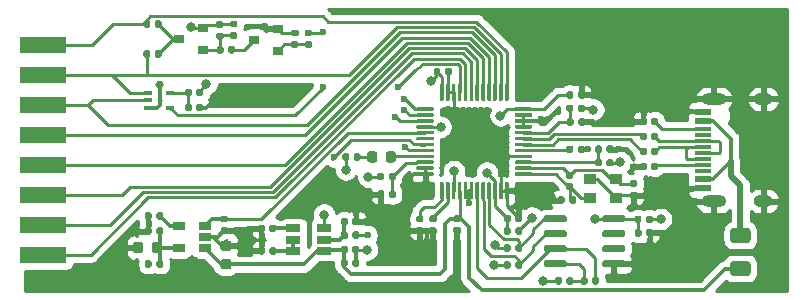
<source format=gbr>
%TF.GenerationSoftware,KiCad,Pcbnew,(5.1.6)-1*%
%TF.CreationDate,2020-08-12T13:20:56+08:00*%
%TF.ProjectId,sl_v2,736c5f76-322e-46b6-9963-61645f706362,rev?*%
%TF.SameCoordinates,Original*%
%TF.FileFunction,Copper,L1,Top*%
%TF.FilePolarity,Positive*%
%FSLAX46Y46*%
G04 Gerber Fmt 4.6, Leading zero omitted, Abs format (unit mm)*
G04 Created by KiCad (PCBNEW (5.1.6)-1) date 2020-08-12 13:20:56*
%MOMM*%
%LPD*%
G01*
G04 APERTURE LIST*
%TA.AperFunction,SMDPad,CuDef*%
%ADD10R,4.000000X1.400000*%
%TD*%
%TA.AperFunction,SMDPad,CuDef*%
%ADD11R,0.650000X0.400000*%
%TD*%
%TA.AperFunction,ComponentPad*%
%ADD12O,1.600000X1.000000*%
%TD*%
%TA.AperFunction,ComponentPad*%
%ADD13O,2.100000X1.000000*%
%TD*%
%TA.AperFunction,SMDPad,CuDef*%
%ADD14R,1.450000X0.300000*%
%TD*%
%TA.AperFunction,SMDPad,CuDef*%
%ADD15R,1.450000X0.600000*%
%TD*%
%TA.AperFunction,SMDPad,CuDef*%
%ADD16R,0.900000X0.800000*%
%TD*%
%TA.AperFunction,SMDPad,CuDef*%
%ADD17R,1.220000X0.650000*%
%TD*%
%TA.AperFunction,SMDPad,CuDef*%
%ADD18R,1.060000X0.650000*%
%TD*%
%TA.AperFunction,SMDPad,CuDef*%
%ADD19R,1.000000X0.900000*%
%TD*%
%TA.AperFunction,ViaPad*%
%ADD20C,0.800000*%
%TD*%
%TA.AperFunction,ViaPad*%
%ADD21C,0.600000*%
%TD*%
%TA.AperFunction,Conductor*%
%ADD22C,0.250000*%
%TD*%
%TA.AperFunction,Conductor*%
%ADD23C,0.350000*%
%TD*%
%TA.AperFunction,Conductor*%
%ADD24C,0.500000*%
%TD*%
%TA.AperFunction,Conductor*%
%ADD25C,0.254000*%
%TD*%
G04 APERTURE END LIST*
D10*
%TO.P,J2,1*%
%TO.N,/D0*%
X127889000Y-89154000D03*
%TO.P,J2,2*%
%TO.N,/D1*%
X127889000Y-91694000D03*
%TO.P,J2,3*%
%TO.N,/D2*%
X127889000Y-94234000D03*
%TO.P,J2,4*%
%TO.N,/D3*%
X127889000Y-96774000D03*
%TO.P,J2,5*%
%TO.N,/D4*%
X127889000Y-99314000D03*
%TO.P,J2,6*%
%TO.N,/D5*%
X127889000Y-101854000D03*
%TO.P,J2,7*%
%TO.N,/D6*%
X127889000Y-104394000D03*
%TO.P,J2,8*%
%TO.N,/D7*%
X127889000Y-106934000D03*
%TD*%
%TO.P,C2,1*%
%TO.N,GND*%
%TA.AperFunction,SMDPad,CuDef*%
G36*
G01*
X143126750Y-105709100D02*
X143639250Y-105709100D01*
G75*
G02*
X143858000Y-105927850I0J-218750D01*
G01*
X143858000Y-106365350D01*
G75*
G02*
X143639250Y-106584100I-218750J0D01*
G01*
X143126750Y-106584100D01*
G75*
G02*
X142908000Y-106365350I0J218750D01*
G01*
X142908000Y-105927850D01*
G75*
G02*
X143126750Y-105709100I218750J0D01*
G01*
G37*
%TD.AperFunction*%
%TO.P,C2,2*%
%TO.N,/VBUS_5V*%
%TA.AperFunction,SMDPad,CuDef*%
G36*
G01*
X143126750Y-107284100D02*
X143639250Y-107284100D01*
G75*
G02*
X143858000Y-107502850I0J-218750D01*
G01*
X143858000Y-107940350D01*
G75*
G02*
X143639250Y-108159100I-218750J0D01*
G01*
X143126750Y-108159100D01*
G75*
G02*
X142908000Y-107940350I0J218750D01*
G01*
X142908000Y-107502850D01*
G75*
G02*
X143126750Y-107284100I218750J0D01*
G01*
G37*
%TD.AperFunction*%
%TD*%
%TO.P,R15,2*%
%TO.N,Net-(R15-Pad2)*%
%TA.AperFunction,SMDPad,CuDef*%
G36*
G01*
X174003200Y-108945900D02*
X174003200Y-109290900D01*
G75*
G02*
X173855700Y-109438400I-147500J0D01*
G01*
X173560700Y-109438400D01*
G75*
G02*
X173413200Y-109290900I0J147500D01*
G01*
X173413200Y-108945900D01*
G75*
G02*
X173560700Y-108798400I147500J0D01*
G01*
X173855700Y-108798400D01*
G75*
G02*
X174003200Y-108945900I0J-147500D01*
G01*
G37*
%TD.AperFunction*%
%TO.P,R15,1*%
%TO.N,/EE_DATA*%
%TA.AperFunction,SMDPad,CuDef*%
G36*
G01*
X174973200Y-108945900D02*
X174973200Y-109290900D01*
G75*
G02*
X174825700Y-109438400I-147500J0D01*
G01*
X174530700Y-109438400D01*
G75*
G02*
X174383200Y-109290900I0J147500D01*
G01*
X174383200Y-108945900D01*
G75*
G02*
X174530700Y-108798400I147500J0D01*
G01*
X174825700Y-108798400D01*
G75*
G02*
X174973200Y-108945900I0J-147500D01*
G01*
G37*
%TD.AperFunction*%
%TD*%
%TO.P,R22,1*%
%TO.N,/EE_CS*%
%TA.AperFunction,SMDPad,CuDef*%
G36*
G01*
X168473200Y-106177300D02*
X168473200Y-106522300D01*
G75*
G02*
X168325700Y-106669800I-147500J0D01*
G01*
X168030700Y-106669800D01*
G75*
G02*
X167883200Y-106522300I0J147500D01*
G01*
X167883200Y-106177300D01*
G75*
G02*
X168030700Y-106029800I147500J0D01*
G01*
X168325700Y-106029800D01*
G75*
G02*
X168473200Y-106177300I0J-147500D01*
G01*
G37*
%TD.AperFunction*%
%TO.P,R22,2*%
%TO.N,/+3.3V_ROM*%
%TA.AperFunction,SMDPad,CuDef*%
G36*
G01*
X167503200Y-106177300D02*
X167503200Y-106522300D01*
G75*
G02*
X167355700Y-106669800I-147500J0D01*
G01*
X167060700Y-106669800D01*
G75*
G02*
X166913200Y-106522300I0J147500D01*
G01*
X166913200Y-106177300D01*
G75*
G02*
X167060700Y-106029800I147500J0D01*
G01*
X167355700Y-106029800D01*
G75*
G02*
X167503200Y-106177300I0J-147500D01*
G01*
G37*
%TD.AperFunction*%
%TD*%
%TO.P,C10,1*%
%TO.N,Net-(C10-Pad1)*%
%TA.AperFunction,SMDPad,CuDef*%
G36*
G01*
X160736500Y-103588600D02*
X161081500Y-103588600D01*
G75*
G02*
X161229000Y-103736100I0J-147500D01*
G01*
X161229000Y-104031100D01*
G75*
G02*
X161081500Y-104178600I-147500J0D01*
G01*
X160736500Y-104178600D01*
G75*
G02*
X160589000Y-104031100I0J147500D01*
G01*
X160589000Y-103736100D01*
G75*
G02*
X160736500Y-103588600I147500J0D01*
G01*
G37*
%TD.AperFunction*%
%TO.P,C10,2*%
%TO.N,GND*%
%TA.AperFunction,SMDPad,CuDef*%
G36*
G01*
X160736500Y-104558600D02*
X161081500Y-104558600D01*
G75*
G02*
X161229000Y-104706100I0J-147500D01*
G01*
X161229000Y-105001100D01*
G75*
G02*
X161081500Y-105148600I-147500J0D01*
G01*
X160736500Y-105148600D01*
G75*
G02*
X160589000Y-105001100I0J147500D01*
G01*
X160589000Y-104706100D01*
G75*
G02*
X160736500Y-104558600I147500J0D01*
G01*
G37*
%TD.AperFunction*%
%TD*%
D11*
%TO.P,U4,1*%
%TO.N,/D1*%
X136794200Y-93177600D03*
%TO.P,U4,3*%
%TO.N,GND*%
X136794200Y-94477600D03*
%TO.P,U4,2*%
%TO.N,/D2*%
X136794200Y-93827600D03*
%TO.P,U4,4*%
%TO.N,/I2C_CONNECT*%
X138694200Y-94477600D03*
%TO.P,U4,5*%
%TO.N,VCC*%
X138694200Y-93177600D03*
%TD*%
%TO.P,L3,2*%
%TO.N,VCC*%
%TA.AperFunction,SMDPad,CuDef*%
G36*
G01*
X140498200Y-93020100D02*
X140498200Y-93365100D01*
G75*
G02*
X140350700Y-93512600I-147500J0D01*
G01*
X140055700Y-93512600D01*
G75*
G02*
X139908200Y-93365100I0J147500D01*
G01*
X139908200Y-93020100D01*
G75*
G02*
X140055700Y-92872600I147500J0D01*
G01*
X140350700Y-92872600D01*
G75*
G02*
X140498200Y-93020100I0J-147500D01*
G01*
G37*
%TD.AperFunction*%
%TO.P,L3,1*%
%TO.N,/+3.3V_FTOUT*%
%TA.AperFunction,SMDPad,CuDef*%
G36*
G01*
X141468200Y-93020100D02*
X141468200Y-93365100D01*
G75*
G02*
X141320700Y-93512600I-147500J0D01*
G01*
X141025700Y-93512600D01*
G75*
G02*
X140878200Y-93365100I0J147500D01*
G01*
X140878200Y-93020100D01*
G75*
G02*
X141025700Y-92872600I147500J0D01*
G01*
X141320700Y-92872600D01*
G75*
G02*
X141468200Y-93020100I0J-147500D01*
G01*
G37*
%TD.AperFunction*%
%TD*%
%TO.P,C15,2*%
%TO.N,GND*%
%TA.AperFunction,SMDPad,CuDef*%
G36*
G01*
X140878200Y-94635100D02*
X140878200Y-94290100D01*
G75*
G02*
X141025700Y-94142600I147500J0D01*
G01*
X141320700Y-94142600D01*
G75*
G02*
X141468200Y-94290100I0J-147500D01*
G01*
X141468200Y-94635100D01*
G75*
G02*
X141320700Y-94782600I-147500J0D01*
G01*
X141025700Y-94782600D01*
G75*
G02*
X140878200Y-94635100I0J147500D01*
G01*
G37*
%TD.AperFunction*%
%TO.P,C15,1*%
%TO.N,VCC*%
%TA.AperFunction,SMDPad,CuDef*%
G36*
G01*
X139908200Y-94635100D02*
X139908200Y-94290100D01*
G75*
G02*
X140055700Y-94142600I147500J0D01*
G01*
X140350700Y-94142600D01*
G75*
G02*
X140498200Y-94290100I0J-147500D01*
G01*
X140498200Y-94635100D01*
G75*
G02*
X140350700Y-94782600I-147500J0D01*
G01*
X140055700Y-94782600D01*
G75*
G02*
X139908200Y-94635100I0J147500D01*
G01*
G37*
%TD.AperFunction*%
%TD*%
%TO.P,C1,1*%
%TO.N,/PU_EN#*%
%TA.AperFunction,SMDPad,CuDef*%
G36*
G01*
X144215900Y-88641000D02*
X143870900Y-88641000D01*
G75*
G02*
X143723400Y-88493500I0J147500D01*
G01*
X143723400Y-88198500D01*
G75*
G02*
X143870900Y-88051000I147500J0D01*
G01*
X144215900Y-88051000D01*
G75*
G02*
X144363400Y-88198500I0J-147500D01*
G01*
X144363400Y-88493500D01*
G75*
G02*
X144215900Y-88641000I-147500J0D01*
G01*
G37*
%TD.AperFunction*%
%TO.P,C1,2*%
%TO.N,/+3.3V_FTOUT*%
%TA.AperFunction,SMDPad,CuDef*%
G36*
G01*
X144215900Y-87671000D02*
X143870900Y-87671000D01*
G75*
G02*
X143723400Y-87523500I0J147500D01*
G01*
X143723400Y-87228500D01*
G75*
G02*
X143870900Y-87081000I147500J0D01*
G01*
X144215900Y-87081000D01*
G75*
G02*
X144363400Y-87228500I0J-147500D01*
G01*
X144363400Y-87523500D01*
G75*
G02*
X144215900Y-87671000I-147500J0D01*
G01*
G37*
%TD.AperFunction*%
%TD*%
%TO.P,C3,1*%
%TO.N,GND*%
%TA.AperFunction,SMDPad,CuDef*%
G36*
G01*
X162524800Y-91242100D02*
X162524800Y-91587100D01*
G75*
G02*
X162377300Y-91734600I-147500J0D01*
G01*
X162082300Y-91734600D01*
G75*
G02*
X161934800Y-91587100I0J147500D01*
G01*
X161934800Y-91242100D01*
G75*
G02*
X162082300Y-91094600I147500J0D01*
G01*
X162377300Y-91094600D01*
G75*
G02*
X162524800Y-91242100I0J-147500D01*
G01*
G37*
%TD.AperFunction*%
%TO.P,C3,2*%
%TO.N,/+3.3V_VCCIO*%
%TA.AperFunction,SMDPad,CuDef*%
G36*
G01*
X161554800Y-91242100D02*
X161554800Y-91587100D01*
G75*
G02*
X161407300Y-91734600I-147500J0D01*
G01*
X161112300Y-91734600D01*
G75*
G02*
X160964800Y-91587100I0J147500D01*
G01*
X160964800Y-91242100D01*
G75*
G02*
X161112300Y-91094600I147500J0D01*
G01*
X161407300Y-91094600D01*
G75*
G02*
X161554800Y-91242100I0J-147500D01*
G01*
G37*
%TD.AperFunction*%
%TD*%
%TO.P,C4,2*%
%TO.N,GND*%
%TA.AperFunction,SMDPad,CuDef*%
G36*
G01*
X137120000Y-103459500D02*
X137120000Y-103804500D01*
G75*
G02*
X136972500Y-103952000I-147500J0D01*
G01*
X136677500Y-103952000D01*
G75*
G02*
X136530000Y-103804500I0J147500D01*
G01*
X136530000Y-103459500D01*
G75*
G02*
X136677500Y-103312000I147500J0D01*
G01*
X136972500Y-103312000D01*
G75*
G02*
X137120000Y-103459500I0J-147500D01*
G01*
G37*
%TD.AperFunction*%
%TO.P,C4,1*%
%TO.N,Net-(C4-Pad1)*%
%TA.AperFunction,SMDPad,CuDef*%
G36*
G01*
X138090000Y-103459500D02*
X138090000Y-103804500D01*
G75*
G02*
X137942500Y-103952000I-147500J0D01*
G01*
X137647500Y-103952000D01*
G75*
G02*
X137500000Y-103804500I0J147500D01*
G01*
X137500000Y-103459500D01*
G75*
G02*
X137647500Y-103312000I147500J0D01*
G01*
X137942500Y-103312000D01*
G75*
G02*
X138090000Y-103459500I0J-147500D01*
G01*
G37*
%TD.AperFunction*%
%TD*%
%TO.P,C5,1*%
%TO.N,/+3.3V_RAW*%
%TA.AperFunction,SMDPad,CuDef*%
G36*
G01*
X137978500Y-106042750D02*
X137978500Y-106555250D01*
G75*
G02*
X137759750Y-106774000I-218750J0D01*
G01*
X137322250Y-106774000D01*
G75*
G02*
X137103500Y-106555250I0J218750D01*
G01*
X137103500Y-106042750D01*
G75*
G02*
X137322250Y-105824000I218750J0D01*
G01*
X137759750Y-105824000D01*
G75*
G02*
X137978500Y-106042750I0J-218750D01*
G01*
G37*
%TD.AperFunction*%
%TO.P,C5,2*%
%TO.N,GND*%
%TA.AperFunction,SMDPad,CuDef*%
G36*
G01*
X136403500Y-106042750D02*
X136403500Y-106555250D01*
G75*
G02*
X136184750Y-106774000I-218750J0D01*
G01*
X135747250Y-106774000D01*
G75*
G02*
X135528500Y-106555250I0J218750D01*
G01*
X135528500Y-106042750D01*
G75*
G02*
X135747250Y-105824000I218750J0D01*
G01*
X136184750Y-105824000D01*
G75*
G02*
X136403500Y-106042750I0J-218750D01*
G01*
G37*
%TD.AperFunction*%
%TD*%
%TO.P,C6,1*%
%TO.N,/+3.3V_RAW*%
%TA.AperFunction,SMDPad,CuDef*%
G36*
G01*
X138090000Y-104729500D02*
X138090000Y-105074500D01*
G75*
G02*
X137942500Y-105222000I-147500J0D01*
G01*
X137647500Y-105222000D01*
G75*
G02*
X137500000Y-105074500I0J147500D01*
G01*
X137500000Y-104729500D01*
G75*
G02*
X137647500Y-104582000I147500J0D01*
G01*
X137942500Y-104582000D01*
G75*
G02*
X138090000Y-104729500I0J-147500D01*
G01*
G37*
%TD.AperFunction*%
%TO.P,C6,2*%
%TO.N,GND*%
%TA.AperFunction,SMDPad,CuDef*%
G36*
G01*
X137120000Y-104729500D02*
X137120000Y-105074500D01*
G75*
G02*
X136972500Y-105222000I-147500J0D01*
G01*
X136677500Y-105222000D01*
G75*
G02*
X136530000Y-105074500I0J147500D01*
G01*
X136530000Y-104729500D01*
G75*
G02*
X136677500Y-104582000I147500J0D01*
G01*
X136972500Y-104582000D01*
G75*
G02*
X137120000Y-104729500I0J-147500D01*
G01*
G37*
%TD.AperFunction*%
%TD*%
%TO.P,C7,1*%
%TO.N,GND*%
%TA.AperFunction,SMDPad,CuDef*%
G36*
G01*
X176194800Y-97795300D02*
X176194800Y-98140300D01*
G75*
G02*
X176047300Y-98287800I-147500J0D01*
G01*
X175752300Y-98287800D01*
G75*
G02*
X175604800Y-98140300I0J147500D01*
G01*
X175604800Y-97795300D01*
G75*
G02*
X175752300Y-97647800I147500J0D01*
G01*
X176047300Y-97647800D01*
G75*
G02*
X176194800Y-97795300I0J-147500D01*
G01*
G37*
%TD.AperFunction*%
%TO.P,C7,2*%
%TO.N,/+3.3V_PHY*%
%TA.AperFunction,SMDPad,CuDef*%
G36*
G01*
X175224800Y-97795300D02*
X175224800Y-98140300D01*
G75*
G02*
X175077300Y-98287800I-147500J0D01*
G01*
X174782300Y-98287800D01*
G75*
G02*
X174634800Y-98140300I0J147500D01*
G01*
X174634800Y-97795300D01*
G75*
G02*
X174782300Y-97647800I147500J0D01*
G01*
X175077300Y-97647800D01*
G75*
G02*
X175224800Y-97795300I0J-147500D01*
G01*
G37*
%TD.AperFunction*%
%TD*%
%TO.P,C8,1*%
%TO.N,GND*%
%TA.AperFunction,SMDPad,CuDef*%
G36*
G01*
X171482800Y-102458300D02*
X171482800Y-102113300D01*
G75*
G02*
X171630300Y-101965800I147500J0D01*
G01*
X171925300Y-101965800D01*
G75*
G02*
X172072800Y-102113300I0J-147500D01*
G01*
X172072800Y-102458300D01*
G75*
G02*
X171925300Y-102605800I-147500J0D01*
G01*
X171630300Y-102605800D01*
G75*
G02*
X171482800Y-102458300I0J147500D01*
G01*
G37*
%TD.AperFunction*%
%TO.P,C8,2*%
%TO.N,Net-(C8-Pad2)*%
%TA.AperFunction,SMDPad,CuDef*%
G36*
G01*
X172452800Y-102458300D02*
X172452800Y-102113300D01*
G75*
G02*
X172600300Y-101965800I147500J0D01*
G01*
X172895300Y-101965800D01*
G75*
G02*
X173042800Y-102113300I0J-147500D01*
G01*
X173042800Y-102458300D01*
G75*
G02*
X172895300Y-102605800I-147500J0D01*
G01*
X172600300Y-102605800D01*
G75*
G02*
X172452800Y-102458300I0J147500D01*
G01*
G37*
%TD.AperFunction*%
%TD*%
%TO.P,C9,2*%
%TO.N,Net-(C9-Pad2)*%
%TA.AperFunction,SMDPad,CuDef*%
G36*
G01*
X178074100Y-101183800D02*
X177729100Y-101183800D01*
G75*
G02*
X177581600Y-101036300I0J147500D01*
G01*
X177581600Y-100741300D01*
G75*
G02*
X177729100Y-100593800I147500J0D01*
G01*
X178074100Y-100593800D01*
G75*
G02*
X178221600Y-100741300I0J-147500D01*
G01*
X178221600Y-101036300D01*
G75*
G02*
X178074100Y-101183800I-147500J0D01*
G01*
G37*
%TD.AperFunction*%
%TO.P,C9,1*%
%TO.N,GND*%
%TA.AperFunction,SMDPad,CuDef*%
G36*
G01*
X178074100Y-102153800D02*
X177729100Y-102153800D01*
G75*
G02*
X177581600Y-102006300I0J147500D01*
G01*
X177581600Y-101711300D01*
G75*
G02*
X177729100Y-101563800I147500J0D01*
G01*
X178074100Y-101563800D01*
G75*
G02*
X178221600Y-101711300I0J-147500D01*
G01*
X178221600Y-102006300D01*
G75*
G02*
X178074100Y-102153800I-147500J0D01*
G01*
G37*
%TD.AperFunction*%
%TD*%
%TO.P,C11,1*%
%TO.N,Net-(C11-Pad1)*%
%TA.AperFunction,SMDPad,CuDef*%
G36*
G01*
X159618900Y-103591000D02*
X159963900Y-103591000D01*
G75*
G02*
X160111400Y-103738500I0J-147500D01*
G01*
X160111400Y-104033500D01*
G75*
G02*
X159963900Y-104181000I-147500J0D01*
G01*
X159618900Y-104181000D01*
G75*
G02*
X159471400Y-104033500I0J147500D01*
G01*
X159471400Y-103738500D01*
G75*
G02*
X159618900Y-103591000I147500J0D01*
G01*
G37*
%TD.AperFunction*%
%TO.P,C11,2*%
%TO.N,GND*%
%TA.AperFunction,SMDPad,CuDef*%
G36*
G01*
X159618900Y-104561000D02*
X159963900Y-104561000D01*
G75*
G02*
X160111400Y-104708500I0J-147500D01*
G01*
X160111400Y-105003500D01*
G75*
G02*
X159963900Y-105151000I-147500J0D01*
G01*
X159618900Y-105151000D01*
G75*
G02*
X159471400Y-105003500I0J147500D01*
G01*
X159471400Y-104708500D01*
G75*
G02*
X159618900Y-104561000I147500J0D01*
G01*
G37*
%TD.AperFunction*%
%TD*%
%TO.P,C12,2*%
%TO.N,/FT_RST*%
%TA.AperFunction,SMDPad,CuDef*%
G36*
G01*
X157187400Y-101963000D02*
X157187400Y-101618000D01*
G75*
G02*
X157334900Y-101470500I147500J0D01*
G01*
X157629900Y-101470500D01*
G75*
G02*
X157777400Y-101618000I0J-147500D01*
G01*
X157777400Y-101963000D01*
G75*
G02*
X157629900Y-102110500I-147500J0D01*
G01*
X157334900Y-102110500D01*
G75*
G02*
X157187400Y-101963000I0J147500D01*
G01*
G37*
%TD.AperFunction*%
%TO.P,C12,1*%
%TO.N,GND*%
%TA.AperFunction,SMDPad,CuDef*%
G36*
G01*
X156217400Y-101963000D02*
X156217400Y-101618000D01*
G75*
G02*
X156364900Y-101470500I147500J0D01*
G01*
X156659900Y-101470500D01*
G75*
G02*
X156807400Y-101618000I0J-147500D01*
G01*
X156807400Y-101963000D01*
G75*
G02*
X156659900Y-102110500I-147500J0D01*
G01*
X156364900Y-102110500D01*
G75*
G02*
X156217400Y-101963000I0J147500D01*
G01*
G37*
%TD.AperFunction*%
%TD*%
%TO.P,C13,1*%
%TO.N,GND*%
%TA.AperFunction,SMDPad,CuDef*%
G36*
G01*
X163113500Y-105125600D02*
X162768500Y-105125600D01*
G75*
G02*
X162621000Y-104978100I0J147500D01*
G01*
X162621000Y-104683100D01*
G75*
G02*
X162768500Y-104535600I147500J0D01*
G01*
X163113500Y-104535600D01*
G75*
G02*
X163261000Y-104683100I0J-147500D01*
G01*
X163261000Y-104978100D01*
G75*
G02*
X163113500Y-105125600I-147500J0D01*
G01*
G37*
%TD.AperFunction*%
%TO.P,C13,2*%
%TO.N,/VBUS_5V*%
%TA.AperFunction,SMDPad,CuDef*%
G36*
G01*
X163113500Y-104155600D02*
X162768500Y-104155600D01*
G75*
G02*
X162621000Y-104008100I0J147500D01*
G01*
X162621000Y-103713100D01*
G75*
G02*
X162768500Y-103565600I147500J0D01*
G01*
X163113500Y-103565600D01*
G75*
G02*
X163261000Y-103713100I0J-147500D01*
G01*
X163261000Y-104008100D01*
G75*
G02*
X163113500Y-104155600I-147500J0D01*
G01*
G37*
%TD.AperFunction*%
%TD*%
%TO.P,C14,2*%
%TO.N,/+3.3V_ROM*%
%TA.AperFunction,SMDPad,CuDef*%
G36*
G01*
X178577600Y-104881900D02*
X178577600Y-105226900D01*
G75*
G02*
X178430100Y-105374400I-147500J0D01*
G01*
X178135100Y-105374400D01*
G75*
G02*
X177987600Y-105226900I0J147500D01*
G01*
X177987600Y-104881900D01*
G75*
G02*
X178135100Y-104734400I147500J0D01*
G01*
X178430100Y-104734400D01*
G75*
G02*
X178577600Y-104881900I0J-147500D01*
G01*
G37*
%TD.AperFunction*%
%TO.P,C14,1*%
%TO.N,GND*%
%TA.AperFunction,SMDPad,CuDef*%
G36*
G01*
X179547600Y-104881900D02*
X179547600Y-105226900D01*
G75*
G02*
X179400100Y-105374400I-147500J0D01*
G01*
X179105100Y-105374400D01*
G75*
G02*
X178957600Y-105226900I0J147500D01*
G01*
X178957600Y-104881900D01*
G75*
G02*
X179105100Y-104734400I147500J0D01*
G01*
X179400100Y-104734400D01*
G75*
G02*
X179547600Y-104881900I0J-147500D01*
G01*
G37*
%TD.AperFunction*%
%TD*%
%TO.P,C16,1*%
%TO.N,Net-(C16-Pad1)*%
%TA.AperFunction,SMDPad,CuDef*%
G36*
G01*
X154676200Y-106304300D02*
X154676200Y-106649300D01*
G75*
G02*
X154528700Y-106796800I-147500J0D01*
G01*
X154233700Y-106796800D01*
G75*
G02*
X154086200Y-106649300I0J147500D01*
G01*
X154086200Y-106304300D01*
G75*
G02*
X154233700Y-106156800I147500J0D01*
G01*
X154528700Y-106156800D01*
G75*
G02*
X154676200Y-106304300I0J-147500D01*
G01*
G37*
%TD.AperFunction*%
%TO.P,C16,2*%
%TO.N,/VBUS_5V*%
%TA.AperFunction,SMDPad,CuDef*%
G36*
G01*
X153706200Y-106304300D02*
X153706200Y-106649300D01*
G75*
G02*
X153558700Y-106796800I-147500J0D01*
G01*
X153263700Y-106796800D01*
G75*
G02*
X153116200Y-106649300I0J147500D01*
G01*
X153116200Y-106304300D01*
G75*
G02*
X153263700Y-106156800I147500J0D01*
G01*
X153558700Y-106156800D01*
G75*
G02*
X153706200Y-106304300I0J-147500D01*
G01*
G37*
%TD.AperFunction*%
%TD*%
%TO.P,C17,2*%
%TO.N,/+5V_OUT*%
%TA.AperFunction,SMDPad,CuDef*%
G36*
G01*
X147075800Y-106750900D02*
X147075800Y-106405900D01*
G75*
G02*
X147223300Y-106258400I147500J0D01*
G01*
X147518300Y-106258400D01*
G75*
G02*
X147665800Y-106405900I0J-147500D01*
G01*
X147665800Y-106750900D01*
G75*
G02*
X147518300Y-106898400I-147500J0D01*
G01*
X147223300Y-106898400D01*
G75*
G02*
X147075800Y-106750900I0J147500D01*
G01*
G37*
%TD.AperFunction*%
%TO.P,C17,1*%
%TO.N,GND*%
%TA.AperFunction,SMDPad,CuDef*%
G36*
G01*
X146105800Y-106750900D02*
X146105800Y-106405900D01*
G75*
G02*
X146253300Y-106258400I147500J0D01*
G01*
X146548300Y-106258400D01*
G75*
G02*
X146695800Y-106405900I0J-147500D01*
G01*
X146695800Y-106750900D01*
G75*
G02*
X146548300Y-106898400I-147500J0D01*
G01*
X146253300Y-106898400D01*
G75*
G02*
X146105800Y-106750900I0J147500D01*
G01*
G37*
%TD.AperFunction*%
%TD*%
%TO.P,C18,2*%
%TO.N,/+3.3V_PLL*%
%TA.AperFunction,SMDPad,CuDef*%
G36*
G01*
X172837200Y-95483900D02*
X172837200Y-95828900D01*
G75*
G02*
X172689700Y-95976400I-147500J0D01*
G01*
X172394700Y-95976400D01*
G75*
G02*
X172247200Y-95828900I0J147500D01*
G01*
X172247200Y-95483900D01*
G75*
G02*
X172394700Y-95336400I147500J0D01*
G01*
X172689700Y-95336400D01*
G75*
G02*
X172837200Y-95483900I0J-147500D01*
G01*
G37*
%TD.AperFunction*%
%TO.P,C18,1*%
%TO.N,GND*%
%TA.AperFunction,SMDPad,CuDef*%
G36*
G01*
X173807200Y-95483900D02*
X173807200Y-95828900D01*
G75*
G02*
X173659700Y-95976400I-147500J0D01*
G01*
X173364700Y-95976400D01*
G75*
G02*
X173217200Y-95828900I0J147500D01*
G01*
X173217200Y-95483900D01*
G75*
G02*
X173364700Y-95336400I147500J0D01*
G01*
X173659700Y-95336400D01*
G75*
G02*
X173807200Y-95483900I0J-147500D01*
G01*
G37*
%TD.AperFunction*%
%TD*%
%TO.P,D1,1*%
%TO.N,/CONFIG_DONE#*%
%TA.AperFunction,SMDPad,CuDef*%
G36*
G01*
X157790700Y-98371950D02*
X157790700Y-98884450D01*
G75*
G02*
X157571950Y-99103200I-218750J0D01*
G01*
X157134450Y-99103200D01*
G75*
G02*
X156915700Y-98884450I0J218750D01*
G01*
X156915700Y-98371950D01*
G75*
G02*
X157134450Y-98153200I218750J0D01*
G01*
X157571950Y-98153200D01*
G75*
G02*
X157790700Y-98371950I0J-218750D01*
G01*
G37*
%TD.AperFunction*%
%TO.P,D1,2*%
%TO.N,/CONFIG_DONE*%
%TA.AperFunction,SMDPad,CuDef*%
G36*
G01*
X156215700Y-98371950D02*
X156215700Y-98884450D01*
G75*
G02*
X155996950Y-99103200I-218750J0D01*
G01*
X155559450Y-99103200D01*
G75*
G02*
X155340700Y-98884450I0J218750D01*
G01*
X155340700Y-98371950D01*
G75*
G02*
X155559450Y-98153200I218750J0D01*
G01*
X155996950Y-98153200D01*
G75*
G02*
X156215700Y-98371950I0J-218750D01*
G01*
G37*
%TD.AperFunction*%
%TD*%
%TO.P,F1,1*%
%TO.N,/VBUS_RAW*%
%TA.AperFunction,SMDPad,CuDef*%
G36*
G01*
X186319000Y-104658000D02*
X187569000Y-104658000D01*
G75*
G02*
X187819000Y-104908000I0J-250000D01*
G01*
X187819000Y-105658000D01*
G75*
G02*
X187569000Y-105908000I-250000J0D01*
G01*
X186319000Y-105908000D01*
G75*
G02*
X186069000Y-105658000I0J250000D01*
G01*
X186069000Y-104908000D01*
G75*
G02*
X186319000Y-104658000I250000J0D01*
G01*
G37*
%TD.AperFunction*%
%TO.P,F1,2*%
%TO.N,/VBUS_5V*%
%TA.AperFunction,SMDPad,CuDef*%
G36*
G01*
X186319000Y-107458000D02*
X187569000Y-107458000D01*
G75*
G02*
X187819000Y-107708000I0J-250000D01*
G01*
X187819000Y-108458000D01*
G75*
G02*
X187569000Y-108708000I-250000J0D01*
G01*
X186319000Y-108708000D01*
G75*
G02*
X186069000Y-108458000I0J250000D01*
G01*
X186069000Y-107708000D01*
G75*
G02*
X186319000Y-107458000I250000J0D01*
G01*
G37*
%TD.AperFunction*%
%TD*%
D12*
%TO.P,J1,S1*%
%TO.N,GND*%
X188883000Y-93724000D03*
X188883000Y-102364000D03*
D13*
X184703000Y-102364000D03*
X184703000Y-93724000D03*
D14*
%TO.P,J1,A6*%
%TO.N,/D+*%
X183788000Y-98294000D03*
%TO.P,J1,B5*%
%TO.N,Net-(J1-PadB5)*%
X183788000Y-96294000D03*
%TO.P,J1,A8*%
%TO.N,Net-(J1-PadA8)*%
X183788000Y-96794000D03*
%TO.P,J1,B6*%
%TO.N,/D+*%
X183788000Y-97294000D03*
%TO.P,J1,A7*%
%TO.N,/D-*%
X183788000Y-97794000D03*
%TO.P,J1,B7*%
X183788000Y-98794000D03*
%TO.P,J1,A5*%
%TO.N,Net-(J1-PadA5)*%
X183788000Y-99294000D03*
%TO.P,J1,B8*%
%TO.N,Net-(J1-PadB8)*%
X183788000Y-99794000D03*
D15*
%TO.P,J1,A12*%
%TO.N,GND*%
X183788000Y-94794000D03*
%TO.P,J1,B4*%
%TO.N,/VBUS_RAW*%
X183788000Y-95594000D03*
%TO.P,J1,A4*%
X183788000Y-100494000D03*
%TO.P,J1,A1*%
%TO.N,GND*%
X183788000Y-101294000D03*
%TO.P,J1,B12*%
X183788000Y-101294000D03*
%TO.P,J1,B9*%
%TO.N,/VBUS_RAW*%
X183788000Y-100494000D03*
%TO.P,J1,A9*%
X183788000Y-95594000D03*
%TO.P,J1,B1*%
%TO.N,GND*%
X183788000Y-94794000D03*
%TD*%
%TO.P,L1,1*%
%TO.N,/+3.3V_FTOUT*%
%TA.AperFunction,SMDPad,CuDef*%
G36*
G01*
X168473200Y-104729500D02*
X168473200Y-105074500D01*
G75*
G02*
X168325700Y-105222000I-147500J0D01*
G01*
X168030700Y-105222000D01*
G75*
G02*
X167883200Y-105074500I0J147500D01*
G01*
X167883200Y-104729500D01*
G75*
G02*
X168030700Y-104582000I147500J0D01*
G01*
X168325700Y-104582000D01*
G75*
G02*
X168473200Y-104729500I0J-147500D01*
G01*
G37*
%TD.AperFunction*%
%TO.P,L1,2*%
%TO.N,/+3.3V_VCCIO*%
%TA.AperFunction,SMDPad,CuDef*%
G36*
G01*
X167503200Y-104729500D02*
X167503200Y-105074500D01*
G75*
G02*
X167355700Y-105222000I-147500J0D01*
G01*
X167060700Y-105222000D01*
G75*
G02*
X166913200Y-105074500I0J147500D01*
G01*
X166913200Y-104729500D01*
G75*
G02*
X167060700Y-104582000I147500J0D01*
G01*
X167355700Y-104582000D01*
G75*
G02*
X167503200Y-104729500I0J-147500D01*
G01*
G37*
%TD.AperFunction*%
%TD*%
%TO.P,L2,1*%
%TO.N,/+3.3V_FTOUT*%
%TA.AperFunction,SMDPad,CuDef*%
G36*
G01*
X176194800Y-98938300D02*
X176194800Y-99283300D01*
G75*
G02*
X176047300Y-99430800I-147500J0D01*
G01*
X175752300Y-99430800D01*
G75*
G02*
X175604800Y-99283300I0J147500D01*
G01*
X175604800Y-98938300D01*
G75*
G02*
X175752300Y-98790800I147500J0D01*
G01*
X176047300Y-98790800D01*
G75*
G02*
X176194800Y-98938300I0J-147500D01*
G01*
G37*
%TD.AperFunction*%
%TO.P,L2,2*%
%TO.N,/+3.3V_PHY*%
%TA.AperFunction,SMDPad,CuDef*%
G36*
G01*
X175224800Y-98938300D02*
X175224800Y-99283300D01*
G75*
G02*
X175077300Y-99430800I-147500J0D01*
G01*
X174782300Y-99430800D01*
G75*
G02*
X174634800Y-99283300I0J147500D01*
G01*
X174634800Y-98938300D01*
G75*
G02*
X174782300Y-98790800I147500J0D01*
G01*
X175077300Y-98790800D01*
G75*
G02*
X175224800Y-98938300I0J-147500D01*
G01*
G37*
%TD.AperFunction*%
%TD*%
%TO.P,L4,2*%
%TO.N,/+3.3V_PLL*%
%TA.AperFunction,SMDPad,CuDef*%
G36*
G01*
X172811800Y-94340900D02*
X172811800Y-94685900D01*
G75*
G02*
X172664300Y-94833400I-147500J0D01*
G01*
X172369300Y-94833400D01*
G75*
G02*
X172221800Y-94685900I0J147500D01*
G01*
X172221800Y-94340900D01*
G75*
G02*
X172369300Y-94193400I147500J0D01*
G01*
X172664300Y-94193400D01*
G75*
G02*
X172811800Y-94340900I0J-147500D01*
G01*
G37*
%TD.AperFunction*%
%TO.P,L4,1*%
%TO.N,/+3.3V_FTOUT*%
%TA.AperFunction,SMDPad,CuDef*%
G36*
G01*
X173781800Y-94340900D02*
X173781800Y-94685900D01*
G75*
G02*
X173634300Y-94833400I-147500J0D01*
G01*
X173339300Y-94833400D01*
G75*
G02*
X173191800Y-94685900I0J147500D01*
G01*
X173191800Y-94340900D01*
G75*
G02*
X173339300Y-94193400I147500J0D01*
G01*
X173634300Y-94193400D01*
G75*
G02*
X173781800Y-94340900I0J-147500D01*
G01*
G37*
%TD.AperFunction*%
%TD*%
D16*
%TO.P,Q1,1*%
%TO.N,/PU_EN#*%
X141452600Y-89611200D03*
%TO.P,Q1,2*%
%TO.N,/+3.3V_FTOUT*%
X141452600Y-87711200D03*
%TO.P,Q1,3*%
%TO.N,/+3.3V_PU*%
X139452600Y-88661200D03*
%TD*%
D17*
%TO.P,Q2,1*%
%TO.N,Net-(Q2-Pad1)*%
X149096100Y-104675900D03*
%TO.P,Q2,2*%
%TO.N,/+5V_OUT*%
X149096100Y-105625900D03*
%TO.P,Q2,3*%
X149096100Y-106575900D03*
%TO.P,Q2,4*%
%TO.N,/VBUS_5V*%
X151716100Y-106575900D03*
%TO.P,Q2,5*%
%TO.N,/5V_EN*%
X151716100Y-105625900D03*
%TO.P,Q2,6*%
%TO.N,Net-(C16-Pad1)*%
X151716100Y-104675900D03*
%TD*%
%TO.P,R1,2*%
%TO.N,/PU_EN#*%
%TA.AperFunction,SMDPad,CuDef*%
G36*
G01*
X142702500Y-88101800D02*
X143047500Y-88101800D01*
G75*
G02*
X143195000Y-88249300I0J-147500D01*
G01*
X143195000Y-88544300D01*
G75*
G02*
X143047500Y-88691800I-147500J0D01*
G01*
X142702500Y-88691800D01*
G75*
G02*
X142555000Y-88544300I0J147500D01*
G01*
X142555000Y-88249300D01*
G75*
G02*
X142702500Y-88101800I147500J0D01*
G01*
G37*
%TD.AperFunction*%
%TO.P,R1,1*%
%TO.N,/+3.3V_FTOUT*%
%TA.AperFunction,SMDPad,CuDef*%
G36*
G01*
X142702500Y-87131800D02*
X143047500Y-87131800D01*
G75*
G02*
X143195000Y-87279300I0J-147500D01*
G01*
X143195000Y-87574300D01*
G75*
G02*
X143047500Y-87721800I-147500J0D01*
G01*
X142702500Y-87721800D01*
G75*
G02*
X142555000Y-87574300I0J147500D01*
G01*
X142555000Y-87279300D01*
G75*
G02*
X142702500Y-87131800I147500J0D01*
G01*
G37*
%TD.AperFunction*%
%TD*%
%TO.P,R2,1*%
%TO.N,/3.3V_OUT_EN*%
%TA.AperFunction,SMDPad,CuDef*%
G36*
G01*
X143083500Y-103591000D02*
X143428500Y-103591000D01*
G75*
G02*
X143576000Y-103738500I0J-147500D01*
G01*
X143576000Y-104033500D01*
G75*
G02*
X143428500Y-104181000I-147500J0D01*
G01*
X143083500Y-104181000D01*
G75*
G02*
X142936000Y-104033500I0J147500D01*
G01*
X142936000Y-103738500D01*
G75*
G02*
X143083500Y-103591000I147500J0D01*
G01*
G37*
%TD.AperFunction*%
%TO.P,R2,2*%
%TO.N,GND*%
%TA.AperFunction,SMDPad,CuDef*%
G36*
G01*
X143083500Y-104561000D02*
X143428500Y-104561000D01*
G75*
G02*
X143576000Y-104708500I0J-147500D01*
G01*
X143576000Y-105003500D01*
G75*
G02*
X143428500Y-105151000I-147500J0D01*
G01*
X143083500Y-105151000D01*
G75*
G02*
X142936000Y-105003500I0J147500D01*
G01*
X142936000Y-104708500D01*
G75*
G02*
X143083500Y-104561000I147500J0D01*
G01*
G37*
%TD.AperFunction*%
%TD*%
%TO.P,R3,1*%
%TO.N,Net-(Q3-Pad3)*%
%TA.AperFunction,SMDPad,CuDef*%
G36*
G01*
X144160600Y-89387900D02*
X144160600Y-89732900D01*
G75*
G02*
X144013100Y-89880400I-147500J0D01*
G01*
X143718100Y-89880400D01*
G75*
G02*
X143570600Y-89732900I0J147500D01*
G01*
X143570600Y-89387900D01*
G75*
G02*
X143718100Y-89240400I147500J0D01*
G01*
X144013100Y-89240400D01*
G75*
G02*
X144160600Y-89387900I0J-147500D01*
G01*
G37*
%TD.AperFunction*%
%TO.P,R3,2*%
%TO.N,/PU_EN#*%
%TA.AperFunction,SMDPad,CuDef*%
G36*
G01*
X143190600Y-89387900D02*
X143190600Y-89732900D01*
G75*
G02*
X143043100Y-89880400I-147500J0D01*
G01*
X142748100Y-89880400D01*
G75*
G02*
X142600600Y-89732900I0J147500D01*
G01*
X142600600Y-89387900D01*
G75*
G02*
X142748100Y-89240400I147500J0D01*
G01*
X143043100Y-89240400D01*
G75*
G02*
X143190600Y-89387900I0J-147500D01*
G01*
G37*
%TD.AperFunction*%
%TD*%
%TO.P,R4,1*%
%TO.N,/D0*%
%TA.AperFunction,SMDPad,CuDef*%
G36*
G01*
X136380000Y-87548500D02*
X136380000Y-87203500D01*
G75*
G02*
X136527500Y-87056000I147500J0D01*
G01*
X136822500Y-87056000D01*
G75*
G02*
X136970000Y-87203500I0J-147500D01*
G01*
X136970000Y-87548500D01*
G75*
G02*
X136822500Y-87696000I-147500J0D01*
G01*
X136527500Y-87696000D01*
G75*
G02*
X136380000Y-87548500I0J147500D01*
G01*
G37*
%TD.AperFunction*%
%TO.P,R4,2*%
%TO.N,/+3.3V_PU*%
%TA.AperFunction,SMDPad,CuDef*%
G36*
G01*
X137350000Y-87548500D02*
X137350000Y-87203500D01*
G75*
G02*
X137497500Y-87056000I147500J0D01*
G01*
X137792500Y-87056000D01*
G75*
G02*
X137940000Y-87203500I0J-147500D01*
G01*
X137940000Y-87548500D01*
G75*
G02*
X137792500Y-87696000I-147500J0D01*
G01*
X137497500Y-87696000D01*
G75*
G02*
X137350000Y-87548500I0J147500D01*
G01*
G37*
%TD.AperFunction*%
%TD*%
%TO.P,R5,2*%
%TO.N,/+3.3V_PU*%
%TA.AperFunction,SMDPad,CuDef*%
G36*
G01*
X137373000Y-90088500D02*
X137373000Y-89743500D01*
G75*
G02*
X137520500Y-89596000I147500J0D01*
G01*
X137815500Y-89596000D01*
G75*
G02*
X137963000Y-89743500I0J-147500D01*
G01*
X137963000Y-90088500D01*
G75*
G02*
X137815500Y-90236000I-147500J0D01*
G01*
X137520500Y-90236000D01*
G75*
G02*
X137373000Y-90088500I0J147500D01*
G01*
G37*
%TD.AperFunction*%
%TO.P,R5,1*%
%TO.N,/D1*%
%TA.AperFunction,SMDPad,CuDef*%
G36*
G01*
X136403000Y-90088500D02*
X136403000Y-89743500D01*
G75*
G02*
X136550500Y-89596000I147500J0D01*
G01*
X136845500Y-89596000D01*
G75*
G02*
X136993000Y-89743500I0J-147500D01*
G01*
X136993000Y-90088500D01*
G75*
G02*
X136845500Y-90236000I-147500J0D01*
G01*
X136550500Y-90236000D01*
G75*
G02*
X136403000Y-90088500I0J147500D01*
G01*
G37*
%TD.AperFunction*%
%TD*%
%TO.P,R6,1*%
%TO.N,GND*%
%TA.AperFunction,SMDPad,CuDef*%
G36*
G01*
X178417000Y-99613500D02*
X178417000Y-99268500D01*
G75*
G02*
X178564500Y-99121000I147500J0D01*
G01*
X178859500Y-99121000D01*
G75*
G02*
X179007000Y-99268500I0J-147500D01*
G01*
X179007000Y-99613500D01*
G75*
G02*
X178859500Y-99761000I-147500J0D01*
G01*
X178564500Y-99761000D01*
G75*
G02*
X178417000Y-99613500I0J147500D01*
G01*
G37*
%TD.AperFunction*%
%TO.P,R6,2*%
%TO.N,Net-(J1-PadA5)*%
%TA.AperFunction,SMDPad,CuDef*%
G36*
G01*
X179387000Y-99613500D02*
X179387000Y-99268500D01*
G75*
G02*
X179534500Y-99121000I147500J0D01*
G01*
X179829500Y-99121000D01*
G75*
G02*
X179977000Y-99268500I0J-147500D01*
G01*
X179977000Y-99613500D01*
G75*
G02*
X179829500Y-99761000I-147500J0D01*
G01*
X179534500Y-99761000D01*
G75*
G02*
X179387000Y-99613500I0J147500D01*
G01*
G37*
%TD.AperFunction*%
%TD*%
%TO.P,R7,2*%
%TO.N,Net-(J1-PadB5)*%
%TA.AperFunction,SMDPad,CuDef*%
G36*
G01*
X179387000Y-95803500D02*
X179387000Y-95458500D01*
G75*
G02*
X179534500Y-95311000I147500J0D01*
G01*
X179829500Y-95311000D01*
G75*
G02*
X179977000Y-95458500I0J-147500D01*
G01*
X179977000Y-95803500D01*
G75*
G02*
X179829500Y-95951000I-147500J0D01*
G01*
X179534500Y-95951000D01*
G75*
G02*
X179387000Y-95803500I0J147500D01*
G01*
G37*
%TD.AperFunction*%
%TO.P,R7,1*%
%TO.N,GND*%
%TA.AperFunction,SMDPad,CuDef*%
G36*
G01*
X178417000Y-95803500D02*
X178417000Y-95458500D01*
G75*
G02*
X178564500Y-95311000I147500J0D01*
G01*
X178859500Y-95311000D01*
G75*
G02*
X179007000Y-95458500I0J-147500D01*
G01*
X179007000Y-95803500D01*
G75*
G02*
X178859500Y-95951000I-147500J0D01*
G01*
X178564500Y-95951000D01*
G75*
G02*
X178417000Y-95803500I0J147500D01*
G01*
G37*
%TD.AperFunction*%
%TD*%
%TO.P,R8,1*%
%TO.N,/DM*%
%TA.AperFunction,SMDPad,CuDef*%
G36*
G01*
X178417000Y-98343500D02*
X178417000Y-97998500D01*
G75*
G02*
X178564500Y-97851000I147500J0D01*
G01*
X178859500Y-97851000D01*
G75*
G02*
X179007000Y-97998500I0J-147500D01*
G01*
X179007000Y-98343500D01*
G75*
G02*
X178859500Y-98491000I-147500J0D01*
G01*
X178564500Y-98491000D01*
G75*
G02*
X178417000Y-98343500I0J147500D01*
G01*
G37*
%TD.AperFunction*%
%TO.P,R8,2*%
%TO.N,/D-*%
%TA.AperFunction,SMDPad,CuDef*%
G36*
G01*
X179387000Y-98343500D02*
X179387000Y-97998500D01*
G75*
G02*
X179534500Y-97851000I147500J0D01*
G01*
X179829500Y-97851000D01*
G75*
G02*
X179977000Y-97998500I0J-147500D01*
G01*
X179977000Y-98343500D01*
G75*
G02*
X179829500Y-98491000I-147500J0D01*
G01*
X179534500Y-98491000D01*
G75*
G02*
X179387000Y-98343500I0J147500D01*
G01*
G37*
%TD.AperFunction*%
%TD*%
%TO.P,R9,2*%
%TO.N,/D+*%
%TA.AperFunction,SMDPad,CuDef*%
G36*
G01*
X179387000Y-97073500D02*
X179387000Y-96728500D01*
G75*
G02*
X179534500Y-96581000I147500J0D01*
G01*
X179829500Y-96581000D01*
G75*
G02*
X179977000Y-96728500I0J-147500D01*
G01*
X179977000Y-97073500D01*
G75*
G02*
X179829500Y-97221000I-147500J0D01*
G01*
X179534500Y-97221000D01*
G75*
G02*
X179387000Y-97073500I0J147500D01*
G01*
G37*
%TD.AperFunction*%
%TO.P,R9,1*%
%TO.N,/DP*%
%TA.AperFunction,SMDPad,CuDef*%
G36*
G01*
X178417000Y-97073500D02*
X178417000Y-96728500D01*
G75*
G02*
X178564500Y-96581000I147500J0D01*
G01*
X178859500Y-96581000D01*
G75*
G02*
X179007000Y-96728500I0J-147500D01*
G01*
X179007000Y-97073500D01*
G75*
G02*
X178859500Y-97221000I-147500J0D01*
G01*
X178564500Y-97221000D01*
G75*
G02*
X178417000Y-97073500I0J147500D01*
G01*
G37*
%TD.AperFunction*%
%TD*%
%TO.P,R10,2*%
%TO.N,/+3.3V_RAW*%
%TA.AperFunction,SMDPad,CuDef*%
G36*
G01*
X137500000Y-107868500D02*
X137500000Y-107523500D01*
G75*
G02*
X137647500Y-107376000I147500J0D01*
G01*
X137942500Y-107376000D01*
G75*
G02*
X138090000Y-107523500I0J-147500D01*
G01*
X138090000Y-107868500D01*
G75*
G02*
X137942500Y-108016000I-147500J0D01*
G01*
X137647500Y-108016000D01*
G75*
G02*
X137500000Y-107868500I0J147500D01*
G01*
G37*
%TD.AperFunction*%
%TO.P,R10,1*%
%TO.N,/+3.3V_OUT*%
%TA.AperFunction,SMDPad,CuDef*%
G36*
G01*
X136530000Y-107868500D02*
X136530000Y-107523500D01*
G75*
G02*
X136677500Y-107376000I147500J0D01*
G01*
X136972500Y-107376000D01*
G75*
G02*
X137120000Y-107523500I0J-147500D01*
G01*
X137120000Y-107868500D01*
G75*
G02*
X136972500Y-108016000I-147500J0D01*
G01*
X136677500Y-108016000D01*
G75*
G02*
X136530000Y-107868500I0J147500D01*
G01*
G37*
%TD.AperFunction*%
%TD*%
%TO.P,R11,2*%
%TO.N,/+3.3V_FTOUT*%
%TA.AperFunction,SMDPad,CuDef*%
G36*
G01*
X178952800Y-104083900D02*
X178952800Y-103738900D01*
G75*
G02*
X179100300Y-103591400I147500J0D01*
G01*
X179395300Y-103591400D01*
G75*
G02*
X179542800Y-103738900I0J-147500D01*
G01*
X179542800Y-104083900D01*
G75*
G02*
X179395300Y-104231400I-147500J0D01*
G01*
X179100300Y-104231400D01*
G75*
G02*
X178952800Y-104083900I0J147500D01*
G01*
G37*
%TD.AperFunction*%
%TO.P,R11,1*%
%TO.N,/+3.3V_ROM*%
%TA.AperFunction,SMDPad,CuDef*%
G36*
G01*
X177982800Y-104083900D02*
X177982800Y-103738900D01*
G75*
G02*
X178130300Y-103591400I147500J0D01*
G01*
X178425300Y-103591400D01*
G75*
G02*
X178572800Y-103738900I0J-147500D01*
G01*
X178572800Y-104083900D01*
G75*
G02*
X178425300Y-104231400I-147500J0D01*
G01*
X178130300Y-104231400D01*
G75*
G02*
X177982800Y-104083900I0J147500D01*
G01*
G37*
%TD.AperFunction*%
%TD*%
%TO.P,R12,2*%
%TO.N,/+3.3V_FTOUT*%
%TA.AperFunction,SMDPad,CuDef*%
G36*
G01*
X156794700Y-100119400D02*
X156794700Y-100464400D01*
G75*
G02*
X156647200Y-100611900I-147500J0D01*
G01*
X156352200Y-100611900D01*
G75*
G02*
X156204700Y-100464400I0J147500D01*
G01*
X156204700Y-100119400D01*
G75*
G02*
X156352200Y-99971900I147500J0D01*
G01*
X156647200Y-99971900D01*
G75*
G02*
X156794700Y-100119400I0J-147500D01*
G01*
G37*
%TD.AperFunction*%
%TO.P,R12,1*%
%TO.N,/FT_RST*%
%TA.AperFunction,SMDPad,CuDef*%
G36*
G01*
X157764700Y-100119400D02*
X157764700Y-100464400D01*
G75*
G02*
X157617200Y-100611900I-147500J0D01*
G01*
X157322200Y-100611900D01*
G75*
G02*
X157174700Y-100464400I0J147500D01*
G01*
X157174700Y-100119400D01*
G75*
G02*
X157322200Y-99971900I147500J0D01*
G01*
X157617200Y-99971900D01*
G75*
G02*
X157764700Y-100119400I0J-147500D01*
G01*
G37*
%TD.AperFunction*%
%TD*%
%TO.P,R13,2*%
%TO.N,GND*%
%TA.AperFunction,SMDPad,CuDef*%
G36*
G01*
X173187000Y-98165700D02*
X173187000Y-97820700D01*
G75*
G02*
X173334500Y-97673200I147500J0D01*
G01*
X173629500Y-97673200D01*
G75*
G02*
X173777000Y-97820700I0J-147500D01*
G01*
X173777000Y-98165700D01*
G75*
G02*
X173629500Y-98313200I-147500J0D01*
G01*
X173334500Y-98313200D01*
G75*
G02*
X173187000Y-98165700I0J147500D01*
G01*
G37*
%TD.AperFunction*%
%TO.P,R13,1*%
%TO.N,Net-(R13-Pad1)*%
%TA.AperFunction,SMDPad,CuDef*%
G36*
G01*
X172217000Y-98165700D02*
X172217000Y-97820700D01*
G75*
G02*
X172364500Y-97673200I147500J0D01*
G01*
X172659500Y-97673200D01*
G75*
G02*
X172807000Y-97820700I0J-147500D01*
G01*
X172807000Y-98165700D01*
G75*
G02*
X172659500Y-98313200I-147500J0D01*
G01*
X172364500Y-98313200D01*
G75*
G02*
X172217000Y-98165700I0J147500D01*
G01*
G37*
%TD.AperFunction*%
%TD*%
%TO.P,R14,1*%
%TO.N,Net-(C9-Pad2)*%
%TA.AperFunction,SMDPad,CuDef*%
G36*
G01*
X172318900Y-99882600D02*
X172663900Y-99882600D01*
G75*
G02*
X172811400Y-100030100I0J-147500D01*
G01*
X172811400Y-100325100D01*
G75*
G02*
X172663900Y-100472600I-147500J0D01*
G01*
X172318900Y-100472600D01*
G75*
G02*
X172171400Y-100325100I0J147500D01*
G01*
X172171400Y-100030100D01*
G75*
G02*
X172318900Y-99882600I147500J0D01*
G01*
G37*
%TD.AperFunction*%
%TO.P,R14,2*%
%TO.N,Net-(C8-Pad2)*%
%TA.AperFunction,SMDPad,CuDef*%
G36*
G01*
X172318900Y-100852600D02*
X172663900Y-100852600D01*
G75*
G02*
X172811400Y-101000100I0J-147500D01*
G01*
X172811400Y-101295100D01*
G75*
G02*
X172663900Y-101442600I-147500J0D01*
G01*
X172318900Y-101442600D01*
G75*
G02*
X172171400Y-101295100I0J147500D01*
G01*
X172171400Y-101000100D01*
G75*
G02*
X172318900Y-100852600I147500J0D01*
G01*
G37*
%TD.AperFunction*%
%TD*%
%TO.P,R16,1*%
%TO.N,/+3.3V_ROM*%
%TA.AperFunction,SMDPad,CuDef*%
G36*
G01*
X171251800Y-109290900D02*
X171251800Y-108945900D01*
G75*
G02*
X171399300Y-108798400I147500J0D01*
G01*
X171694300Y-108798400D01*
G75*
G02*
X171841800Y-108945900I0J-147500D01*
G01*
X171841800Y-109290900D01*
G75*
G02*
X171694300Y-109438400I-147500J0D01*
G01*
X171399300Y-109438400D01*
G75*
G02*
X171251800Y-109290900I0J147500D01*
G01*
G37*
%TD.AperFunction*%
%TO.P,R16,2*%
%TO.N,Net-(R15-Pad2)*%
%TA.AperFunction,SMDPad,CuDef*%
G36*
G01*
X172221800Y-109290900D02*
X172221800Y-108945900D01*
G75*
G02*
X172369300Y-108798400I147500J0D01*
G01*
X172664300Y-108798400D01*
G75*
G02*
X172811800Y-108945900I0J-147500D01*
G01*
X172811800Y-109290900D01*
G75*
G02*
X172664300Y-109438400I-147500J0D01*
G01*
X172369300Y-109438400D01*
G75*
G02*
X172221800Y-109290900I0J147500D01*
G01*
G37*
%TD.AperFunction*%
%TD*%
%TO.P,R17,2*%
%TO.N,/5V_OUT_EN*%
%TA.AperFunction,SMDPad,CuDef*%
G36*
G01*
X154098900Y-105417400D02*
X154098900Y-105072400D01*
G75*
G02*
X154246400Y-104924900I147500J0D01*
G01*
X154541400Y-104924900D01*
G75*
G02*
X154688900Y-105072400I0J-147500D01*
G01*
X154688900Y-105417400D01*
G75*
G02*
X154541400Y-105564900I-147500J0D01*
G01*
X154246400Y-105564900D01*
G75*
G02*
X154098900Y-105417400I0J147500D01*
G01*
G37*
%TD.AperFunction*%
%TO.P,R17,1*%
%TO.N,/5V_EN*%
%TA.AperFunction,SMDPad,CuDef*%
G36*
G01*
X153128900Y-105417400D02*
X153128900Y-105072400D01*
G75*
G02*
X153276400Y-104924900I147500J0D01*
G01*
X153571400Y-104924900D01*
G75*
G02*
X153718900Y-105072400I0J-147500D01*
G01*
X153718900Y-105417400D01*
G75*
G02*
X153571400Y-105564900I-147500J0D01*
G01*
X153276400Y-105564900D01*
G75*
G02*
X153128900Y-105417400I0J147500D01*
G01*
G37*
%TD.AperFunction*%
%TD*%
%TO.P,R18,1*%
%TO.N,Net-(C16-Pad1)*%
%TA.AperFunction,SMDPad,CuDef*%
G36*
G01*
X154665900Y-107447300D02*
X154665900Y-107792300D01*
G75*
G02*
X154518400Y-107939800I-147500J0D01*
G01*
X154223400Y-107939800D01*
G75*
G02*
X154075900Y-107792300I0J147500D01*
G01*
X154075900Y-107447300D01*
G75*
G02*
X154223400Y-107299800I147500J0D01*
G01*
X154518400Y-107299800D01*
G75*
G02*
X154665900Y-107447300I0J-147500D01*
G01*
G37*
%TD.AperFunction*%
%TO.P,R18,2*%
%TO.N,/VBUS_5V*%
%TA.AperFunction,SMDPad,CuDef*%
G36*
G01*
X153695900Y-107447300D02*
X153695900Y-107792300D01*
G75*
G02*
X153548400Y-107939800I-147500J0D01*
G01*
X153253400Y-107939800D01*
G75*
G02*
X153105900Y-107792300I0J147500D01*
G01*
X153105900Y-107447300D01*
G75*
G02*
X153253400Y-107299800I147500J0D01*
G01*
X153548400Y-107299800D01*
G75*
G02*
X153695900Y-107447300I0J-147500D01*
G01*
G37*
%TD.AperFunction*%
%TD*%
%TO.P,R19,1*%
%TO.N,GND*%
%TA.AperFunction,SMDPad,CuDef*%
G36*
G01*
X154678600Y-103916700D02*
X154678600Y-104261700D01*
G75*
G02*
X154531100Y-104409200I-147500J0D01*
G01*
X154236100Y-104409200D01*
G75*
G02*
X154088600Y-104261700I0J147500D01*
G01*
X154088600Y-103916700D01*
G75*
G02*
X154236100Y-103769200I147500J0D01*
G01*
X154531100Y-103769200D01*
G75*
G02*
X154678600Y-103916700I0J-147500D01*
G01*
G37*
%TD.AperFunction*%
%TO.P,R19,2*%
%TO.N,/5V_EN*%
%TA.AperFunction,SMDPad,CuDef*%
G36*
G01*
X153708600Y-103916700D02*
X153708600Y-104261700D01*
G75*
G02*
X153561100Y-104409200I-147500J0D01*
G01*
X153266100Y-104409200D01*
G75*
G02*
X153118600Y-104261700I0J147500D01*
G01*
X153118600Y-103916700D01*
G75*
G02*
X153266100Y-103769200I147500J0D01*
G01*
X153561100Y-103769200D01*
G75*
G02*
X153708600Y-103916700I0J-147500D01*
G01*
G37*
%TD.AperFunction*%
%TD*%
%TO.P,R20,1*%
%TO.N,/+3.3V_FTOUT*%
%TA.AperFunction,SMDPad,CuDef*%
G36*
G01*
X153243200Y-98800700D02*
X153243200Y-98455700D01*
G75*
G02*
X153390700Y-98308200I147500J0D01*
G01*
X153685700Y-98308200D01*
G75*
G02*
X153833200Y-98455700I0J-147500D01*
G01*
X153833200Y-98800700D01*
G75*
G02*
X153685700Y-98948200I-147500J0D01*
G01*
X153390700Y-98948200D01*
G75*
G02*
X153243200Y-98800700I0J147500D01*
G01*
G37*
%TD.AperFunction*%
%TO.P,R20,2*%
%TO.N,/CONFIG_DONE*%
%TA.AperFunction,SMDPad,CuDef*%
G36*
G01*
X154213200Y-98800700D02*
X154213200Y-98455700D01*
G75*
G02*
X154360700Y-98308200I147500J0D01*
G01*
X154655700Y-98308200D01*
G75*
G02*
X154803200Y-98455700I0J-147500D01*
G01*
X154803200Y-98800700D01*
G75*
G02*
X154655700Y-98948200I-147500J0D01*
G01*
X154360700Y-98948200D01*
G75*
G02*
X154213200Y-98800700I0J147500D01*
G01*
G37*
%TD.AperFunction*%
%TD*%
%TO.P,R21,2*%
%TO.N,Net-(Q2-Pad1)*%
%TA.AperFunction,SMDPad,CuDef*%
G36*
G01*
X147075800Y-104858600D02*
X147075800Y-104513600D01*
G75*
G02*
X147223300Y-104366100I147500J0D01*
G01*
X147518300Y-104366100D01*
G75*
G02*
X147665800Y-104513600I0J-147500D01*
G01*
X147665800Y-104858600D01*
G75*
G02*
X147518300Y-105006100I-147500J0D01*
G01*
X147223300Y-105006100D01*
G75*
G02*
X147075800Y-104858600I0J147500D01*
G01*
G37*
%TD.AperFunction*%
%TO.P,R21,1*%
%TO.N,GND*%
%TA.AperFunction,SMDPad,CuDef*%
G36*
G01*
X146105800Y-104858600D02*
X146105800Y-104513600D01*
G75*
G02*
X146253300Y-104366100I147500J0D01*
G01*
X146548300Y-104366100D01*
G75*
G02*
X146695800Y-104513600I0J-147500D01*
G01*
X146695800Y-104858600D01*
G75*
G02*
X146548300Y-105006100I-147500J0D01*
G01*
X146253300Y-105006100D01*
G75*
G02*
X146105800Y-104858600I0J147500D01*
G01*
G37*
%TD.AperFunction*%
%TD*%
%TO.P,R23,1*%
%TO.N,/+3.3V_ROM*%
%TA.AperFunction,SMDPad,CuDef*%
G36*
G01*
X166908400Y-107944700D02*
X166908400Y-107599700D01*
G75*
G02*
X167055900Y-107452200I147500J0D01*
G01*
X167350900Y-107452200D01*
G75*
G02*
X167498400Y-107599700I0J-147500D01*
G01*
X167498400Y-107944700D01*
G75*
G02*
X167350900Y-108092200I-147500J0D01*
G01*
X167055900Y-108092200D01*
G75*
G02*
X166908400Y-107944700I0J147500D01*
G01*
G37*
%TD.AperFunction*%
%TO.P,R23,2*%
%TO.N,/EE_CLK*%
%TA.AperFunction,SMDPad,CuDef*%
G36*
G01*
X167878400Y-107944700D02*
X167878400Y-107599700D01*
G75*
G02*
X168025900Y-107452200I147500J0D01*
G01*
X168320900Y-107452200D01*
G75*
G02*
X168468400Y-107599700I0J-147500D01*
G01*
X168468400Y-107944700D01*
G75*
G02*
X168320900Y-108092200I-147500J0D01*
G01*
X168025900Y-108092200D01*
G75*
G02*
X167878400Y-107944700I0J147500D01*
G01*
G37*
%TD.AperFunction*%
%TD*%
D18*
%TO.P,U1,1*%
%TO.N,/VBUS_5V*%
X141612800Y-106372700D03*
%TO.P,U1,2*%
%TO.N,GND*%
X141612800Y-105422700D03*
%TO.P,U1,3*%
%TO.N,/3.3V_OUT_EN*%
X141612800Y-104472700D03*
%TO.P,U1,4*%
%TO.N,Net-(C4-Pad1)*%
X139412800Y-104472700D03*
%TO.P,U1,5*%
%TO.N,/+3.3V_RAW*%
X139412800Y-106372700D03*
%TD*%
%TO.P,U2,1*%
%TO.N,/EE_CS*%
%TA.AperFunction,SMDPad,CuDef*%
G36*
G01*
X170297200Y-104010600D02*
X170297200Y-103710600D01*
G75*
G02*
X170447200Y-103560600I150000J0D01*
G01*
X172097200Y-103560600D01*
G75*
G02*
X172247200Y-103710600I0J-150000D01*
G01*
X172247200Y-104010600D01*
G75*
G02*
X172097200Y-104160600I-150000J0D01*
G01*
X170447200Y-104160600D01*
G75*
G02*
X170297200Y-104010600I0J150000D01*
G01*
G37*
%TD.AperFunction*%
%TO.P,U2,2*%
%TO.N,/EE_CLK*%
%TA.AperFunction,SMDPad,CuDef*%
G36*
G01*
X170297200Y-105280600D02*
X170297200Y-104980600D01*
G75*
G02*
X170447200Y-104830600I150000J0D01*
G01*
X172097200Y-104830600D01*
G75*
G02*
X172247200Y-104980600I0J-150000D01*
G01*
X172247200Y-105280600D01*
G75*
G02*
X172097200Y-105430600I-150000J0D01*
G01*
X170447200Y-105430600D01*
G75*
G02*
X170297200Y-105280600I0J150000D01*
G01*
G37*
%TD.AperFunction*%
%TO.P,U2,3*%
%TO.N,/EE_DATA*%
%TA.AperFunction,SMDPad,CuDef*%
G36*
G01*
X170297200Y-106550600D02*
X170297200Y-106250600D01*
G75*
G02*
X170447200Y-106100600I150000J0D01*
G01*
X172097200Y-106100600D01*
G75*
G02*
X172247200Y-106250600I0J-150000D01*
G01*
X172247200Y-106550600D01*
G75*
G02*
X172097200Y-106700600I-150000J0D01*
G01*
X170447200Y-106700600D01*
G75*
G02*
X170297200Y-106550600I0J150000D01*
G01*
G37*
%TD.AperFunction*%
%TO.P,U2,4*%
%TO.N,Net-(R15-Pad2)*%
%TA.AperFunction,SMDPad,CuDef*%
G36*
G01*
X170297200Y-107820600D02*
X170297200Y-107520600D01*
G75*
G02*
X170447200Y-107370600I150000J0D01*
G01*
X172097200Y-107370600D01*
G75*
G02*
X172247200Y-107520600I0J-150000D01*
G01*
X172247200Y-107820600D01*
G75*
G02*
X172097200Y-107970600I-150000J0D01*
G01*
X170447200Y-107970600D01*
G75*
G02*
X170297200Y-107820600I0J150000D01*
G01*
G37*
%TD.AperFunction*%
%TO.P,U2,5*%
%TO.N,GND*%
%TA.AperFunction,SMDPad,CuDef*%
G36*
G01*
X175247200Y-107820600D02*
X175247200Y-107520600D01*
G75*
G02*
X175397200Y-107370600I150000J0D01*
G01*
X177047200Y-107370600D01*
G75*
G02*
X177197200Y-107520600I0J-150000D01*
G01*
X177197200Y-107820600D01*
G75*
G02*
X177047200Y-107970600I-150000J0D01*
G01*
X175397200Y-107970600D01*
G75*
G02*
X175247200Y-107820600I0J150000D01*
G01*
G37*
%TD.AperFunction*%
%TO.P,U2,6*%
%TO.N,Net-(U2-Pad6)*%
%TA.AperFunction,SMDPad,CuDef*%
G36*
G01*
X175247200Y-106550600D02*
X175247200Y-106250600D01*
G75*
G02*
X175397200Y-106100600I150000J0D01*
G01*
X177047200Y-106100600D01*
G75*
G02*
X177197200Y-106250600I0J-150000D01*
G01*
X177197200Y-106550600D01*
G75*
G02*
X177047200Y-106700600I-150000J0D01*
G01*
X175397200Y-106700600D01*
G75*
G02*
X175247200Y-106550600I0J150000D01*
G01*
G37*
%TD.AperFunction*%
%TO.P,U2,7*%
%TO.N,Net-(U2-Pad7)*%
%TA.AperFunction,SMDPad,CuDef*%
G36*
G01*
X175247200Y-105280600D02*
X175247200Y-104980600D01*
G75*
G02*
X175397200Y-104830600I150000J0D01*
G01*
X177047200Y-104830600D01*
G75*
G02*
X177197200Y-104980600I0J-150000D01*
G01*
X177197200Y-105280600D01*
G75*
G02*
X177047200Y-105430600I-150000J0D01*
G01*
X175397200Y-105430600D01*
G75*
G02*
X175247200Y-105280600I0J150000D01*
G01*
G37*
%TD.AperFunction*%
%TO.P,U2,8*%
%TO.N,/+3.3V_ROM*%
%TA.AperFunction,SMDPad,CuDef*%
G36*
G01*
X175247200Y-104010600D02*
X175247200Y-103710600D01*
G75*
G02*
X175397200Y-103560600I150000J0D01*
G01*
X177047200Y-103560600D01*
G75*
G02*
X177197200Y-103710600I0J-150000D01*
G01*
X177197200Y-104010600D01*
G75*
G02*
X177047200Y-104160600I-150000J0D01*
G01*
X175397200Y-104160600D01*
G75*
G02*
X175247200Y-104010600I0J150000D01*
G01*
G37*
%TD.AperFunction*%
%TD*%
%TO.P,U3,1*%
%TO.N,Net-(C8-Pad2)*%
%TA.AperFunction,SMDPad,CuDef*%
G36*
G01*
X169318200Y-100004700D02*
X169318200Y-100154700D01*
G75*
G02*
X169243200Y-100229700I-75000J0D01*
G01*
X167918200Y-100229700D01*
G75*
G02*
X167843200Y-100154700I0J75000D01*
G01*
X167843200Y-100004700D01*
G75*
G02*
X167918200Y-99929700I75000J0D01*
G01*
X169243200Y-99929700D01*
G75*
G02*
X169318200Y-100004700I0J-75000D01*
G01*
G37*
%TD.AperFunction*%
%TO.P,U3,2*%
%TO.N,Net-(C9-Pad2)*%
%TA.AperFunction,SMDPad,CuDef*%
G36*
G01*
X169318200Y-99504700D02*
X169318200Y-99654700D01*
G75*
G02*
X169243200Y-99729700I-75000J0D01*
G01*
X167918200Y-99729700D01*
G75*
G02*
X167843200Y-99654700I0J75000D01*
G01*
X167843200Y-99504700D01*
G75*
G02*
X167918200Y-99429700I75000J0D01*
G01*
X169243200Y-99429700D01*
G75*
G02*
X169318200Y-99504700I0J-75000D01*
G01*
G37*
%TD.AperFunction*%
%TO.P,U3,3*%
%TO.N,/+3.3V_PHY*%
%TA.AperFunction,SMDPad,CuDef*%
G36*
G01*
X169318200Y-99004700D02*
X169318200Y-99154700D01*
G75*
G02*
X169243200Y-99229700I-75000J0D01*
G01*
X167918200Y-99229700D01*
G75*
G02*
X167843200Y-99154700I0J75000D01*
G01*
X167843200Y-99004700D01*
G75*
G02*
X167918200Y-98929700I75000J0D01*
G01*
X169243200Y-98929700D01*
G75*
G02*
X169318200Y-99004700I0J-75000D01*
G01*
G37*
%TD.AperFunction*%
%TO.P,U3,4*%
%TO.N,GND*%
%TA.AperFunction,SMDPad,CuDef*%
G36*
G01*
X169318200Y-98504700D02*
X169318200Y-98654700D01*
G75*
G02*
X169243200Y-98729700I-75000J0D01*
G01*
X167918200Y-98729700D01*
G75*
G02*
X167843200Y-98654700I0J75000D01*
G01*
X167843200Y-98504700D01*
G75*
G02*
X167918200Y-98429700I75000J0D01*
G01*
X169243200Y-98429700D01*
G75*
G02*
X169318200Y-98504700I0J-75000D01*
G01*
G37*
%TD.AperFunction*%
%TO.P,U3,5*%
%TO.N,Net-(R13-Pad1)*%
%TA.AperFunction,SMDPad,CuDef*%
G36*
G01*
X169318200Y-98004700D02*
X169318200Y-98154700D01*
G75*
G02*
X169243200Y-98229700I-75000J0D01*
G01*
X167918200Y-98229700D01*
G75*
G02*
X167843200Y-98154700I0J75000D01*
G01*
X167843200Y-98004700D01*
G75*
G02*
X167918200Y-97929700I75000J0D01*
G01*
X169243200Y-97929700D01*
G75*
G02*
X169318200Y-98004700I0J-75000D01*
G01*
G37*
%TD.AperFunction*%
%TO.P,U3,6*%
%TO.N,/DM*%
%TA.AperFunction,SMDPad,CuDef*%
G36*
G01*
X169318200Y-97504700D02*
X169318200Y-97654700D01*
G75*
G02*
X169243200Y-97729700I-75000J0D01*
G01*
X167918200Y-97729700D01*
G75*
G02*
X167843200Y-97654700I0J75000D01*
G01*
X167843200Y-97504700D01*
G75*
G02*
X167918200Y-97429700I75000J0D01*
G01*
X169243200Y-97429700D01*
G75*
G02*
X169318200Y-97504700I0J-75000D01*
G01*
G37*
%TD.AperFunction*%
%TO.P,U3,7*%
%TO.N,/DP*%
%TA.AperFunction,SMDPad,CuDef*%
G36*
G01*
X169318200Y-97004700D02*
X169318200Y-97154700D01*
G75*
G02*
X169243200Y-97229700I-75000J0D01*
G01*
X167918200Y-97229700D01*
G75*
G02*
X167843200Y-97154700I0J75000D01*
G01*
X167843200Y-97004700D01*
G75*
G02*
X167918200Y-96929700I75000J0D01*
G01*
X169243200Y-96929700D01*
G75*
G02*
X169318200Y-97004700I0J-75000D01*
G01*
G37*
%TD.AperFunction*%
%TO.P,U3,8*%
%TO.N,/+3.3V_PLL*%
%TA.AperFunction,SMDPad,CuDef*%
G36*
G01*
X169318200Y-96504700D02*
X169318200Y-96654700D01*
G75*
G02*
X169243200Y-96729700I-75000J0D01*
G01*
X167918200Y-96729700D01*
G75*
G02*
X167843200Y-96654700I0J75000D01*
G01*
X167843200Y-96504700D01*
G75*
G02*
X167918200Y-96429700I75000J0D01*
G01*
X169243200Y-96429700D01*
G75*
G02*
X169318200Y-96504700I0J-75000D01*
G01*
G37*
%TD.AperFunction*%
%TO.P,U3,9*%
%TO.N,GND*%
%TA.AperFunction,SMDPad,CuDef*%
G36*
G01*
X169318200Y-96004700D02*
X169318200Y-96154700D01*
G75*
G02*
X169243200Y-96229700I-75000J0D01*
G01*
X167918200Y-96229700D01*
G75*
G02*
X167843200Y-96154700I0J75000D01*
G01*
X167843200Y-96004700D01*
G75*
G02*
X167918200Y-95929700I75000J0D01*
G01*
X169243200Y-95929700D01*
G75*
G02*
X169318200Y-96004700I0J-75000D01*
G01*
G37*
%TD.AperFunction*%
%TO.P,U3,10*%
%TA.AperFunction,SMDPad,CuDef*%
G36*
G01*
X169318200Y-95504700D02*
X169318200Y-95654700D01*
G75*
G02*
X169243200Y-95729700I-75000J0D01*
G01*
X167918200Y-95729700D01*
G75*
G02*
X167843200Y-95654700I0J75000D01*
G01*
X167843200Y-95504700D01*
G75*
G02*
X167918200Y-95429700I75000J0D01*
G01*
X169243200Y-95429700D01*
G75*
G02*
X169318200Y-95504700I0J-75000D01*
G01*
G37*
%TD.AperFunction*%
%TO.P,U3,11*%
%TA.AperFunction,SMDPad,CuDef*%
G36*
G01*
X169318200Y-95004700D02*
X169318200Y-95154700D01*
G75*
G02*
X169243200Y-95229700I-75000J0D01*
G01*
X167918200Y-95229700D01*
G75*
G02*
X167843200Y-95154700I0J75000D01*
G01*
X167843200Y-95004700D01*
G75*
G02*
X167918200Y-94929700I75000J0D01*
G01*
X169243200Y-94929700D01*
G75*
G02*
X169318200Y-95004700I0J-75000D01*
G01*
G37*
%TD.AperFunction*%
%TO.P,U3,12*%
%TO.N,/+3.3V_VCCIO*%
%TA.AperFunction,SMDPad,CuDef*%
G36*
G01*
X169318200Y-94504700D02*
X169318200Y-94654700D01*
G75*
G02*
X169243200Y-94729700I-75000J0D01*
G01*
X167918200Y-94729700D01*
G75*
G02*
X167843200Y-94654700I0J75000D01*
G01*
X167843200Y-94504700D01*
G75*
G02*
X167918200Y-94429700I75000J0D01*
G01*
X169243200Y-94429700D01*
G75*
G02*
X169318200Y-94504700I0J-75000D01*
G01*
G37*
%TD.AperFunction*%
%TO.P,U3,13*%
%TO.N,/D0*%
%TA.AperFunction,SMDPad,CuDef*%
G36*
G01*
X167318200Y-92504700D02*
X167318200Y-93829700D01*
G75*
G02*
X167243200Y-93904700I-75000J0D01*
G01*
X167093200Y-93904700D01*
G75*
G02*
X167018200Y-93829700I0J75000D01*
G01*
X167018200Y-92504700D01*
G75*
G02*
X167093200Y-92429700I75000J0D01*
G01*
X167243200Y-92429700D01*
G75*
G02*
X167318200Y-92504700I0J-75000D01*
G01*
G37*
%TD.AperFunction*%
%TO.P,U3,14*%
%TO.N,/D1*%
%TA.AperFunction,SMDPad,CuDef*%
G36*
G01*
X166818200Y-92504700D02*
X166818200Y-93829700D01*
G75*
G02*
X166743200Y-93904700I-75000J0D01*
G01*
X166593200Y-93904700D01*
G75*
G02*
X166518200Y-93829700I0J75000D01*
G01*
X166518200Y-92504700D01*
G75*
G02*
X166593200Y-92429700I75000J0D01*
G01*
X166743200Y-92429700D01*
G75*
G02*
X166818200Y-92504700I0J-75000D01*
G01*
G37*
%TD.AperFunction*%
%TO.P,U3,15*%
%TO.N,/D2*%
%TA.AperFunction,SMDPad,CuDef*%
G36*
G01*
X166318200Y-92504700D02*
X166318200Y-93829700D01*
G75*
G02*
X166243200Y-93904700I-75000J0D01*
G01*
X166093200Y-93904700D01*
G75*
G02*
X166018200Y-93829700I0J75000D01*
G01*
X166018200Y-92504700D01*
G75*
G02*
X166093200Y-92429700I75000J0D01*
G01*
X166243200Y-92429700D01*
G75*
G02*
X166318200Y-92504700I0J-75000D01*
G01*
G37*
%TD.AperFunction*%
%TO.P,U3,16*%
%TO.N,/D3*%
%TA.AperFunction,SMDPad,CuDef*%
G36*
G01*
X165818200Y-92504700D02*
X165818200Y-93829700D01*
G75*
G02*
X165743200Y-93904700I-75000J0D01*
G01*
X165593200Y-93904700D01*
G75*
G02*
X165518200Y-93829700I0J75000D01*
G01*
X165518200Y-92504700D01*
G75*
G02*
X165593200Y-92429700I75000J0D01*
G01*
X165743200Y-92429700D01*
G75*
G02*
X165818200Y-92504700I0J-75000D01*
G01*
G37*
%TD.AperFunction*%
%TO.P,U3,17*%
%TO.N,/D4*%
%TA.AperFunction,SMDPad,CuDef*%
G36*
G01*
X165318200Y-92504700D02*
X165318200Y-93829700D01*
G75*
G02*
X165243200Y-93904700I-75000J0D01*
G01*
X165093200Y-93904700D01*
G75*
G02*
X165018200Y-93829700I0J75000D01*
G01*
X165018200Y-92504700D01*
G75*
G02*
X165093200Y-92429700I75000J0D01*
G01*
X165243200Y-92429700D01*
G75*
G02*
X165318200Y-92504700I0J-75000D01*
G01*
G37*
%TD.AperFunction*%
%TO.P,U3,18*%
%TO.N,/D5*%
%TA.AperFunction,SMDPad,CuDef*%
G36*
G01*
X164818200Y-92504700D02*
X164818200Y-93829700D01*
G75*
G02*
X164743200Y-93904700I-75000J0D01*
G01*
X164593200Y-93904700D01*
G75*
G02*
X164518200Y-93829700I0J75000D01*
G01*
X164518200Y-92504700D01*
G75*
G02*
X164593200Y-92429700I75000J0D01*
G01*
X164743200Y-92429700D01*
G75*
G02*
X164818200Y-92504700I0J-75000D01*
G01*
G37*
%TD.AperFunction*%
%TO.P,U3,19*%
%TO.N,/D6*%
%TA.AperFunction,SMDPad,CuDef*%
G36*
G01*
X164318200Y-92504700D02*
X164318200Y-93829700D01*
G75*
G02*
X164243200Y-93904700I-75000J0D01*
G01*
X164093200Y-93904700D01*
G75*
G02*
X164018200Y-93829700I0J75000D01*
G01*
X164018200Y-92504700D01*
G75*
G02*
X164093200Y-92429700I75000J0D01*
G01*
X164243200Y-92429700D01*
G75*
G02*
X164318200Y-92504700I0J-75000D01*
G01*
G37*
%TD.AperFunction*%
%TO.P,U3,20*%
%TO.N,/D7*%
%TA.AperFunction,SMDPad,CuDef*%
G36*
G01*
X163818200Y-92504700D02*
X163818200Y-93829700D01*
G75*
G02*
X163743200Y-93904700I-75000J0D01*
G01*
X163593200Y-93904700D01*
G75*
G02*
X163518200Y-93829700I0J75000D01*
G01*
X163518200Y-92504700D01*
G75*
G02*
X163593200Y-92429700I75000J0D01*
G01*
X163743200Y-92429700D01*
G75*
G02*
X163818200Y-92504700I0J-75000D01*
G01*
G37*
%TD.AperFunction*%
%TO.P,U3,21*%
%TO.N,/C0*%
%TA.AperFunction,SMDPad,CuDef*%
G36*
G01*
X163318200Y-92504700D02*
X163318200Y-93829700D01*
G75*
G02*
X163243200Y-93904700I-75000J0D01*
G01*
X163093200Y-93904700D01*
G75*
G02*
X163018200Y-93829700I0J75000D01*
G01*
X163018200Y-92504700D01*
G75*
G02*
X163093200Y-92429700I75000J0D01*
G01*
X163243200Y-92429700D01*
G75*
G02*
X163318200Y-92504700I0J-75000D01*
G01*
G37*
%TD.AperFunction*%
%TO.P,U3,22*%
%TO.N,GND*%
%TA.AperFunction,SMDPad,CuDef*%
G36*
G01*
X162818200Y-92504700D02*
X162818200Y-93829700D01*
G75*
G02*
X162743200Y-93904700I-75000J0D01*
G01*
X162593200Y-93904700D01*
G75*
G02*
X162518200Y-93829700I0J75000D01*
G01*
X162518200Y-92504700D01*
G75*
G02*
X162593200Y-92429700I75000J0D01*
G01*
X162743200Y-92429700D01*
G75*
G02*
X162818200Y-92504700I0J-75000D01*
G01*
G37*
%TD.AperFunction*%
%TO.P,U3,23*%
%TA.AperFunction,SMDPad,CuDef*%
G36*
G01*
X162318200Y-92504700D02*
X162318200Y-93829700D01*
G75*
G02*
X162243200Y-93904700I-75000J0D01*
G01*
X162093200Y-93904700D01*
G75*
G02*
X162018200Y-93829700I0J75000D01*
G01*
X162018200Y-92504700D01*
G75*
G02*
X162093200Y-92429700I75000J0D01*
G01*
X162243200Y-92429700D01*
G75*
G02*
X162318200Y-92504700I0J-75000D01*
G01*
G37*
%TD.AperFunction*%
%TO.P,U3,24*%
%TO.N,/+3.3V_VCCIO*%
%TA.AperFunction,SMDPad,CuDef*%
G36*
G01*
X161818200Y-92504700D02*
X161818200Y-93829700D01*
G75*
G02*
X161743200Y-93904700I-75000J0D01*
G01*
X161593200Y-93904700D01*
G75*
G02*
X161518200Y-93829700I0J75000D01*
G01*
X161518200Y-92504700D01*
G75*
G02*
X161593200Y-92429700I75000J0D01*
G01*
X161743200Y-92429700D01*
G75*
G02*
X161818200Y-92504700I0J-75000D01*
G01*
G37*
%TD.AperFunction*%
%TO.P,U3,25*%
%TO.N,/C1*%
%TA.AperFunction,SMDPad,CuDef*%
G36*
G01*
X160993200Y-94504700D02*
X160993200Y-94654700D01*
G75*
G02*
X160918200Y-94729700I-75000J0D01*
G01*
X159593200Y-94729700D01*
G75*
G02*
X159518200Y-94654700I0J75000D01*
G01*
X159518200Y-94504700D01*
G75*
G02*
X159593200Y-94429700I75000J0D01*
G01*
X160918200Y-94429700D01*
G75*
G02*
X160993200Y-94504700I0J-75000D01*
G01*
G37*
%TD.AperFunction*%
%TO.P,U3,26*%
%TO.N,/C2*%
%TA.AperFunction,SMDPad,CuDef*%
G36*
G01*
X160993200Y-95004700D02*
X160993200Y-95154700D01*
G75*
G02*
X160918200Y-95229700I-75000J0D01*
G01*
X159593200Y-95229700D01*
G75*
G02*
X159518200Y-95154700I0J75000D01*
G01*
X159518200Y-95004700D01*
G75*
G02*
X159593200Y-94929700I75000J0D01*
G01*
X160918200Y-94929700D01*
G75*
G02*
X160993200Y-95004700I0J-75000D01*
G01*
G37*
%TD.AperFunction*%
%TO.P,U3,27*%
%TO.N,/C3*%
%TA.AperFunction,SMDPad,CuDef*%
G36*
G01*
X160993200Y-95504700D02*
X160993200Y-95654700D01*
G75*
G02*
X160918200Y-95729700I-75000J0D01*
G01*
X159593200Y-95729700D01*
G75*
G02*
X159518200Y-95654700I0J75000D01*
G01*
X159518200Y-95504700D01*
G75*
G02*
X159593200Y-95429700I75000J0D01*
G01*
X160918200Y-95429700D01*
G75*
G02*
X160993200Y-95504700I0J-75000D01*
G01*
G37*
%TD.AperFunction*%
%TO.P,U3,28*%
%TO.N,/I2C_CONNECT*%
%TA.AperFunction,SMDPad,CuDef*%
G36*
G01*
X160993200Y-96004700D02*
X160993200Y-96154700D01*
G75*
G02*
X160918200Y-96229700I-75000J0D01*
G01*
X159593200Y-96229700D01*
G75*
G02*
X159518200Y-96154700I0J75000D01*
G01*
X159518200Y-96004700D01*
G75*
G02*
X159593200Y-95929700I75000J0D01*
G01*
X160918200Y-95929700D01*
G75*
G02*
X160993200Y-96004700I0J-75000D01*
G01*
G37*
%TD.AperFunction*%
%TO.P,U3,29*%
%TO.N,/3.3V_OUT_EN*%
%TA.AperFunction,SMDPad,CuDef*%
G36*
G01*
X160993200Y-96504700D02*
X160993200Y-96654700D01*
G75*
G02*
X160918200Y-96729700I-75000J0D01*
G01*
X159593200Y-96729700D01*
G75*
G02*
X159518200Y-96654700I0J75000D01*
G01*
X159518200Y-96504700D01*
G75*
G02*
X159593200Y-96429700I75000J0D01*
G01*
X160918200Y-96429700D01*
G75*
G02*
X160993200Y-96504700I0J-75000D01*
G01*
G37*
%TD.AperFunction*%
%TO.P,U3,30*%
%TO.N,Net-(U3-Pad30)*%
%TA.AperFunction,SMDPad,CuDef*%
G36*
G01*
X160993200Y-97004700D02*
X160993200Y-97154700D01*
G75*
G02*
X160918200Y-97229700I-75000J0D01*
G01*
X159593200Y-97229700D01*
G75*
G02*
X159518200Y-97154700I0J75000D01*
G01*
X159518200Y-97004700D01*
G75*
G02*
X159593200Y-96929700I75000J0D01*
G01*
X160918200Y-96929700D01*
G75*
G02*
X160993200Y-97004700I0J-75000D01*
G01*
G37*
%TD.AperFunction*%
%TO.P,U3,31*%
%TO.N,/5V_OUT_EN*%
%TA.AperFunction,SMDPad,CuDef*%
G36*
G01*
X160993200Y-97504700D02*
X160993200Y-97654700D01*
G75*
G02*
X160918200Y-97729700I-75000J0D01*
G01*
X159593200Y-97729700D01*
G75*
G02*
X159518200Y-97654700I0J75000D01*
G01*
X159518200Y-97504700D01*
G75*
G02*
X159593200Y-97429700I75000J0D01*
G01*
X160918200Y-97429700D01*
G75*
G02*
X160993200Y-97504700I0J-75000D01*
G01*
G37*
%TD.AperFunction*%
%TO.P,U3,32*%
%TO.N,/7.5M_CLK*%
%TA.AperFunction,SMDPad,CuDef*%
G36*
G01*
X160993200Y-98004700D02*
X160993200Y-98154700D01*
G75*
G02*
X160918200Y-98229700I-75000J0D01*
G01*
X159593200Y-98229700D01*
G75*
G02*
X159518200Y-98154700I0J75000D01*
G01*
X159518200Y-98004700D01*
G75*
G02*
X159593200Y-97929700I75000J0D01*
G01*
X160918200Y-97929700D01*
G75*
G02*
X160993200Y-98004700I0J-75000D01*
G01*
G37*
%TD.AperFunction*%
%TO.P,U3,33*%
%TO.N,/CONFIG_DONE#*%
%TA.AperFunction,SMDPad,CuDef*%
G36*
G01*
X160993200Y-98504700D02*
X160993200Y-98654700D01*
G75*
G02*
X160918200Y-98729700I-75000J0D01*
G01*
X159593200Y-98729700D01*
G75*
G02*
X159518200Y-98654700I0J75000D01*
G01*
X159518200Y-98504700D01*
G75*
G02*
X159593200Y-98429700I75000J0D01*
G01*
X160918200Y-98429700D01*
G75*
G02*
X160993200Y-98504700I0J-75000D01*
G01*
G37*
%TD.AperFunction*%
%TO.P,U3,34*%
%TO.N,/FT_RST*%
%TA.AperFunction,SMDPad,CuDef*%
G36*
G01*
X160993200Y-99004700D02*
X160993200Y-99154700D01*
G75*
G02*
X160918200Y-99229700I-75000J0D01*
G01*
X159593200Y-99229700D01*
G75*
G02*
X159518200Y-99154700I0J75000D01*
G01*
X159518200Y-99004700D01*
G75*
G02*
X159593200Y-98929700I75000J0D01*
G01*
X160918200Y-98929700D01*
G75*
G02*
X160993200Y-99004700I0J-75000D01*
G01*
G37*
%TD.AperFunction*%
%TO.P,U3,35*%
%TO.N,GND*%
%TA.AperFunction,SMDPad,CuDef*%
G36*
G01*
X160993200Y-99504700D02*
X160993200Y-99654700D01*
G75*
G02*
X160918200Y-99729700I-75000J0D01*
G01*
X159593200Y-99729700D01*
G75*
G02*
X159518200Y-99654700I0J75000D01*
G01*
X159518200Y-99504700D01*
G75*
G02*
X159593200Y-99429700I75000J0D01*
G01*
X160918200Y-99429700D01*
G75*
G02*
X160993200Y-99504700I0J-75000D01*
G01*
G37*
%TD.AperFunction*%
%TO.P,U3,36*%
%TA.AperFunction,SMDPad,CuDef*%
G36*
G01*
X160993200Y-100004700D02*
X160993200Y-100154700D01*
G75*
G02*
X160918200Y-100229700I-75000J0D01*
G01*
X159593200Y-100229700D01*
G75*
G02*
X159518200Y-100154700I0J75000D01*
G01*
X159518200Y-100004700D01*
G75*
G02*
X159593200Y-99929700I75000J0D01*
G01*
X160918200Y-99929700D01*
G75*
G02*
X160993200Y-100004700I0J-75000D01*
G01*
G37*
%TD.AperFunction*%
%TO.P,U3,37*%
%TO.N,Net-(C11-Pad1)*%
%TA.AperFunction,SMDPad,CuDef*%
G36*
G01*
X161818200Y-100829700D02*
X161818200Y-102154700D01*
G75*
G02*
X161743200Y-102229700I-75000J0D01*
G01*
X161593200Y-102229700D01*
G75*
G02*
X161518200Y-102154700I0J75000D01*
G01*
X161518200Y-100829700D01*
G75*
G02*
X161593200Y-100754700I75000J0D01*
G01*
X161743200Y-100754700D01*
G75*
G02*
X161818200Y-100829700I0J-75000D01*
G01*
G37*
%TD.AperFunction*%
%TO.P,U3,38*%
%TO.N,Net-(C10-Pad1)*%
%TA.AperFunction,SMDPad,CuDef*%
G36*
G01*
X162318200Y-100829700D02*
X162318200Y-102154700D01*
G75*
G02*
X162243200Y-102229700I-75000J0D01*
G01*
X162093200Y-102229700D01*
G75*
G02*
X162018200Y-102154700I0J75000D01*
G01*
X162018200Y-100829700D01*
G75*
G02*
X162093200Y-100754700I75000J0D01*
G01*
X162243200Y-100754700D01*
G75*
G02*
X162318200Y-100829700I0J-75000D01*
G01*
G37*
%TD.AperFunction*%
%TO.P,U3,39*%
%TO.N,/+3.3V_FTOUT*%
%TA.AperFunction,SMDPad,CuDef*%
G36*
G01*
X162818200Y-100829700D02*
X162818200Y-102154700D01*
G75*
G02*
X162743200Y-102229700I-75000J0D01*
G01*
X162593200Y-102229700D01*
G75*
G02*
X162518200Y-102154700I0J75000D01*
G01*
X162518200Y-100829700D01*
G75*
G02*
X162593200Y-100754700I75000J0D01*
G01*
X162743200Y-100754700D01*
G75*
G02*
X162818200Y-100829700I0J-75000D01*
G01*
G37*
%TD.AperFunction*%
%TO.P,U3,40*%
%TO.N,/VBUS_5V*%
%TA.AperFunction,SMDPad,CuDef*%
G36*
G01*
X163318200Y-100829700D02*
X163318200Y-102154700D01*
G75*
G02*
X163243200Y-102229700I-75000J0D01*
G01*
X163093200Y-102229700D01*
G75*
G02*
X163018200Y-102154700I0J75000D01*
G01*
X163018200Y-100829700D01*
G75*
G02*
X163093200Y-100754700I75000J0D01*
G01*
X163243200Y-100754700D01*
G75*
G02*
X163318200Y-100829700I0J-75000D01*
G01*
G37*
%TD.AperFunction*%
%TO.P,U3,41*%
%TO.N,GND*%
%TA.AperFunction,SMDPad,CuDef*%
G36*
G01*
X163818200Y-100829700D02*
X163818200Y-102154700D01*
G75*
G02*
X163743200Y-102229700I-75000J0D01*
G01*
X163593200Y-102229700D01*
G75*
G02*
X163518200Y-102154700I0J75000D01*
G01*
X163518200Y-100829700D01*
G75*
G02*
X163593200Y-100754700I75000J0D01*
G01*
X163743200Y-100754700D01*
G75*
G02*
X163818200Y-100829700I0J-75000D01*
G01*
G37*
%TD.AperFunction*%
%TO.P,U3,42*%
%TA.AperFunction,SMDPad,CuDef*%
G36*
G01*
X164318200Y-100829700D02*
X164318200Y-102154700D01*
G75*
G02*
X164243200Y-102229700I-75000J0D01*
G01*
X164093200Y-102229700D01*
G75*
G02*
X164018200Y-102154700I0J75000D01*
G01*
X164018200Y-100829700D01*
G75*
G02*
X164093200Y-100754700I75000J0D01*
G01*
X164243200Y-100754700D01*
G75*
G02*
X164318200Y-100829700I0J-75000D01*
G01*
G37*
%TD.AperFunction*%
%TO.P,U3,43*%
%TO.N,/EE_DATA*%
%TA.AperFunction,SMDPad,CuDef*%
G36*
G01*
X164818200Y-100829700D02*
X164818200Y-102154700D01*
G75*
G02*
X164743200Y-102229700I-75000J0D01*
G01*
X164593200Y-102229700D01*
G75*
G02*
X164518200Y-102154700I0J75000D01*
G01*
X164518200Y-100829700D01*
G75*
G02*
X164593200Y-100754700I75000J0D01*
G01*
X164743200Y-100754700D01*
G75*
G02*
X164818200Y-100829700I0J-75000D01*
G01*
G37*
%TD.AperFunction*%
%TO.P,U3,44*%
%TO.N,/EE_CLK*%
%TA.AperFunction,SMDPad,CuDef*%
G36*
G01*
X165318200Y-100829700D02*
X165318200Y-102154700D01*
G75*
G02*
X165243200Y-102229700I-75000J0D01*
G01*
X165093200Y-102229700D01*
G75*
G02*
X165018200Y-102154700I0J75000D01*
G01*
X165018200Y-100829700D01*
G75*
G02*
X165093200Y-100754700I75000J0D01*
G01*
X165243200Y-100754700D01*
G75*
G02*
X165318200Y-100829700I0J-75000D01*
G01*
G37*
%TD.AperFunction*%
%TO.P,U3,45*%
%TO.N,/EE_CS*%
%TA.AperFunction,SMDPad,CuDef*%
G36*
G01*
X165818200Y-100829700D02*
X165818200Y-102154700D01*
G75*
G02*
X165743200Y-102229700I-75000J0D01*
G01*
X165593200Y-102229700D01*
G75*
G02*
X165518200Y-102154700I0J75000D01*
G01*
X165518200Y-100829700D01*
G75*
G02*
X165593200Y-100754700I75000J0D01*
G01*
X165743200Y-100754700D01*
G75*
G02*
X165818200Y-100829700I0J-75000D01*
G01*
G37*
%TD.AperFunction*%
%TO.P,U3,46*%
%TO.N,/+3.3V_VCCIO*%
%TA.AperFunction,SMDPad,CuDef*%
G36*
G01*
X166318200Y-100829700D02*
X166318200Y-102154700D01*
G75*
G02*
X166243200Y-102229700I-75000J0D01*
G01*
X166093200Y-102229700D01*
G75*
G02*
X166018200Y-102154700I0J75000D01*
G01*
X166018200Y-100829700D01*
G75*
G02*
X166093200Y-100754700I75000J0D01*
G01*
X166243200Y-100754700D01*
G75*
G02*
X166318200Y-100829700I0J-75000D01*
G01*
G37*
%TD.AperFunction*%
%TO.P,U3,47*%
%TO.N,GND*%
%TA.AperFunction,SMDPad,CuDef*%
G36*
G01*
X166818200Y-100829700D02*
X166818200Y-102154700D01*
G75*
G02*
X166743200Y-102229700I-75000J0D01*
G01*
X166593200Y-102229700D01*
G75*
G02*
X166518200Y-102154700I0J75000D01*
G01*
X166518200Y-100829700D01*
G75*
G02*
X166593200Y-100754700I75000J0D01*
G01*
X166743200Y-100754700D01*
G75*
G02*
X166818200Y-100829700I0J-75000D01*
G01*
G37*
%TD.AperFunction*%
%TO.P,U3,48*%
%TA.AperFunction,SMDPad,CuDef*%
G36*
G01*
X167318200Y-100829700D02*
X167318200Y-102154700D01*
G75*
G02*
X167243200Y-102229700I-75000J0D01*
G01*
X167093200Y-102229700D01*
G75*
G02*
X167018200Y-102154700I0J75000D01*
G01*
X167018200Y-100829700D01*
G75*
G02*
X167093200Y-100754700I75000J0D01*
G01*
X167243200Y-100754700D01*
G75*
G02*
X167318200Y-100829700I0J-75000D01*
G01*
G37*
%TD.AperFunction*%
%TD*%
D19*
%TO.P,Y1,1*%
%TO.N,Net-(C8-Pad2)*%
X174227600Y-102083200D03*
%TO.P,Y1,2*%
%TO.N,GND*%
X176377600Y-102083200D03*
%TO.P,Y1,3*%
%TO.N,Net-(C9-Pad2)*%
X176377600Y-100533200D03*
%TO.P,Y1,4*%
%TO.N,GND*%
X174227600Y-100533200D03*
%TD*%
D16*
%TO.P,Q3,1*%
%TO.N,Net-(Q3-Pad1)*%
X147796000Y-89657000D03*
%TO.P,Q3,2*%
%TO.N,GND*%
X147796000Y-87757000D03*
%TO.P,Q3,3*%
%TO.N,Net-(Q3-Pad3)*%
X145796000Y-88707000D03*
%TD*%
%TO.P,R24,1*%
%TO.N,/I2C_CONNECT*%
%TA.AperFunction,SMDPad,CuDef*%
G36*
G01*
X150195500Y-87843000D02*
X150540500Y-87843000D01*
G75*
G02*
X150688000Y-87990500I0J-147500D01*
G01*
X150688000Y-88285500D01*
G75*
G02*
X150540500Y-88433000I-147500J0D01*
G01*
X150195500Y-88433000D01*
G75*
G02*
X150048000Y-88285500I0J147500D01*
G01*
X150048000Y-87990500D01*
G75*
G02*
X150195500Y-87843000I147500J0D01*
G01*
G37*
%TD.AperFunction*%
%TO.P,R24,2*%
%TO.N,Net-(Q3-Pad1)*%
%TA.AperFunction,SMDPad,CuDef*%
G36*
G01*
X150195500Y-88813000D02*
X150540500Y-88813000D01*
G75*
G02*
X150688000Y-88960500I0J-147500D01*
G01*
X150688000Y-89255500D01*
G75*
G02*
X150540500Y-89403000I-147500J0D01*
G01*
X150195500Y-89403000D01*
G75*
G02*
X150048000Y-89255500I0J147500D01*
G01*
X150048000Y-88960500D01*
G75*
G02*
X150195500Y-88813000I147500J0D01*
G01*
G37*
%TD.AperFunction*%
%TD*%
%TO.P,R25,2*%
%TO.N,GND*%
%TA.AperFunction,SMDPad,CuDef*%
G36*
G01*
X149397500Y-88433000D02*
X149052500Y-88433000D01*
G75*
G02*
X148905000Y-88285500I0J147500D01*
G01*
X148905000Y-87990500D01*
G75*
G02*
X149052500Y-87843000I147500J0D01*
G01*
X149397500Y-87843000D01*
G75*
G02*
X149545000Y-87990500I0J-147500D01*
G01*
X149545000Y-88285500D01*
G75*
G02*
X149397500Y-88433000I-147500J0D01*
G01*
G37*
%TD.AperFunction*%
%TO.P,R25,1*%
%TO.N,Net-(Q3-Pad1)*%
%TA.AperFunction,SMDPad,CuDef*%
G36*
G01*
X149397500Y-89403000D02*
X149052500Y-89403000D01*
G75*
G02*
X148905000Y-89255500I0J147500D01*
G01*
X148905000Y-88960500D01*
G75*
G02*
X149052500Y-88813000I147500J0D01*
G01*
X149397500Y-88813000D01*
G75*
G02*
X149545000Y-88960500I0J-147500D01*
G01*
X149545000Y-89255500D01*
G75*
G02*
X149397500Y-89403000I-147500J0D01*
G01*
G37*
%TD.AperFunction*%
%TD*%
%TO.P,C19,1*%
%TO.N,GND*%
%TA.AperFunction,SMDPad,CuDef*%
G36*
G01*
X173779400Y-93197900D02*
X173779400Y-93542900D01*
G75*
G02*
X173631900Y-93690400I-147500J0D01*
G01*
X173336900Y-93690400D01*
G75*
G02*
X173189400Y-93542900I0J147500D01*
G01*
X173189400Y-93197900D01*
G75*
G02*
X173336900Y-93050400I147500J0D01*
G01*
X173631900Y-93050400D01*
G75*
G02*
X173779400Y-93197900I0J-147500D01*
G01*
G37*
%TD.AperFunction*%
%TO.P,C19,2*%
%TO.N,/+3.3V_VCCIO*%
%TA.AperFunction,SMDPad,CuDef*%
G36*
G01*
X172809400Y-93197900D02*
X172809400Y-93542900D01*
G75*
G02*
X172661900Y-93690400I-147500J0D01*
G01*
X172366900Y-93690400D01*
G75*
G02*
X172219400Y-93542900I0J147500D01*
G01*
X172219400Y-93197900D01*
G75*
G02*
X172366900Y-93050400I147500J0D01*
G01*
X172661900Y-93050400D01*
G75*
G02*
X172809400Y-93197900I0J-147500D01*
G01*
G37*
%TD.AperFunction*%
%TD*%
%TO.P,C20,1*%
%TO.N,GND*%
%TA.AperFunction,SMDPad,CuDef*%
G36*
G01*
X168468400Y-103662700D02*
X168468400Y-104007700D01*
G75*
G02*
X168320900Y-104155200I-147500J0D01*
G01*
X168025900Y-104155200D01*
G75*
G02*
X167878400Y-104007700I0J147500D01*
G01*
X167878400Y-103662700D01*
G75*
G02*
X168025900Y-103515200I147500J0D01*
G01*
X168320900Y-103515200D01*
G75*
G02*
X168468400Y-103662700I0J-147500D01*
G01*
G37*
%TD.AperFunction*%
%TO.P,C20,2*%
%TO.N,/+3.3V_VCCIO*%
%TA.AperFunction,SMDPad,CuDef*%
G36*
G01*
X167498400Y-103662700D02*
X167498400Y-104007700D01*
G75*
G02*
X167350900Y-104155200I-147500J0D01*
G01*
X167055900Y-104155200D01*
G75*
G02*
X166908400Y-104007700I0J147500D01*
G01*
X166908400Y-103662700D01*
G75*
G02*
X167055900Y-103515200I147500J0D01*
G01*
X167350900Y-103515200D01*
G75*
G02*
X167498400Y-103662700I0J-147500D01*
G01*
G37*
%TD.AperFunction*%
%TD*%
D20*
%TO.N,/+3.3V_FTOUT*%
X141732000Y-92456000D03*
X140462000Y-87630000D03*
X155448000Y-100330000D03*
X153543000Y-99695000D03*
X162687000Y-99822000D03*
X176784000Y-99060000D03*
X174498000Y-94615000D03*
X180213000Y-103886000D03*
X169291000Y-103759000D03*
D21*
%TO.N,GND*%
X146735800Y-87553800D03*
X143408400Y-92770800D03*
X137769600Y-92481400D03*
X159004000Y-100380800D03*
X156489400Y-102616000D03*
X155321000Y-104063800D03*
X163982400Y-102539800D03*
X145415000Y-104698800D03*
X145440400Y-106603800D03*
X144043400Y-104902000D03*
X135940800Y-104876600D03*
X134797800Y-106273600D03*
X127914400Y-108483400D03*
X170078400Y-95402400D03*
X166979600Y-98552000D03*
X166979600Y-98552000D03*
X166674800Y-100050600D03*
X162687000Y-94615000D03*
X174371000Y-93370400D03*
X174421800Y-95656400D03*
X174066200Y-97967800D03*
X176707800Y-97942400D03*
X177850800Y-99466400D03*
X177698400Y-95656400D03*
X182422800Y-94742000D03*
X182170000Y-101294000D03*
X178790600Y-101930200D03*
X180213000Y-105079800D03*
X178181000Y-107518200D03*
X162991800Y-105867200D03*
X160426400Y-105765600D03*
D20*
X170891200Y-101981000D03*
%TO.N,/+3.3V_VCCIO*%
X160782000Y-92202000D03*
X166624000Y-95123000D03*
X165481000Y-99949000D03*
%TO.N,/+3.3V_ROM*%
X166141400Y-106070400D03*
X166116000Y-107772200D03*
X174625000Y-103886000D03*
X170230800Y-109143800D03*
%TO.N,Net-(C16-Pad1)*%
X151688800Y-103505000D03*
X155346400Y-106476800D03*
D21*
%TO.N,/7.5M_CLK*%
X158521400Y-97790000D03*
%TO.N,/C3*%
X157696201Y-95240000D03*
%TO.N,/C2*%
X158470600Y-94615000D03*
%TO.N,/C1*%
X158496000Y-93726000D03*
%TO.N,/C0*%
X157937200Y-92684600D03*
%TO.N,/5V_OUT_EN*%
X152500384Y-98677784D03*
X155397200Y-105232200D03*
%TO.N,/I2C_CONNECT*%
X151587200Y-92684600D03*
X151587200Y-88036400D03*
D20*
X161569400Y-96088200D03*
%TD*%
D22*
%TO.N,/PU_EN#*%
X141503400Y-89560400D02*
X141452600Y-89611200D01*
X142895600Y-89560400D02*
X141503400Y-89560400D01*
X142875000Y-89539800D02*
X142895600Y-89560400D01*
X142875000Y-88396800D02*
X142875000Y-89539800D01*
X142925800Y-88346000D02*
X142875000Y-88396800D01*
X144043400Y-88346000D02*
X142925800Y-88346000D01*
%TO.N,/+3.3V_FTOUT*%
X142925800Y-87376000D02*
X142875000Y-87426800D01*
X144043400Y-87376000D02*
X142925800Y-87376000D01*
X141737000Y-87426800D02*
X141452600Y-87711200D01*
X142875000Y-87426800D02*
X141737000Y-87426800D01*
X141173200Y-93192600D02*
X141173200Y-93014800D01*
X141173200Y-93014800D02*
X141732000Y-92456000D01*
X141452600Y-87711200D02*
X140543200Y-87711200D01*
X140543200Y-87711200D02*
X140462000Y-87630000D01*
X156499700Y-100291900D02*
X155486100Y-100291900D01*
X155486100Y-100291900D02*
X155448000Y-100330000D01*
X153538200Y-98628200D02*
X153538200Y-99690200D01*
X153538200Y-99690200D02*
X153543000Y-99695000D01*
X162668200Y-101492200D02*
X162668200Y-99840800D01*
X162668200Y-99840800D02*
X162687000Y-99822000D01*
X175899800Y-99110800D02*
X176733200Y-99110800D01*
X176733200Y-99110800D02*
X176784000Y-99060000D01*
X173486800Y-94513400D02*
X174396400Y-94513400D01*
X174396400Y-94513400D02*
X174498000Y-94615000D01*
X179247800Y-103911400D02*
X180187600Y-103911400D01*
X180187600Y-103911400D02*
X180213000Y-103886000D01*
D23*
X168178200Y-104902000D02*
X169291000Y-103789200D01*
X169291000Y-103789200D02*
X169291000Y-103759000D01*
D22*
%TO.N,/VBUS_5V*%
X163168200Y-103633400D02*
X162941000Y-103860600D01*
X163168200Y-101492200D02*
X163168200Y-103633400D01*
D23*
X153411200Y-107609500D02*
X153400900Y-107619800D01*
X153411200Y-106476800D02*
X153411200Y-107609500D01*
X151815200Y-106476800D02*
X151716100Y-106575900D01*
X153411200Y-106476800D02*
X151815200Y-106476800D01*
X163261000Y-103860600D02*
X162941000Y-103860600D01*
X163957000Y-104556600D02*
X163261000Y-103860600D01*
X186944000Y-108083000D02*
X185668000Y-108083000D01*
X185668000Y-108083000D02*
X183832199Y-109918801D01*
X165036801Y-109918801D02*
X163957000Y-108839000D01*
X183832199Y-109918801D02*
X165036801Y-109918801D01*
X163957000Y-108839000D02*
X163957000Y-104556600D01*
X142961700Y-107721600D02*
X141612800Y-106372700D01*
X143383000Y-107721600D02*
X142961700Y-107721600D01*
X151716100Y-106575900D02*
X151132500Y-106575900D01*
X149986800Y-107721600D02*
X143383000Y-107721600D01*
X151132500Y-106575900D02*
X149986800Y-107721600D01*
X153400900Y-107939800D02*
X153400900Y-107619800D01*
X153995300Y-108534200D02*
X153400900Y-107939800D01*
X161925000Y-108127800D02*
X161518600Y-108534200D01*
X162941000Y-103860600D02*
X162356800Y-103860600D01*
X162356800Y-103860600D02*
X161925000Y-104292400D01*
X161925000Y-104292400D02*
X161925000Y-108127800D01*
X161518600Y-108534200D02*
X153995300Y-108534200D01*
D22*
%TO.N,GND*%
X162168200Y-91476200D02*
X162229800Y-91414600D01*
X162168200Y-93167200D02*
X162168200Y-91476200D01*
X176602000Y-101858800D02*
X176377600Y-102083200D01*
X177901600Y-101858800D02*
X176602000Y-101858800D01*
X174827600Y-100533200D02*
X176377600Y-102083200D01*
X174227600Y-100533200D02*
X174827600Y-100533200D01*
X148177000Y-88138000D02*
X147796000Y-87757000D01*
X149225000Y-88138000D02*
X148177000Y-88138000D01*
X166668200Y-101492200D02*
X167168200Y-101492200D01*
X162168200Y-93167200D02*
X162668200Y-93167200D01*
X168580700Y-95079700D02*
X168580700Y-95579700D01*
X168580700Y-95579700D02*
X168580700Y-96079700D01*
X160255700Y-99579700D02*
X160255700Y-100079700D01*
D23*
X147796000Y-87757000D02*
X146939000Y-87757000D01*
X146939000Y-87757000D02*
X146735800Y-87553800D01*
X141173200Y-94462600D02*
X141716600Y-94462600D01*
X141716600Y-94462600D02*
X143408400Y-92770800D01*
X136794200Y-94477600D02*
X137526000Y-94477600D01*
X137526000Y-94477600D02*
X137769600Y-94234000D01*
X137769600Y-94234000D02*
X137769600Y-92481400D01*
X160255700Y-100079700D02*
X159305100Y-100079700D01*
X159305100Y-100079700D02*
X159004000Y-100380800D01*
X156512400Y-101790500D02*
X156512400Y-102593000D01*
X156512400Y-102593000D02*
X156489400Y-102616000D01*
X154383600Y-104089200D02*
X155295600Y-104089200D01*
X155295600Y-104089200D02*
X155321000Y-104063800D01*
X163963200Y-101492200D02*
X163963200Y-102520600D01*
D22*
X163963200Y-101492200D02*
X164168200Y-101492200D01*
D23*
X163963200Y-102520600D02*
X163982400Y-102539800D01*
D22*
X163668200Y-101492200D02*
X163963200Y-101492200D01*
D23*
X146400800Y-104686100D02*
X145427700Y-104686100D01*
X145427700Y-104686100D02*
X145415000Y-104698800D01*
X146400800Y-106578400D02*
X145465800Y-106578400D01*
X145465800Y-106578400D02*
X145440400Y-106603800D01*
X143256000Y-104856000D02*
X143997400Y-104856000D01*
X143997400Y-104856000D02*
X144043400Y-104902000D01*
X136825000Y-103632000D02*
X136825000Y-104902000D01*
X136825000Y-104902000D02*
X135966200Y-104902000D01*
X135966200Y-104902000D02*
X135940800Y-104876600D01*
X135966000Y-106299000D02*
X134823200Y-106299000D01*
X134823200Y-106299000D02*
X134797800Y-106273600D01*
X168580700Y-95579700D02*
X169901100Y-95579700D01*
X169901100Y-95579700D02*
X170078400Y-95402400D01*
D22*
X168580700Y-98579700D02*
X167007300Y-98579700D01*
X167007300Y-98579700D02*
X166979600Y-98552000D01*
X166668200Y-101492200D02*
X166668200Y-100057200D01*
X166668200Y-100057200D02*
X166674800Y-100050600D01*
X162668200Y-93167200D02*
X162668200Y-94596200D01*
X162668200Y-94596200D02*
X162687000Y-94615000D01*
D23*
X173484400Y-93370400D02*
X174371000Y-93370400D01*
X173512200Y-95656400D02*
X174421800Y-95656400D01*
X173482000Y-97993200D02*
X174040800Y-97993200D01*
X174040800Y-97993200D02*
X174066200Y-97967800D01*
X175899800Y-97967800D02*
X176682400Y-97967800D01*
X176682400Y-97967800D02*
X176707800Y-97942400D01*
X178712000Y-99441000D02*
X177876200Y-99441000D01*
X177876200Y-99441000D02*
X177850800Y-99466400D01*
X178712000Y-95631000D02*
X177723800Y-95631000D01*
X177723800Y-95631000D02*
X177698400Y-95656400D01*
X183788000Y-94794000D02*
X182474800Y-94794000D01*
X182474800Y-94794000D02*
X182422800Y-94742000D01*
X183788000Y-101294000D02*
X182170000Y-101294000D01*
X177901600Y-101858800D02*
X178719200Y-101858800D01*
X178719200Y-101858800D02*
X178790600Y-101930200D01*
X179252600Y-105054400D02*
X180187600Y-105054400D01*
X180187600Y-105054400D02*
X180213000Y-105079800D01*
X176222200Y-107670600D02*
X178028600Y-107670600D01*
X178028600Y-107670600D02*
X178181000Y-107518200D01*
X159793800Y-104853600D02*
X159791400Y-104856000D01*
X162941000Y-104830600D02*
X162941000Y-105816400D01*
X162941000Y-105816400D02*
X162991800Y-105867200D01*
X160403400Y-105742600D02*
X160426400Y-105765600D01*
X160403400Y-104853600D02*
X160403400Y-105742600D01*
X160403400Y-104853600D02*
X159793800Y-104853600D01*
X160909000Y-104853600D02*
X160403400Y-104853600D01*
D22*
X171777800Y-102285800D02*
X171196000Y-102285800D01*
X171196000Y-102285800D02*
X170891200Y-101981000D01*
X167168200Y-101492200D02*
X167168200Y-102804600D01*
X168173400Y-103816968D02*
X168173400Y-103835200D01*
X167665400Y-103308968D02*
X168173400Y-103816968D01*
X167665400Y-103301800D02*
X167665400Y-103308968D01*
X167168200Y-102804600D02*
X167665400Y-103301800D01*
D23*
X142689300Y-105422700D02*
X143256000Y-104856000D01*
X143027400Y-106146600D02*
X142303500Y-105422700D01*
X143383000Y-106146600D02*
X143027400Y-106146600D01*
X141612800Y-105422700D02*
X142303500Y-105422700D01*
X142303500Y-105422700D02*
X142689300Y-105422700D01*
D22*
%TO.N,/+3.3V_VCCIO*%
X161668200Y-91823000D02*
X161259800Y-91414600D01*
X161668200Y-93167200D02*
X161668200Y-91823000D01*
X168580700Y-94579700D02*
X170316900Y-94579700D01*
X171526200Y-93370400D02*
X172514400Y-93370400D01*
X170316900Y-94579700D02*
X171526200Y-93370400D01*
X167203400Y-104897200D02*
X167208200Y-104902000D01*
X167203400Y-103835200D02*
X167203400Y-104897200D01*
X166193190Y-102824990D02*
X167203400Y-103835200D01*
X166193190Y-102108990D02*
X166193190Y-102824990D01*
X166168200Y-102084000D02*
X166193190Y-102108990D01*
X166168200Y-101492200D02*
X166168200Y-102084000D01*
X161259800Y-91414600D02*
X161259800Y-91724200D01*
X161259800Y-91724200D02*
X160782000Y-92202000D01*
X168580700Y-94579700D02*
X167167300Y-94579700D01*
X167167300Y-94579700D02*
X166624000Y-95123000D01*
X166168200Y-101492200D02*
X166168200Y-100636200D01*
X166168200Y-100636200D02*
X165481000Y-99949000D01*
D23*
%TO.N,Net-(C4-Pad1)*%
X138635700Y-104472700D02*
X137795000Y-103632000D01*
X139412800Y-104472700D02*
X138635700Y-104472700D01*
%TO.N,/+3.3V_RAW*%
X137795000Y-106045000D02*
X137541000Y-106299000D01*
X137795000Y-104902000D02*
X137795000Y-106045000D01*
X137614700Y-106372700D02*
X137541000Y-106299000D01*
X139412800Y-106372700D02*
X137614700Y-106372700D01*
X137795000Y-106553000D02*
X137541000Y-106299000D01*
X137795000Y-107696000D02*
X137795000Y-106553000D01*
D22*
%TO.N,/+3.3V_PHY*%
X174929800Y-97967800D02*
X174929800Y-99110800D01*
X174898700Y-99079700D02*
X174929800Y-99110800D01*
X168580700Y-99079700D02*
X174898700Y-99079700D01*
%TO.N,Net-(C8-Pad2)*%
X168580700Y-100079700D02*
X171301300Y-100079700D01*
X172369200Y-101147600D02*
X172491400Y-101147600D01*
X171301300Y-100079700D02*
X172369200Y-101147600D01*
X172491400Y-102029400D02*
X172747800Y-102285800D01*
X172491400Y-101147600D02*
X172491400Y-102029400D01*
X173427000Y-102083200D02*
X172491400Y-101147600D01*
X174227600Y-102083200D02*
X173427000Y-102083200D01*
%TO.N,Net-(C9-Pad2)*%
X171893500Y-99579700D02*
X172491400Y-100177600D01*
X168580700Y-99579700D02*
X171893500Y-99579700D01*
X176377600Y-100533200D02*
X176022000Y-100533200D01*
X172910801Y-99758199D02*
X172491400Y-100177600D01*
X175246999Y-99758199D02*
X172910801Y-99758199D01*
X176022000Y-100533200D02*
X175246999Y-99758199D01*
X176733200Y-100888800D02*
X176377600Y-100533200D01*
X177901600Y-100888800D02*
X176733200Y-100888800D01*
%TO.N,Net-(C10-Pad1)*%
X162168200Y-101492200D02*
X162168200Y-102449000D01*
X160909000Y-103708200D02*
X160909000Y-103883600D01*
X162168200Y-102449000D02*
X160909000Y-103708200D01*
%TO.N,Net-(C11-Pad1)*%
X161668200Y-101492200D02*
X161668200Y-102257600D01*
X161668200Y-102257600D02*
X161030400Y-102895400D01*
X161030400Y-102895400D02*
X160121600Y-102895400D01*
X159791400Y-103225600D02*
X159791400Y-103886000D01*
X160121600Y-102895400D02*
X159791400Y-103225600D01*
%TO.N,/+3.3V_ROM*%
X176273000Y-103911400D02*
X176222200Y-103860600D01*
X178277800Y-103911400D02*
X176273000Y-103911400D01*
X178277800Y-105049600D02*
X178282600Y-105054400D01*
X178277800Y-103911400D02*
X178277800Y-105049600D01*
X167208200Y-106349800D02*
X166420800Y-106349800D01*
X166420800Y-106349800D02*
X166141400Y-106070400D01*
X167203400Y-107772200D02*
X166116000Y-107772200D01*
X176222200Y-103860600D02*
X174650400Y-103860600D01*
X174650400Y-103860600D02*
X174625000Y-103886000D01*
X171546800Y-109118400D02*
X170256200Y-109118400D01*
X170256200Y-109118400D02*
X170230800Y-109143800D01*
%TO.N,VCC*%
X140203200Y-93192600D02*
X140203200Y-94462600D01*
X140203200Y-93192600D02*
X138709200Y-93192600D01*
X138709200Y-93192600D02*
X138694200Y-93177600D01*
D23*
%TO.N,Net-(C16-Pad1)*%
X154381200Y-107609500D02*
X154370900Y-107619800D01*
X154381200Y-106476800D02*
X154381200Y-107609500D01*
D22*
X151716100Y-104675900D02*
X151716100Y-103532300D01*
X151716100Y-103532300D02*
X151688800Y-103505000D01*
X155346400Y-106476800D02*
X154381200Y-106476800D01*
D23*
%TO.N,/+5V_OUT*%
X149096100Y-105625900D02*
X149096100Y-106575900D01*
X147373300Y-106575900D02*
X147370800Y-106578400D01*
X149096100Y-106575900D02*
X147373300Y-106575900D01*
D22*
%TO.N,/+3.3V_PLL*%
X172516800Y-95631000D02*
X172542200Y-95656400D01*
X172516800Y-94513400D02*
X172516800Y-95631000D01*
X172542200Y-95656400D02*
X171551600Y-95656400D01*
X170628300Y-96579700D02*
X168580700Y-96579700D01*
X171551600Y-95656400D02*
X170628300Y-96579700D01*
%TO.N,/CONFIG_DONE#*%
X157401700Y-98579700D02*
X157353200Y-98628200D01*
X160255700Y-98579700D02*
X157401700Y-98579700D01*
%TO.N,/CONFIG_DONE*%
X155778200Y-98628200D02*
X154508200Y-98628200D01*
D23*
%TO.N,/VBUS_RAW*%
X184638002Y-95594000D02*
X186131200Y-97087198D01*
X183788000Y-95594000D02*
X184638002Y-95594000D01*
X184638002Y-100494000D02*
X183788000Y-100494000D01*
X186131200Y-99000802D02*
X184638002Y-100494000D01*
X186131200Y-97087198D02*
X186131200Y-99000802D01*
D24*
X186131200Y-99000802D02*
X186131200Y-100228400D01*
X186944000Y-101041200D02*
X186944000Y-105283000D01*
X186131200Y-100228400D02*
X186944000Y-101041200D01*
D22*
%TO.N,/D+*%
X180075000Y-97294000D02*
X179682000Y-96901000D01*
X183788000Y-97294000D02*
X180075000Y-97294000D01*
X185119200Y-98294000D02*
X183788000Y-98294000D01*
X185242200Y-98171000D02*
X185119200Y-98294000D01*
X185242200Y-97434400D02*
X185242200Y-98171000D01*
X183788000Y-97294000D02*
X185101800Y-97294000D01*
X185101800Y-97294000D02*
X185242200Y-97434400D01*
%TO.N,Net-(J1-PadB5)*%
X180345000Y-96294000D02*
X179682000Y-95631000D01*
X183788000Y-96294000D02*
X180345000Y-96294000D01*
%TO.N,/D-*%
X180059000Y-97794000D02*
X179682000Y-98171000D01*
X183788000Y-98794000D02*
X182410800Y-98794000D01*
X182410800Y-98794000D02*
X182346600Y-98729800D01*
X182346600Y-97993200D02*
X182545800Y-97794000D01*
X182346600Y-98729800D02*
X182346600Y-97993200D01*
X183788000Y-97794000D02*
X182545800Y-97794000D01*
X182545800Y-97794000D02*
X180059000Y-97794000D01*
%TO.N,Net-(J1-PadA5)*%
X179829000Y-99294000D02*
X179682000Y-99441000D01*
X183788000Y-99294000D02*
X179829000Y-99294000D01*
%TO.N,/7.5M_CLK*%
X160255700Y-98079700D02*
X158861900Y-98079700D01*
X158861900Y-98079700D02*
X158572200Y-97790000D01*
X158572200Y-97790000D02*
X158521400Y-97790000D01*
%TO.N,/C3*%
X160255700Y-95579700D02*
X158139900Y-95579700D01*
X158139900Y-95579700D02*
X157800200Y-95240000D01*
X157800200Y-95240000D02*
X157696201Y-95240000D01*
%TO.N,/C2*%
X160255700Y-95079700D02*
X158935300Y-95079700D01*
X158935300Y-95079700D02*
X158470600Y-94615000D01*
%TO.N,/C1*%
X160255700Y-94579700D02*
X159375100Y-94579700D01*
X159375100Y-94579700D02*
X158521400Y-93726000D01*
X158521400Y-93726000D02*
X158496000Y-93726000D01*
%TO.N,/C0*%
X159984590Y-90815010D02*
X159984590Y-90769590D01*
X159385000Y-91287600D02*
X159984590Y-90815010D01*
X163032590Y-90769590D02*
X163168200Y-90905200D01*
X159984590Y-90769590D02*
X163032590Y-90769590D01*
X157937200Y-92684600D02*
X159385000Y-91287600D01*
X163168200Y-90905200D02*
X163168200Y-93167200D01*
%TO.N,/D7*%
X131927600Y-106934000D02*
X127889000Y-106934000D01*
X136804400Y-102057200D02*
X131927600Y-106934000D01*
X159311620Y-90319580D02*
X147574000Y-102057200D01*
X163668200Y-93167200D02*
X163668200Y-90744800D01*
X163242980Y-90319580D02*
X159311620Y-90319580D01*
X163668200Y-90744800D02*
X163242980Y-90319580D01*
X147574000Y-102057200D02*
X136804400Y-102057200D01*
%TO.N,/D6*%
X164168200Y-93167200D02*
X164168200Y-90559000D01*
X163478770Y-89869570D02*
X160045400Y-89869570D01*
X164168200Y-90559000D02*
X163478770Y-89869570D01*
X160045400Y-89869570D02*
X160096200Y-89869570D01*
X147387600Y-101607190D02*
X136365410Y-101607190D01*
X160045400Y-89869570D02*
X159125219Y-89869571D01*
X159125219Y-89869571D02*
X147387600Y-101607190D01*
X133578600Y-104394000D02*
X127889000Y-104394000D01*
X136365410Y-101607190D02*
X133578600Y-104394000D01*
%TO.N,/D5*%
X164668200Y-90422590D02*
X163665170Y-89419560D01*
X164668200Y-93167200D02*
X164668200Y-90422590D01*
X158890840Y-89419560D02*
X147153220Y-101157180D01*
X135266020Y-101157180D02*
X134569200Y-101854000D01*
X163665170Y-89419560D02*
X158890840Y-89419560D01*
X134569200Y-101854000D02*
X127889000Y-101854000D01*
X147153220Y-101157180D02*
X135266020Y-101157180D01*
%TO.N,/D4*%
X163851570Y-88969550D02*
X158704439Y-88969551D01*
X158704439Y-88969551D02*
X148359990Y-99314000D01*
X165168200Y-93167200D02*
X165168200Y-90286180D01*
X148359990Y-99314000D02*
X127889000Y-99314000D01*
X165168200Y-90286180D02*
X163851570Y-88969550D01*
%TO.N,/D3*%
X150063200Y-96774000D02*
X127889000Y-96774000D01*
X165668200Y-90149770D02*
X164037970Y-88519540D01*
X158317658Y-88519542D02*
X150063200Y-96774000D01*
X164037970Y-88519540D02*
X159689260Y-88519540D01*
X165668200Y-93167200D02*
X165668200Y-90149770D01*
X159689260Y-88519540D02*
X159689258Y-88519542D01*
X159689258Y-88519542D02*
X158317658Y-88519542D01*
%TO.N,/D2*%
X133426200Y-95961200D02*
X131699000Y-94234000D01*
X158131257Y-88069533D02*
X150239590Y-95961200D01*
X131699000Y-94234000D02*
X127889000Y-94234000D01*
X166168200Y-90013360D02*
X164224370Y-88069530D01*
X150239590Y-95961200D02*
X133426200Y-95961200D01*
X166168200Y-93167200D02*
X166168200Y-90013360D01*
X164224370Y-88069530D02*
X159502860Y-88069530D01*
X159502860Y-88069530D02*
X159502858Y-88069532D01*
X159502858Y-88069532D02*
X158131257Y-88069533D01*
X132105400Y-93827600D02*
X131699000Y-94234000D01*
X136794200Y-93827600D02*
X132105400Y-93827600D01*
%TO.N,/D1*%
X166668200Y-93167200D02*
X166668200Y-89876950D01*
X164410774Y-87619524D02*
X157871476Y-87619524D01*
X166668200Y-89876950D02*
X164410774Y-87619524D01*
X157871476Y-87619524D02*
X153797000Y-91694000D01*
X135240000Y-93177600D02*
X133756400Y-91694000D01*
X136794200Y-93177600D02*
X135240000Y-93177600D01*
X133756400Y-91694000D02*
X127889000Y-91694000D01*
X136698000Y-91689200D02*
X136702800Y-91694000D01*
X136698000Y-89916000D02*
X136698000Y-91689200D01*
X153797000Y-91694000D02*
X136702800Y-91694000D01*
X136702800Y-91694000D02*
X133756400Y-91694000D01*
%TO.N,/D0*%
X167168200Y-93167200D02*
X167168200Y-89740540D01*
X167168200Y-89740540D02*
X164597170Y-87169510D01*
X159820090Y-87169510D02*
X159689800Y-87169510D01*
X164597170Y-87169510D02*
X159820090Y-87169510D01*
X133858000Y-87376000D02*
X132080000Y-89154000D01*
X132080000Y-89154000D02*
X127889000Y-89154000D01*
X136675000Y-87376000D02*
X133858000Y-87376000D01*
X136675000Y-87056000D02*
X136675000Y-87376000D01*
X159820090Y-87169510D02*
X152041110Y-87169510D01*
X151602590Y-86730990D02*
X137000010Y-86730990D01*
X137000010Y-86730990D02*
X136675000Y-87056000D01*
X152041110Y-87169510D02*
X151602590Y-86730990D01*
%TO.N,/+3.3V_PU*%
X138930200Y-88661200D02*
X137645000Y-87376000D01*
X139452600Y-88661200D02*
X138930200Y-88661200D01*
X138922800Y-88661200D02*
X137668000Y-89916000D01*
X139452600Y-88661200D02*
X138922800Y-88661200D01*
D23*
%TO.N,Net-(Q2-Pad1)*%
X147381000Y-104675900D02*
X147370800Y-104686100D01*
X149096100Y-104675900D02*
X147381000Y-104675900D01*
%TO.N,/5V_EN*%
X153042900Y-105625900D02*
X151716100Y-105625900D01*
X153423900Y-105244900D02*
X153042900Y-105625900D01*
X153413600Y-105234600D02*
X153423900Y-105244900D01*
X153413600Y-104089200D02*
X153413600Y-105234600D01*
D22*
%TO.N,/3.3V_OUT_EN*%
X160255700Y-96579700D02*
X153687910Y-96579700D01*
X146381610Y-103886000D02*
X143256000Y-103886000D01*
X153687910Y-96579700D02*
X146381610Y-103886000D01*
D23*
X142199500Y-103886000D02*
X143256000Y-103886000D01*
X141612800Y-104472700D02*
X142199500Y-103886000D01*
D22*
%TO.N,/DM*%
X171526200Y-97129600D02*
X171076100Y-97579700D01*
X177571400Y-97129600D02*
X171526200Y-97129600D01*
X171076100Y-97579700D02*
X168580700Y-97579700D01*
X178712000Y-98171000D02*
X178612800Y-98171000D01*
X178612800Y-98171000D02*
X177571400Y-97129600D01*
%TO.N,/DP*%
X168580700Y-97079700D02*
X170764710Y-97079700D01*
X170764710Y-97079700D02*
X171172010Y-96672400D01*
X178712000Y-96771600D02*
X178712000Y-96901000D01*
X178612800Y-96672400D02*
X178712000Y-96771600D01*
X171172010Y-96672400D02*
X178612800Y-96672400D01*
%TO.N,Net-(R13-Pad1)*%
X172475490Y-98029710D02*
X172512000Y-97993200D01*
X169483090Y-98029710D02*
X172475490Y-98029710D01*
X169433100Y-98079700D02*
X169483090Y-98029710D01*
X168580700Y-98079700D02*
X169433100Y-98079700D01*
%TO.N,Net-(R15-Pad2)*%
X172516800Y-109118400D02*
X173708200Y-109118400D01*
X173708200Y-109118400D02*
X173708200Y-108100000D01*
X173278800Y-107670600D02*
X171272200Y-107670600D01*
X173708200Y-108100000D02*
X173278800Y-107670600D01*
%TO.N,/EE_DATA*%
X174678200Y-109118400D02*
X174678200Y-107165000D01*
X173913800Y-106400600D02*
X171272200Y-106400600D01*
X174678200Y-107165000D02*
X173913800Y-106400600D01*
X171272200Y-106400600D02*
X170840400Y-106400600D01*
X170840400Y-106400600D02*
X168402000Y-108839000D01*
X168402000Y-108839000D02*
X165481000Y-108839000D01*
X164668200Y-108026200D02*
X164668200Y-101492200D01*
X165481000Y-108839000D02*
X164668200Y-108026200D01*
%TO.N,/5V_OUT_EN*%
X159784710Y-97554710D02*
X159302110Y-97554710D01*
X160255700Y-97579700D02*
X159809700Y-97579700D01*
X159809700Y-97579700D02*
X159784710Y-97554710D01*
X159302110Y-97554710D02*
X158912399Y-97164999D01*
X158912399Y-97164999D02*
X154013169Y-97164999D01*
X152400000Y-98778168D02*
X152500384Y-98677784D01*
X154013169Y-97164999D02*
X152500384Y-98677784D01*
X154406600Y-105232200D02*
X154393900Y-105244900D01*
X155397200Y-105232200D02*
X154406600Y-105232200D01*
%TO.N,/EE_CS*%
X168178200Y-106349800D02*
X168178200Y-105770400D01*
X168178200Y-105770400D02*
X167995600Y-105587800D01*
X165677010Y-101501010D02*
X165668200Y-101492200D01*
X165677010Y-104359042D02*
X165677010Y-101501010D01*
X166905768Y-105587800D02*
X165677010Y-104359042D01*
X167995600Y-105587800D02*
X166905768Y-105587800D01*
X170297200Y-103860600D02*
X169418000Y-104739800D01*
X171272200Y-103860600D02*
X170297200Y-103860600D01*
X169418000Y-105110000D02*
X168178200Y-106349800D01*
X169418000Y-104739800D02*
X169418000Y-105110000D01*
%TO.N,/EE_CLK*%
X168173400Y-107772200D02*
X168173400Y-107365800D01*
X167802410Y-106994810D02*
X165795810Y-106994810D01*
X168173400Y-107365800D02*
X167802410Y-106994810D01*
X165227000Y-102354202D02*
X165168200Y-102295402D01*
X165227000Y-106426000D02*
X165227000Y-102354202D01*
X165168200Y-102295402D02*
X165168200Y-101492200D01*
X165795810Y-106994810D02*
X165227000Y-106426000D01*
X171272200Y-105130600D02*
X170459400Y-105130600D01*
X170459400Y-105130600D02*
X169418000Y-106172000D01*
X169418000Y-106527600D02*
X168173400Y-107772200D01*
X169418000Y-106172000D02*
X169418000Y-106527600D01*
%TO.N,/I2C_CONNECT*%
X138694200Y-94477600D02*
X138694200Y-94498200D01*
X139303610Y-95107610D02*
X149265790Y-95107610D01*
X138694200Y-94498200D02*
X139303610Y-95107610D01*
X149265790Y-95107610D02*
X151587200Y-92786200D01*
X151587200Y-92786200D02*
X151587200Y-92684600D01*
X151485600Y-88138000D02*
X151587200Y-88036400D01*
X150368000Y-88138000D02*
X151485600Y-88138000D01*
X160255700Y-96079700D02*
X161560900Y-96079700D01*
X161560900Y-96079700D02*
X161569400Y-96088200D01*
%TO.N,Net-(Q3-Pad1)*%
X150368000Y-89108000D02*
X149225000Y-89108000D01*
X148345000Y-89108000D02*
X147796000Y-89657000D01*
X149225000Y-89108000D02*
X148345000Y-89108000D01*
%TO.N,Net-(Q3-Pad3)*%
X144942600Y-89560400D02*
X145796000Y-88707000D01*
X143865600Y-89560400D02*
X144942600Y-89560400D01*
%TO.N,/FT_RST*%
X158656910Y-99104690D02*
X157469700Y-100291900D01*
X159568910Y-99104690D02*
X158656910Y-99104690D01*
X159593900Y-99079700D02*
X159568910Y-99104690D01*
X160255700Y-99079700D02*
X159593900Y-99079700D01*
X157469700Y-101777800D02*
X157482400Y-101790500D01*
X157469700Y-100291900D02*
X157469700Y-101777800D01*
%TD*%
D25*
%TO.N,GND*%
G36*
X136861928Y-103804500D02*
G01*
X136877023Y-103957757D01*
X136921726Y-104105125D01*
X136952000Y-104161763D01*
X136952000Y-104372237D01*
X136921726Y-104428875D01*
X136877023Y-104576243D01*
X136861928Y-104729500D01*
X136861928Y-105049000D01*
X136698000Y-105049000D01*
X136698000Y-105029000D01*
X136053750Y-105029000D01*
X135895000Y-105187750D01*
X135894888Y-105189000D01*
X135838998Y-105189000D01*
X135838998Y-105347748D01*
X135680250Y-105189000D01*
X135528500Y-105185928D01*
X135404018Y-105198188D01*
X135284320Y-105234498D01*
X135174006Y-105293463D01*
X135077315Y-105372815D01*
X134997963Y-105469506D01*
X134938998Y-105579820D01*
X134902688Y-105699518D01*
X134890428Y-105824000D01*
X134893500Y-106013250D01*
X135052250Y-106172000D01*
X135839000Y-106172000D01*
X135839000Y-106152000D01*
X136093000Y-106152000D01*
X136093000Y-106172000D01*
X136113000Y-106172000D01*
X136113000Y-106426000D01*
X136093000Y-106426000D01*
X136093000Y-106446000D01*
X135839000Y-106446000D01*
X135839000Y-106426000D01*
X135052250Y-106426000D01*
X134893500Y-106584750D01*
X134890428Y-106774000D01*
X134902688Y-106898482D01*
X134938998Y-107018180D01*
X134997963Y-107128494D01*
X135077315Y-107225185D01*
X135174006Y-107304537D01*
X135284320Y-107363502D01*
X135404018Y-107399812D01*
X135528500Y-107412072D01*
X135680250Y-107409000D01*
X135838998Y-107250252D01*
X135838998Y-107409000D01*
X135903206Y-107409000D01*
X135891928Y-107523500D01*
X135891928Y-107868500D01*
X135907023Y-108021757D01*
X135951726Y-108169125D01*
X136024321Y-108304940D01*
X136122017Y-108423983D01*
X136241060Y-108521679D01*
X136376875Y-108594274D01*
X136524243Y-108638977D01*
X136677500Y-108654072D01*
X136972500Y-108654072D01*
X137125757Y-108638977D01*
X137273125Y-108594274D01*
X137310000Y-108574564D01*
X137346875Y-108594274D01*
X137494243Y-108638977D01*
X137647500Y-108654072D01*
X137942500Y-108654072D01*
X138095757Y-108638977D01*
X138243125Y-108594274D01*
X138378940Y-108521679D01*
X138497983Y-108423983D01*
X138595679Y-108304940D01*
X138668274Y-108169125D01*
X138712977Y-108021757D01*
X138728072Y-107868500D01*
X138728072Y-107523500D01*
X138712977Y-107370243D01*
X138692770Y-107303628D01*
X138758318Y-107323512D01*
X138882800Y-107335772D01*
X139942800Y-107335772D01*
X140067282Y-107323512D01*
X140186980Y-107287202D01*
X140297294Y-107228237D01*
X140393985Y-107148885D01*
X140473337Y-107052194D01*
X140512800Y-106978365D01*
X140552263Y-107052194D01*
X140631615Y-107148885D01*
X140728306Y-107228237D01*
X140838620Y-107287202D01*
X140958318Y-107323512D01*
X141082800Y-107335772D01*
X141430360Y-107335772D01*
X142323098Y-108228511D01*
X142335150Y-108268242D01*
X142414329Y-108416375D01*
X142520885Y-108546215D01*
X142650725Y-108652771D01*
X142798858Y-108731950D01*
X142959592Y-108780708D01*
X143126750Y-108797172D01*
X143639250Y-108797172D01*
X143806408Y-108780708D01*
X143967142Y-108731950D01*
X144115275Y-108652771D01*
X144245115Y-108546215D01*
X144257109Y-108531600D01*
X149947012Y-108531600D01*
X149986800Y-108535519D01*
X150026588Y-108531600D01*
X150026591Y-108531600D01*
X150145588Y-108519880D01*
X150298273Y-108473563D01*
X150438989Y-108398349D01*
X150562328Y-108297128D01*
X150587699Y-108266213D01*
X151314941Y-107538972D01*
X152326100Y-107538972D01*
X152450582Y-107526712D01*
X152467828Y-107521480D01*
X152467828Y-107792300D01*
X152482923Y-107945557D01*
X152527626Y-108092925D01*
X152600221Y-108228740D01*
X152697917Y-108347783D01*
X152702559Y-108351593D01*
X152724151Y-108391989D01*
X152748604Y-108421785D01*
X152825372Y-108515328D01*
X152856287Y-108540699D01*
X153394405Y-109078817D01*
X153419772Y-109109728D01*
X153475830Y-109155733D01*
X153543111Y-109210949D01*
X153683826Y-109286163D01*
X153836512Y-109332480D01*
X153995300Y-109348119D01*
X154035091Y-109344200D01*
X161478812Y-109344200D01*
X161518600Y-109348119D01*
X161558388Y-109344200D01*
X161558391Y-109344200D01*
X161677388Y-109332480D01*
X161830073Y-109286163D01*
X161970789Y-109210949D01*
X162094128Y-109109728D01*
X162119500Y-109078812D01*
X162469612Y-108728700D01*
X162500528Y-108703328D01*
X162601749Y-108579989D01*
X162676963Y-108439273D01*
X162723280Y-108286588D01*
X162735000Y-108167591D01*
X162735000Y-108167589D01*
X162738919Y-108127801D01*
X162735000Y-108088013D01*
X162735000Y-105680850D01*
X162814000Y-105601850D01*
X162814000Y-104957600D01*
X162794000Y-104957600D01*
X162794000Y-104793672D01*
X163048559Y-104793672D01*
X163088000Y-104833113D01*
X163088000Y-104957600D01*
X163068000Y-104957600D01*
X163068000Y-105601850D01*
X163147001Y-105680851D01*
X163147000Y-108799212D01*
X163143081Y-108839000D01*
X163147000Y-108878788D01*
X163147000Y-108878790D01*
X163158720Y-108997787D01*
X163205037Y-109150472D01*
X163205038Y-109150473D01*
X163280251Y-109291189D01*
X163311289Y-109329008D01*
X163381472Y-109414528D01*
X163412387Y-109439899D01*
X163981487Y-110009000D01*
X126338000Y-110009000D01*
X126338000Y-108272072D01*
X129889000Y-108272072D01*
X130013482Y-108259812D01*
X130133180Y-108223502D01*
X130243494Y-108164537D01*
X130340185Y-108085185D01*
X130419537Y-107988494D01*
X130478502Y-107878180D01*
X130514812Y-107758482D01*
X130521163Y-107694000D01*
X131890278Y-107694000D01*
X131927600Y-107697676D01*
X131964922Y-107694000D01*
X131964933Y-107694000D01*
X132076586Y-107683003D01*
X132219847Y-107639546D01*
X132351876Y-107568974D01*
X132467601Y-107474001D01*
X132491404Y-107444997D01*
X135900219Y-104036183D01*
X135904188Y-104076482D01*
X135940498Y-104196180D01*
X135978353Y-104267000D01*
X135940498Y-104337820D01*
X135904188Y-104457518D01*
X135891928Y-104582000D01*
X135895000Y-104616250D01*
X136053750Y-104775000D01*
X136698000Y-104775000D01*
X136698000Y-103759000D01*
X136678000Y-103759000D01*
X136678000Y-103505000D01*
X136698000Y-103505000D01*
X136698000Y-103485000D01*
X136861928Y-103485000D01*
X136861928Y-103804500D01*
G37*
X136861928Y-103804500D02*
X136877023Y-103957757D01*
X136921726Y-104105125D01*
X136952000Y-104161763D01*
X136952000Y-104372237D01*
X136921726Y-104428875D01*
X136877023Y-104576243D01*
X136861928Y-104729500D01*
X136861928Y-105049000D01*
X136698000Y-105049000D01*
X136698000Y-105029000D01*
X136053750Y-105029000D01*
X135895000Y-105187750D01*
X135894888Y-105189000D01*
X135838998Y-105189000D01*
X135838998Y-105347748D01*
X135680250Y-105189000D01*
X135528500Y-105185928D01*
X135404018Y-105198188D01*
X135284320Y-105234498D01*
X135174006Y-105293463D01*
X135077315Y-105372815D01*
X134997963Y-105469506D01*
X134938998Y-105579820D01*
X134902688Y-105699518D01*
X134890428Y-105824000D01*
X134893500Y-106013250D01*
X135052250Y-106172000D01*
X135839000Y-106172000D01*
X135839000Y-106152000D01*
X136093000Y-106152000D01*
X136093000Y-106172000D01*
X136113000Y-106172000D01*
X136113000Y-106426000D01*
X136093000Y-106426000D01*
X136093000Y-106446000D01*
X135839000Y-106446000D01*
X135839000Y-106426000D01*
X135052250Y-106426000D01*
X134893500Y-106584750D01*
X134890428Y-106774000D01*
X134902688Y-106898482D01*
X134938998Y-107018180D01*
X134997963Y-107128494D01*
X135077315Y-107225185D01*
X135174006Y-107304537D01*
X135284320Y-107363502D01*
X135404018Y-107399812D01*
X135528500Y-107412072D01*
X135680250Y-107409000D01*
X135838998Y-107250252D01*
X135838998Y-107409000D01*
X135903206Y-107409000D01*
X135891928Y-107523500D01*
X135891928Y-107868500D01*
X135907023Y-108021757D01*
X135951726Y-108169125D01*
X136024321Y-108304940D01*
X136122017Y-108423983D01*
X136241060Y-108521679D01*
X136376875Y-108594274D01*
X136524243Y-108638977D01*
X136677500Y-108654072D01*
X136972500Y-108654072D01*
X137125757Y-108638977D01*
X137273125Y-108594274D01*
X137310000Y-108574564D01*
X137346875Y-108594274D01*
X137494243Y-108638977D01*
X137647500Y-108654072D01*
X137942500Y-108654072D01*
X138095757Y-108638977D01*
X138243125Y-108594274D01*
X138378940Y-108521679D01*
X138497983Y-108423983D01*
X138595679Y-108304940D01*
X138668274Y-108169125D01*
X138712977Y-108021757D01*
X138728072Y-107868500D01*
X138728072Y-107523500D01*
X138712977Y-107370243D01*
X138692770Y-107303628D01*
X138758318Y-107323512D01*
X138882800Y-107335772D01*
X139942800Y-107335772D01*
X140067282Y-107323512D01*
X140186980Y-107287202D01*
X140297294Y-107228237D01*
X140393985Y-107148885D01*
X140473337Y-107052194D01*
X140512800Y-106978365D01*
X140552263Y-107052194D01*
X140631615Y-107148885D01*
X140728306Y-107228237D01*
X140838620Y-107287202D01*
X140958318Y-107323512D01*
X141082800Y-107335772D01*
X141430360Y-107335772D01*
X142323098Y-108228511D01*
X142335150Y-108268242D01*
X142414329Y-108416375D01*
X142520885Y-108546215D01*
X142650725Y-108652771D01*
X142798858Y-108731950D01*
X142959592Y-108780708D01*
X143126750Y-108797172D01*
X143639250Y-108797172D01*
X143806408Y-108780708D01*
X143967142Y-108731950D01*
X144115275Y-108652771D01*
X144245115Y-108546215D01*
X144257109Y-108531600D01*
X149947012Y-108531600D01*
X149986800Y-108535519D01*
X150026588Y-108531600D01*
X150026591Y-108531600D01*
X150145588Y-108519880D01*
X150298273Y-108473563D01*
X150438989Y-108398349D01*
X150562328Y-108297128D01*
X150587699Y-108266213D01*
X151314941Y-107538972D01*
X152326100Y-107538972D01*
X152450582Y-107526712D01*
X152467828Y-107521480D01*
X152467828Y-107792300D01*
X152482923Y-107945557D01*
X152527626Y-108092925D01*
X152600221Y-108228740D01*
X152697917Y-108347783D01*
X152702559Y-108351593D01*
X152724151Y-108391989D01*
X152748604Y-108421785D01*
X152825372Y-108515328D01*
X152856287Y-108540699D01*
X153394405Y-109078817D01*
X153419772Y-109109728D01*
X153475830Y-109155733D01*
X153543111Y-109210949D01*
X153683826Y-109286163D01*
X153836512Y-109332480D01*
X153995300Y-109348119D01*
X154035091Y-109344200D01*
X161478812Y-109344200D01*
X161518600Y-109348119D01*
X161558388Y-109344200D01*
X161558391Y-109344200D01*
X161677388Y-109332480D01*
X161830073Y-109286163D01*
X161970789Y-109210949D01*
X162094128Y-109109728D01*
X162119500Y-109078812D01*
X162469612Y-108728700D01*
X162500528Y-108703328D01*
X162601749Y-108579989D01*
X162676963Y-108439273D01*
X162723280Y-108286588D01*
X162735000Y-108167591D01*
X162735000Y-108167589D01*
X162738919Y-108127801D01*
X162735000Y-108088013D01*
X162735000Y-105680850D01*
X162814000Y-105601850D01*
X162814000Y-104957600D01*
X162794000Y-104957600D01*
X162794000Y-104793672D01*
X163048559Y-104793672D01*
X163088000Y-104833113D01*
X163088000Y-104957600D01*
X163068000Y-104957600D01*
X163068000Y-105601850D01*
X163147001Y-105680851D01*
X163147000Y-108799212D01*
X163143081Y-108839000D01*
X163147000Y-108878788D01*
X163147000Y-108878790D01*
X163158720Y-108997787D01*
X163205037Y-109150472D01*
X163205038Y-109150473D01*
X163280251Y-109291189D01*
X163311289Y-109329008D01*
X163381472Y-109414528D01*
X163412387Y-109439899D01*
X163981487Y-110009000D01*
X126338000Y-110009000D01*
X126338000Y-108272072D01*
X129889000Y-108272072D01*
X130013482Y-108259812D01*
X130133180Y-108223502D01*
X130243494Y-108164537D01*
X130340185Y-108085185D01*
X130419537Y-107988494D01*
X130478502Y-107878180D01*
X130514812Y-107758482D01*
X130521163Y-107694000D01*
X131890278Y-107694000D01*
X131927600Y-107697676D01*
X131964922Y-107694000D01*
X131964933Y-107694000D01*
X132076586Y-107683003D01*
X132219847Y-107639546D01*
X132351876Y-107568974D01*
X132467601Y-107474001D01*
X132491404Y-107444997D01*
X135900219Y-104036183D01*
X135904188Y-104076482D01*
X135940498Y-104196180D01*
X135978353Y-104267000D01*
X135940498Y-104337820D01*
X135904188Y-104457518D01*
X135891928Y-104582000D01*
X135895000Y-104616250D01*
X136053750Y-104775000D01*
X136698000Y-104775000D01*
X136698000Y-103759000D01*
X136678000Y-103759000D01*
X136678000Y-103505000D01*
X136698000Y-103505000D01*
X136698000Y-103485000D01*
X136861928Y-103485000D01*
X136861928Y-103804500D01*
G36*
X190908000Y-110009000D02*
G01*
X184887512Y-110009000D01*
X185756680Y-109139833D01*
X185825614Y-109196405D01*
X185979150Y-109278472D01*
X186145746Y-109329008D01*
X186319000Y-109346072D01*
X187569000Y-109346072D01*
X187742254Y-109329008D01*
X187908850Y-109278472D01*
X188062386Y-109196405D01*
X188196962Y-109085962D01*
X188307405Y-108951386D01*
X188389472Y-108797850D01*
X188440008Y-108631254D01*
X188457072Y-108458000D01*
X188457072Y-107708000D01*
X188440008Y-107534746D01*
X188389472Y-107368150D01*
X188307405Y-107214614D01*
X188196962Y-107080038D01*
X188062386Y-106969595D01*
X187908850Y-106887528D01*
X187742254Y-106836992D01*
X187569000Y-106819928D01*
X186319000Y-106819928D01*
X186145746Y-106836992D01*
X185979150Y-106887528D01*
X185825614Y-106969595D01*
X185691038Y-107080038D01*
X185580595Y-107214614D01*
X185545007Y-107281195D01*
X185509212Y-107284720D01*
X185392063Y-107320257D01*
X185356526Y-107331037D01*
X185219875Y-107404079D01*
X185215811Y-107406251D01*
X185092472Y-107507472D01*
X185067105Y-107538382D01*
X183496687Y-109108801D01*
X175611272Y-109108801D01*
X175611272Y-108945900D01*
X175596177Y-108792643D01*
X175551474Y-108645275D01*
X175531233Y-108607406D01*
X175936450Y-108605600D01*
X176095200Y-108446850D01*
X176095200Y-107797600D01*
X176349200Y-107797600D01*
X176349200Y-108446850D01*
X176507950Y-108605600D01*
X177197200Y-108608672D01*
X177321682Y-108596412D01*
X177441380Y-108560102D01*
X177551694Y-108501137D01*
X177648385Y-108421785D01*
X177727737Y-108325094D01*
X177786702Y-108214780D01*
X177823012Y-108095082D01*
X177835272Y-107970600D01*
X177832200Y-107956350D01*
X177673450Y-107797600D01*
X176349200Y-107797600D01*
X176095200Y-107797600D01*
X176075200Y-107797600D01*
X176075200Y-107543600D01*
X176095200Y-107543600D01*
X176095200Y-107523600D01*
X176349200Y-107523600D01*
X176349200Y-107543600D01*
X177673450Y-107543600D01*
X177832200Y-107384850D01*
X177835272Y-107370600D01*
X177823012Y-107246118D01*
X177786702Y-107126420D01*
X177727737Y-107016106D01*
X177703470Y-106986536D01*
X177775284Y-106852182D01*
X177820129Y-106704345D01*
X177835272Y-106550600D01*
X177835272Y-106250600D01*
X177820129Y-106096855D01*
X177775284Y-105949018D01*
X177754344Y-105909843D01*
X177834475Y-105952674D01*
X177981843Y-105997377D01*
X178135100Y-106012472D01*
X178430100Y-106012472D01*
X178583357Y-105997377D01*
X178706284Y-105960088D01*
X178713420Y-105963902D01*
X178833118Y-106000212D01*
X178957600Y-106012472D01*
X178966850Y-106009400D01*
X179125600Y-105850650D01*
X179125600Y-105584163D01*
X179155874Y-105527525D01*
X179200577Y-105380157D01*
X179215672Y-105226900D01*
X179215672Y-105181400D01*
X179379600Y-105181400D01*
X179379600Y-105850650D01*
X179538350Y-106009400D01*
X179547600Y-106012472D01*
X179672082Y-106000212D01*
X179791780Y-105963902D01*
X179902094Y-105904937D01*
X179998785Y-105825585D01*
X180078137Y-105728894D01*
X180137102Y-105618580D01*
X180173412Y-105498882D01*
X180185672Y-105374400D01*
X180182600Y-105340150D01*
X180023850Y-105181400D01*
X179379600Y-105181400D01*
X179215672Y-105181400D01*
X179215672Y-104907400D01*
X179379600Y-104907400D01*
X179379600Y-104927400D01*
X180023850Y-104927400D01*
X180043657Y-104907593D01*
X180111061Y-104921000D01*
X180314939Y-104921000D01*
X180514898Y-104881226D01*
X180703256Y-104803205D01*
X180872774Y-104689937D01*
X181016937Y-104545774D01*
X181130205Y-104376256D01*
X181208226Y-104187898D01*
X181248000Y-103987939D01*
X181248000Y-103784061D01*
X181208226Y-103584102D01*
X181130205Y-103395744D01*
X181016937Y-103226226D01*
X180872774Y-103082063D01*
X180703256Y-102968795D01*
X180514898Y-102890774D01*
X180314939Y-102851000D01*
X180111061Y-102851000D01*
X179911102Y-102890774D01*
X179722744Y-102968795D01*
X179668740Y-103004880D01*
X179548557Y-102968423D01*
X179395300Y-102953328D01*
X179100300Y-102953328D01*
X178947043Y-102968423D01*
X178799675Y-103013126D01*
X178762800Y-103032836D01*
X178725925Y-103013126D01*
X178578557Y-102968423D01*
X178425300Y-102953328D01*
X178130300Y-102953328D01*
X177977043Y-102968423D01*
X177829675Y-103013126D01*
X177693860Y-103085721D01*
X177613830Y-103151400D01*
X177602076Y-103151400D01*
X177485029Y-103055342D01*
X177348782Y-102982516D01*
X177333999Y-102978032D01*
X177408137Y-102887694D01*
X177465469Y-102780435D01*
X177581600Y-102791872D01*
X177615850Y-102788800D01*
X177774600Y-102630050D01*
X177774600Y-101985800D01*
X178028600Y-101985800D01*
X178028600Y-102630050D01*
X178187350Y-102788800D01*
X178221600Y-102791872D01*
X178346082Y-102779612D01*
X178465780Y-102743302D01*
X178576094Y-102684337D01*
X178598591Y-102665874D01*
X183058881Y-102665874D01*
X183138724Y-102888976D01*
X183260631Y-103076764D01*
X183416831Y-103237161D01*
X183601322Y-103364003D01*
X183807013Y-103452415D01*
X184026000Y-103499000D01*
X184576000Y-103499000D01*
X184576000Y-102491000D01*
X183185046Y-102491000D01*
X183058881Y-102665874D01*
X178598591Y-102665874D01*
X178672785Y-102604985D01*
X178752137Y-102508294D01*
X178811102Y-102397980D01*
X178847412Y-102278282D01*
X178859672Y-102153800D01*
X178856600Y-102144550D01*
X178697850Y-101985800D01*
X178028600Y-101985800D01*
X177774600Y-101985800D01*
X177754600Y-101985800D01*
X177754600Y-101821872D01*
X178074100Y-101821872D01*
X178227357Y-101806777D01*
X178374725Y-101762074D01*
X178431363Y-101731800D01*
X178697850Y-101731800D01*
X178856600Y-101573050D01*
X178859672Y-101563800D01*
X178847412Y-101439318D01*
X178811102Y-101319620D01*
X178807288Y-101312484D01*
X178844577Y-101189557D01*
X178859672Y-101036300D01*
X178859672Y-100741300D01*
X178844577Y-100588043D01*
X178799874Y-100440675D01*
X178775995Y-100396000D01*
X178839002Y-100396000D01*
X178839002Y-100237252D01*
X178997750Y-100396000D01*
X179007000Y-100399072D01*
X179131482Y-100386812D01*
X179251180Y-100350502D01*
X179258316Y-100346688D01*
X179381243Y-100383977D01*
X179534500Y-100399072D01*
X179829500Y-100399072D01*
X179982757Y-100383977D01*
X180130125Y-100339274D01*
X180265940Y-100266679D01*
X180384983Y-100168983D01*
X180479347Y-100054000D01*
X182435762Y-100054000D01*
X182437188Y-100068482D01*
X182437345Y-100069000D01*
X182437188Y-100069518D01*
X182424928Y-100194000D01*
X182424928Y-100794000D01*
X182434777Y-100894000D01*
X182424928Y-100994000D01*
X182428000Y-101008250D01*
X182491375Y-101071625D01*
X182532463Y-101148494D01*
X182611815Y-101245185D01*
X182708506Y-101324537D01*
X182818820Y-101383502D01*
X182938518Y-101419812D01*
X182950580Y-101421000D01*
X182586750Y-101421000D01*
X182428000Y-101579750D01*
X182424928Y-101594000D01*
X182437188Y-101718482D01*
X182473498Y-101838180D01*
X182532463Y-101948494D01*
X182611815Y-102045185D01*
X182708506Y-102124537D01*
X182818820Y-102183502D01*
X182938518Y-102219812D01*
X183063000Y-102232072D01*
X183180896Y-102231247D01*
X183185046Y-102237000D01*
X184576000Y-102237000D01*
X184576000Y-102225867D01*
X184637482Y-102219812D01*
X184646752Y-102217000D01*
X184830000Y-102217000D01*
X184830000Y-102237000D01*
X184850000Y-102237000D01*
X184850000Y-102491000D01*
X184830000Y-102491000D01*
X184830000Y-103499000D01*
X185380000Y-103499000D01*
X185598987Y-103452415D01*
X185804678Y-103364003D01*
X185989169Y-103237161D01*
X186059001Y-103165453D01*
X186059001Y-104063306D01*
X185979150Y-104087528D01*
X185825614Y-104169595D01*
X185691038Y-104280038D01*
X185580595Y-104414614D01*
X185498528Y-104568150D01*
X185447992Y-104734746D01*
X185430928Y-104908000D01*
X185430928Y-105658000D01*
X185447992Y-105831254D01*
X185498528Y-105997850D01*
X185580595Y-106151386D01*
X185691038Y-106285962D01*
X185825614Y-106396405D01*
X185979150Y-106478472D01*
X186145746Y-106529008D01*
X186319000Y-106546072D01*
X187569000Y-106546072D01*
X187742254Y-106529008D01*
X187908850Y-106478472D01*
X188062386Y-106396405D01*
X188196962Y-106285962D01*
X188307405Y-106151386D01*
X188389472Y-105997850D01*
X188440008Y-105831254D01*
X188457072Y-105658000D01*
X188457072Y-104908000D01*
X188440008Y-104734746D01*
X188389472Y-104568150D01*
X188307405Y-104414614D01*
X188196962Y-104280038D01*
X188062386Y-104169595D01*
X187908850Y-104087528D01*
X187829000Y-104063306D01*
X187829000Y-103218851D01*
X187846831Y-103237161D01*
X188031322Y-103364003D01*
X188237013Y-103452415D01*
X188456000Y-103499000D01*
X188756000Y-103499000D01*
X188756000Y-102491000D01*
X189010000Y-102491000D01*
X189010000Y-103499000D01*
X189310000Y-103499000D01*
X189528987Y-103452415D01*
X189734678Y-103364003D01*
X189919169Y-103237161D01*
X190075369Y-103076764D01*
X190197276Y-102888976D01*
X190277119Y-102665874D01*
X190150954Y-102491000D01*
X189010000Y-102491000D01*
X188756000Y-102491000D01*
X188736000Y-102491000D01*
X188736000Y-102237000D01*
X188756000Y-102237000D01*
X188756000Y-101229000D01*
X189010000Y-101229000D01*
X189010000Y-102237000D01*
X190150954Y-102237000D01*
X190277119Y-102062126D01*
X190197276Y-101839024D01*
X190075369Y-101651236D01*
X189919169Y-101490839D01*
X189734678Y-101363997D01*
X189528987Y-101275585D01*
X189310000Y-101229000D01*
X189010000Y-101229000D01*
X188756000Y-101229000D01*
X188456000Y-101229000D01*
X188237013Y-101275585D01*
X188031322Y-101363997D01*
X187846831Y-101490839D01*
X187829000Y-101509149D01*
X187829000Y-101084669D01*
X187833281Y-101041200D01*
X187829000Y-100997731D01*
X187829000Y-100997723D01*
X187816195Y-100867710D01*
X187765589Y-100700887D01*
X187683411Y-100547141D01*
X187634230Y-100487214D01*
X187600532Y-100446153D01*
X187600530Y-100446151D01*
X187572817Y-100412383D01*
X187539050Y-100384671D01*
X187016200Y-99861822D01*
X187016200Y-98957325D01*
X187003395Y-98827312D01*
X186952789Y-98660489D01*
X186941200Y-98638807D01*
X186941200Y-97126986D01*
X186945119Y-97087198D01*
X186941198Y-97047388D01*
X186929480Y-96928410D01*
X186883163Y-96775725D01*
X186838847Y-96692815D01*
X186807949Y-96635008D01*
X186734079Y-96544998D01*
X186706728Y-96511670D01*
X186675819Y-96486304D01*
X185967080Y-95777565D01*
X185978681Y-95765964D01*
X186083741Y-95608731D01*
X186156108Y-95434022D01*
X186193000Y-95248552D01*
X186193000Y-95059448D01*
X186156108Y-94873978D01*
X186083741Y-94699269D01*
X186004794Y-94581116D01*
X186145369Y-94436764D01*
X186267276Y-94248976D01*
X186347119Y-94025874D01*
X187488881Y-94025874D01*
X187568724Y-94248976D01*
X187690631Y-94436764D01*
X187846831Y-94597161D01*
X188031322Y-94724003D01*
X188237013Y-94812415D01*
X188456000Y-94859000D01*
X188756000Y-94859000D01*
X188756000Y-93851000D01*
X189010000Y-93851000D01*
X189010000Y-94859000D01*
X189310000Y-94859000D01*
X189528987Y-94812415D01*
X189734678Y-94724003D01*
X189919169Y-94597161D01*
X190075369Y-94436764D01*
X190197276Y-94248976D01*
X190277119Y-94025874D01*
X190150954Y-93851000D01*
X189010000Y-93851000D01*
X188756000Y-93851000D01*
X187615046Y-93851000D01*
X187488881Y-94025874D01*
X186347119Y-94025874D01*
X186220954Y-93851000D01*
X184830000Y-93851000D01*
X184830000Y-93871000D01*
X184646752Y-93871000D01*
X184637482Y-93868188D01*
X184576000Y-93862133D01*
X184576000Y-93851000D01*
X183185046Y-93851000D01*
X183180896Y-93856753D01*
X183063000Y-93855928D01*
X182938518Y-93868188D01*
X182818820Y-93904498D01*
X182708506Y-93963463D01*
X182611815Y-94042815D01*
X182532463Y-94139506D01*
X182473498Y-94249820D01*
X182437188Y-94369518D01*
X182424928Y-94494000D01*
X182428000Y-94508250D01*
X182586750Y-94667000D01*
X182950580Y-94667000D01*
X182938518Y-94668188D01*
X182818820Y-94704498D01*
X182708506Y-94763463D01*
X182611815Y-94842815D01*
X182532463Y-94939506D01*
X182491375Y-95016375D01*
X182428000Y-95079750D01*
X182424928Y-95094000D01*
X182434777Y-95194000D01*
X182424928Y-95294000D01*
X182424928Y-95534000D01*
X180659802Y-95534000D01*
X180615072Y-95489270D01*
X180615072Y-95458500D01*
X180599977Y-95305243D01*
X180555274Y-95157875D01*
X180482679Y-95022060D01*
X180384983Y-94903017D01*
X180265940Y-94805321D01*
X180130125Y-94732726D01*
X179982757Y-94688023D01*
X179829500Y-94672928D01*
X179534500Y-94672928D01*
X179381243Y-94688023D01*
X179258316Y-94725312D01*
X179251180Y-94721498D01*
X179131482Y-94685188D01*
X179007000Y-94672928D01*
X178997750Y-94676000D01*
X178839000Y-94834750D01*
X178839000Y-95101237D01*
X178808726Y-95157875D01*
X178764023Y-95305243D01*
X178748928Y-95458500D01*
X178748928Y-95778000D01*
X178585000Y-95778000D01*
X178585000Y-95758000D01*
X177940750Y-95758000D01*
X177786350Y-95912400D01*
X174412450Y-95912400D01*
X174283450Y-95783400D01*
X173639200Y-95783400D01*
X173639200Y-95803400D01*
X173475272Y-95803400D01*
X173475272Y-95509400D01*
X173639200Y-95509400D01*
X173639200Y-95529400D01*
X174003546Y-95529400D01*
X174007744Y-95532205D01*
X174196102Y-95610226D01*
X174396061Y-95650000D01*
X174599939Y-95650000D01*
X174799898Y-95610226D01*
X174988256Y-95532205D01*
X175157774Y-95418937D01*
X175265711Y-95311000D01*
X177778928Y-95311000D01*
X177782000Y-95345250D01*
X177940750Y-95504000D01*
X178585000Y-95504000D01*
X178585000Y-94834750D01*
X178426250Y-94676000D01*
X178417000Y-94672928D01*
X178292518Y-94685188D01*
X178172820Y-94721498D01*
X178062506Y-94780463D01*
X177965815Y-94859815D01*
X177886463Y-94956506D01*
X177827498Y-95066820D01*
X177791188Y-95186518D01*
X177778928Y-95311000D01*
X175265711Y-95311000D01*
X175301937Y-95274774D01*
X175415205Y-95105256D01*
X175493226Y-94916898D01*
X175533000Y-94716939D01*
X175533000Y-94513061D01*
X175493226Y-94313102D01*
X175415205Y-94124744D01*
X175301937Y-93955226D01*
X175157774Y-93811063D01*
X174988256Y-93697795D01*
X174799898Y-93619774D01*
X174599939Y-93580000D01*
X174396061Y-93580000D01*
X174347841Y-93589591D01*
X174255650Y-93497400D01*
X173611400Y-93497400D01*
X173611400Y-93517400D01*
X173447472Y-93517400D01*
X173447472Y-93422126D01*
X183058881Y-93422126D01*
X183185046Y-93597000D01*
X184576000Y-93597000D01*
X184576000Y-92589000D01*
X184830000Y-92589000D01*
X184830000Y-93597000D01*
X186220954Y-93597000D01*
X186347119Y-93422126D01*
X187488881Y-93422126D01*
X187615046Y-93597000D01*
X188756000Y-93597000D01*
X188756000Y-92589000D01*
X189010000Y-92589000D01*
X189010000Y-93597000D01*
X190150954Y-93597000D01*
X190277119Y-93422126D01*
X190197276Y-93199024D01*
X190075369Y-93011236D01*
X189919169Y-92850839D01*
X189734678Y-92723997D01*
X189528987Y-92635585D01*
X189310000Y-92589000D01*
X189010000Y-92589000D01*
X188756000Y-92589000D01*
X188456000Y-92589000D01*
X188237013Y-92635585D01*
X188031322Y-92723997D01*
X187846831Y-92850839D01*
X187690631Y-93011236D01*
X187568724Y-93199024D01*
X187488881Y-93422126D01*
X186347119Y-93422126D01*
X186267276Y-93199024D01*
X186145369Y-93011236D01*
X185989169Y-92850839D01*
X185804678Y-92723997D01*
X185598987Y-92635585D01*
X185380000Y-92589000D01*
X184830000Y-92589000D01*
X184576000Y-92589000D01*
X184026000Y-92589000D01*
X183807013Y-92635585D01*
X183601322Y-92723997D01*
X183416831Y-92850839D01*
X183260631Y-93011236D01*
X183138724Y-93199024D01*
X183058881Y-93422126D01*
X173447472Y-93422126D01*
X173447472Y-93197900D01*
X173432377Y-93044643D01*
X173387674Y-92897275D01*
X173357400Y-92840637D01*
X173357400Y-92574150D01*
X173611400Y-92574150D01*
X173611400Y-93243400D01*
X174255650Y-93243400D01*
X174414400Y-93084650D01*
X174417472Y-93050400D01*
X174405212Y-92925918D01*
X174368902Y-92806220D01*
X174309937Y-92695906D01*
X174230585Y-92599215D01*
X174133894Y-92519863D01*
X174023580Y-92460898D01*
X173903882Y-92424588D01*
X173779400Y-92412328D01*
X173770150Y-92415400D01*
X173611400Y-92574150D01*
X173357400Y-92574150D01*
X173198650Y-92415400D01*
X173189400Y-92412328D01*
X173064918Y-92424588D01*
X172945220Y-92460898D01*
X172938084Y-92464712D01*
X172815157Y-92427423D01*
X172661900Y-92412328D01*
X172366900Y-92412328D01*
X172213643Y-92427423D01*
X172066275Y-92472126D01*
X171930460Y-92544721D01*
X171850430Y-92610400D01*
X171563522Y-92610400D01*
X171526199Y-92606724D01*
X171488876Y-92610400D01*
X171488867Y-92610400D01*
X171377214Y-92621397D01*
X171233953Y-92664854D01*
X171101924Y-92735426D01*
X171101922Y-92735427D01*
X171101923Y-92735427D01*
X171015196Y-92806601D01*
X171015192Y-92806605D01*
X170986199Y-92830399D01*
X170962405Y-92859392D01*
X170002099Y-93819700D01*
X169429688Y-93819700D01*
X169382313Y-93805329D01*
X169243200Y-93791628D01*
X167956272Y-93791628D01*
X167956272Y-92504700D01*
X167942571Y-92365587D01*
X167928200Y-92318212D01*
X167928200Y-89777862D01*
X167931876Y-89740539D01*
X167928200Y-89703216D01*
X167928200Y-89703207D01*
X167917203Y-89591554D01*
X167873746Y-89448293D01*
X167803174Y-89316264D01*
X167773037Y-89279542D01*
X167731999Y-89229536D01*
X167731995Y-89229532D01*
X167708201Y-89200539D01*
X167679208Y-89176745D01*
X165160974Y-86658513D01*
X165137171Y-86629509D01*
X165021446Y-86534536D01*
X164889417Y-86463964D01*
X164746156Y-86420507D01*
X164634503Y-86409510D01*
X164634492Y-86409510D01*
X164597170Y-86405834D01*
X164559848Y-86409510D01*
X152355911Y-86409510D01*
X152166394Y-86219993D01*
X152142591Y-86190989D01*
X152026866Y-86096016D01*
X151995032Y-86079000D01*
X190908001Y-86079000D01*
X190908000Y-110009000D01*
G37*
X190908000Y-110009000D02*
X184887512Y-110009000D01*
X185756680Y-109139833D01*
X185825614Y-109196405D01*
X185979150Y-109278472D01*
X186145746Y-109329008D01*
X186319000Y-109346072D01*
X187569000Y-109346072D01*
X187742254Y-109329008D01*
X187908850Y-109278472D01*
X188062386Y-109196405D01*
X188196962Y-109085962D01*
X188307405Y-108951386D01*
X188389472Y-108797850D01*
X188440008Y-108631254D01*
X188457072Y-108458000D01*
X188457072Y-107708000D01*
X188440008Y-107534746D01*
X188389472Y-107368150D01*
X188307405Y-107214614D01*
X188196962Y-107080038D01*
X188062386Y-106969595D01*
X187908850Y-106887528D01*
X187742254Y-106836992D01*
X187569000Y-106819928D01*
X186319000Y-106819928D01*
X186145746Y-106836992D01*
X185979150Y-106887528D01*
X185825614Y-106969595D01*
X185691038Y-107080038D01*
X185580595Y-107214614D01*
X185545007Y-107281195D01*
X185509212Y-107284720D01*
X185392063Y-107320257D01*
X185356526Y-107331037D01*
X185219875Y-107404079D01*
X185215811Y-107406251D01*
X185092472Y-107507472D01*
X185067105Y-107538382D01*
X183496687Y-109108801D01*
X175611272Y-109108801D01*
X175611272Y-108945900D01*
X175596177Y-108792643D01*
X175551474Y-108645275D01*
X175531233Y-108607406D01*
X175936450Y-108605600D01*
X176095200Y-108446850D01*
X176095200Y-107797600D01*
X176349200Y-107797600D01*
X176349200Y-108446850D01*
X176507950Y-108605600D01*
X177197200Y-108608672D01*
X177321682Y-108596412D01*
X177441380Y-108560102D01*
X177551694Y-108501137D01*
X177648385Y-108421785D01*
X177727737Y-108325094D01*
X177786702Y-108214780D01*
X177823012Y-108095082D01*
X177835272Y-107970600D01*
X177832200Y-107956350D01*
X177673450Y-107797600D01*
X176349200Y-107797600D01*
X176095200Y-107797600D01*
X176075200Y-107797600D01*
X176075200Y-107543600D01*
X176095200Y-107543600D01*
X176095200Y-107523600D01*
X176349200Y-107523600D01*
X176349200Y-107543600D01*
X177673450Y-107543600D01*
X177832200Y-107384850D01*
X177835272Y-107370600D01*
X177823012Y-107246118D01*
X177786702Y-107126420D01*
X177727737Y-107016106D01*
X177703470Y-106986536D01*
X177775284Y-106852182D01*
X177820129Y-106704345D01*
X177835272Y-106550600D01*
X177835272Y-106250600D01*
X177820129Y-106096855D01*
X177775284Y-105949018D01*
X177754344Y-105909843D01*
X177834475Y-105952674D01*
X177981843Y-105997377D01*
X178135100Y-106012472D01*
X178430100Y-106012472D01*
X178583357Y-105997377D01*
X178706284Y-105960088D01*
X178713420Y-105963902D01*
X178833118Y-106000212D01*
X178957600Y-106012472D01*
X178966850Y-106009400D01*
X179125600Y-105850650D01*
X179125600Y-105584163D01*
X179155874Y-105527525D01*
X179200577Y-105380157D01*
X179215672Y-105226900D01*
X179215672Y-105181400D01*
X179379600Y-105181400D01*
X179379600Y-105850650D01*
X179538350Y-106009400D01*
X179547600Y-106012472D01*
X179672082Y-106000212D01*
X179791780Y-105963902D01*
X179902094Y-105904937D01*
X179998785Y-105825585D01*
X180078137Y-105728894D01*
X180137102Y-105618580D01*
X180173412Y-105498882D01*
X180185672Y-105374400D01*
X180182600Y-105340150D01*
X180023850Y-105181400D01*
X179379600Y-105181400D01*
X179215672Y-105181400D01*
X179215672Y-104907400D01*
X179379600Y-104907400D01*
X179379600Y-104927400D01*
X180023850Y-104927400D01*
X180043657Y-104907593D01*
X180111061Y-104921000D01*
X180314939Y-104921000D01*
X180514898Y-104881226D01*
X180703256Y-104803205D01*
X180872774Y-104689937D01*
X181016937Y-104545774D01*
X181130205Y-104376256D01*
X181208226Y-104187898D01*
X181248000Y-103987939D01*
X181248000Y-103784061D01*
X181208226Y-103584102D01*
X181130205Y-103395744D01*
X181016937Y-103226226D01*
X180872774Y-103082063D01*
X180703256Y-102968795D01*
X180514898Y-102890774D01*
X180314939Y-102851000D01*
X180111061Y-102851000D01*
X179911102Y-102890774D01*
X179722744Y-102968795D01*
X179668740Y-103004880D01*
X179548557Y-102968423D01*
X179395300Y-102953328D01*
X179100300Y-102953328D01*
X178947043Y-102968423D01*
X178799675Y-103013126D01*
X178762800Y-103032836D01*
X178725925Y-103013126D01*
X178578557Y-102968423D01*
X178425300Y-102953328D01*
X178130300Y-102953328D01*
X177977043Y-102968423D01*
X177829675Y-103013126D01*
X177693860Y-103085721D01*
X177613830Y-103151400D01*
X177602076Y-103151400D01*
X177485029Y-103055342D01*
X177348782Y-102982516D01*
X177333999Y-102978032D01*
X177408137Y-102887694D01*
X177465469Y-102780435D01*
X177581600Y-102791872D01*
X177615850Y-102788800D01*
X177774600Y-102630050D01*
X177774600Y-101985800D01*
X178028600Y-101985800D01*
X178028600Y-102630050D01*
X178187350Y-102788800D01*
X178221600Y-102791872D01*
X178346082Y-102779612D01*
X178465780Y-102743302D01*
X178576094Y-102684337D01*
X178598591Y-102665874D01*
X183058881Y-102665874D01*
X183138724Y-102888976D01*
X183260631Y-103076764D01*
X183416831Y-103237161D01*
X183601322Y-103364003D01*
X183807013Y-103452415D01*
X184026000Y-103499000D01*
X184576000Y-103499000D01*
X184576000Y-102491000D01*
X183185046Y-102491000D01*
X183058881Y-102665874D01*
X178598591Y-102665874D01*
X178672785Y-102604985D01*
X178752137Y-102508294D01*
X178811102Y-102397980D01*
X178847412Y-102278282D01*
X178859672Y-102153800D01*
X178856600Y-102144550D01*
X178697850Y-101985800D01*
X178028600Y-101985800D01*
X177774600Y-101985800D01*
X177754600Y-101985800D01*
X177754600Y-101821872D01*
X178074100Y-101821872D01*
X178227357Y-101806777D01*
X178374725Y-101762074D01*
X178431363Y-101731800D01*
X178697850Y-101731800D01*
X178856600Y-101573050D01*
X178859672Y-101563800D01*
X178847412Y-101439318D01*
X178811102Y-101319620D01*
X178807288Y-101312484D01*
X178844577Y-101189557D01*
X178859672Y-101036300D01*
X178859672Y-100741300D01*
X178844577Y-100588043D01*
X178799874Y-100440675D01*
X178775995Y-100396000D01*
X178839002Y-100396000D01*
X178839002Y-100237252D01*
X178997750Y-100396000D01*
X179007000Y-100399072D01*
X179131482Y-100386812D01*
X179251180Y-100350502D01*
X179258316Y-100346688D01*
X179381243Y-100383977D01*
X179534500Y-100399072D01*
X179829500Y-100399072D01*
X179982757Y-100383977D01*
X180130125Y-100339274D01*
X180265940Y-100266679D01*
X180384983Y-100168983D01*
X180479347Y-100054000D01*
X182435762Y-100054000D01*
X182437188Y-100068482D01*
X182437345Y-100069000D01*
X182437188Y-100069518D01*
X182424928Y-100194000D01*
X182424928Y-100794000D01*
X182434777Y-100894000D01*
X182424928Y-100994000D01*
X182428000Y-101008250D01*
X182491375Y-101071625D01*
X182532463Y-101148494D01*
X182611815Y-101245185D01*
X182708506Y-101324537D01*
X182818820Y-101383502D01*
X182938518Y-101419812D01*
X182950580Y-101421000D01*
X182586750Y-101421000D01*
X182428000Y-101579750D01*
X182424928Y-101594000D01*
X182437188Y-101718482D01*
X182473498Y-101838180D01*
X182532463Y-101948494D01*
X182611815Y-102045185D01*
X182708506Y-102124537D01*
X182818820Y-102183502D01*
X182938518Y-102219812D01*
X183063000Y-102232072D01*
X183180896Y-102231247D01*
X183185046Y-102237000D01*
X184576000Y-102237000D01*
X184576000Y-102225867D01*
X184637482Y-102219812D01*
X184646752Y-102217000D01*
X184830000Y-102217000D01*
X184830000Y-102237000D01*
X184850000Y-102237000D01*
X184850000Y-102491000D01*
X184830000Y-102491000D01*
X184830000Y-103499000D01*
X185380000Y-103499000D01*
X185598987Y-103452415D01*
X185804678Y-103364003D01*
X185989169Y-103237161D01*
X186059001Y-103165453D01*
X186059001Y-104063306D01*
X185979150Y-104087528D01*
X185825614Y-104169595D01*
X185691038Y-104280038D01*
X185580595Y-104414614D01*
X185498528Y-104568150D01*
X185447992Y-104734746D01*
X185430928Y-104908000D01*
X185430928Y-105658000D01*
X185447992Y-105831254D01*
X185498528Y-105997850D01*
X185580595Y-106151386D01*
X185691038Y-106285962D01*
X185825614Y-106396405D01*
X185979150Y-106478472D01*
X186145746Y-106529008D01*
X186319000Y-106546072D01*
X187569000Y-106546072D01*
X187742254Y-106529008D01*
X187908850Y-106478472D01*
X188062386Y-106396405D01*
X188196962Y-106285962D01*
X188307405Y-106151386D01*
X188389472Y-105997850D01*
X188440008Y-105831254D01*
X188457072Y-105658000D01*
X188457072Y-104908000D01*
X188440008Y-104734746D01*
X188389472Y-104568150D01*
X188307405Y-104414614D01*
X188196962Y-104280038D01*
X188062386Y-104169595D01*
X187908850Y-104087528D01*
X187829000Y-104063306D01*
X187829000Y-103218851D01*
X187846831Y-103237161D01*
X188031322Y-103364003D01*
X188237013Y-103452415D01*
X188456000Y-103499000D01*
X188756000Y-103499000D01*
X188756000Y-102491000D01*
X189010000Y-102491000D01*
X189010000Y-103499000D01*
X189310000Y-103499000D01*
X189528987Y-103452415D01*
X189734678Y-103364003D01*
X189919169Y-103237161D01*
X190075369Y-103076764D01*
X190197276Y-102888976D01*
X190277119Y-102665874D01*
X190150954Y-102491000D01*
X189010000Y-102491000D01*
X188756000Y-102491000D01*
X188736000Y-102491000D01*
X188736000Y-102237000D01*
X188756000Y-102237000D01*
X188756000Y-101229000D01*
X189010000Y-101229000D01*
X189010000Y-102237000D01*
X190150954Y-102237000D01*
X190277119Y-102062126D01*
X190197276Y-101839024D01*
X190075369Y-101651236D01*
X189919169Y-101490839D01*
X189734678Y-101363997D01*
X189528987Y-101275585D01*
X189310000Y-101229000D01*
X189010000Y-101229000D01*
X188756000Y-101229000D01*
X188456000Y-101229000D01*
X188237013Y-101275585D01*
X188031322Y-101363997D01*
X187846831Y-101490839D01*
X187829000Y-101509149D01*
X187829000Y-101084669D01*
X187833281Y-101041200D01*
X187829000Y-100997731D01*
X187829000Y-100997723D01*
X187816195Y-100867710D01*
X187765589Y-100700887D01*
X187683411Y-100547141D01*
X187634230Y-100487214D01*
X187600532Y-100446153D01*
X187600530Y-100446151D01*
X187572817Y-100412383D01*
X187539050Y-100384671D01*
X187016200Y-99861822D01*
X187016200Y-98957325D01*
X187003395Y-98827312D01*
X186952789Y-98660489D01*
X186941200Y-98638807D01*
X186941200Y-97126986D01*
X186945119Y-97087198D01*
X186941198Y-97047388D01*
X186929480Y-96928410D01*
X186883163Y-96775725D01*
X186838847Y-96692815D01*
X186807949Y-96635008D01*
X186734079Y-96544998D01*
X186706728Y-96511670D01*
X186675819Y-96486304D01*
X185967080Y-95777565D01*
X185978681Y-95765964D01*
X186083741Y-95608731D01*
X186156108Y-95434022D01*
X186193000Y-95248552D01*
X186193000Y-95059448D01*
X186156108Y-94873978D01*
X186083741Y-94699269D01*
X186004794Y-94581116D01*
X186145369Y-94436764D01*
X186267276Y-94248976D01*
X186347119Y-94025874D01*
X187488881Y-94025874D01*
X187568724Y-94248976D01*
X187690631Y-94436764D01*
X187846831Y-94597161D01*
X188031322Y-94724003D01*
X188237013Y-94812415D01*
X188456000Y-94859000D01*
X188756000Y-94859000D01*
X188756000Y-93851000D01*
X189010000Y-93851000D01*
X189010000Y-94859000D01*
X189310000Y-94859000D01*
X189528987Y-94812415D01*
X189734678Y-94724003D01*
X189919169Y-94597161D01*
X190075369Y-94436764D01*
X190197276Y-94248976D01*
X190277119Y-94025874D01*
X190150954Y-93851000D01*
X189010000Y-93851000D01*
X188756000Y-93851000D01*
X187615046Y-93851000D01*
X187488881Y-94025874D01*
X186347119Y-94025874D01*
X186220954Y-93851000D01*
X184830000Y-93851000D01*
X184830000Y-93871000D01*
X184646752Y-93871000D01*
X184637482Y-93868188D01*
X184576000Y-93862133D01*
X184576000Y-93851000D01*
X183185046Y-93851000D01*
X183180896Y-93856753D01*
X183063000Y-93855928D01*
X182938518Y-93868188D01*
X182818820Y-93904498D01*
X182708506Y-93963463D01*
X182611815Y-94042815D01*
X182532463Y-94139506D01*
X182473498Y-94249820D01*
X182437188Y-94369518D01*
X182424928Y-94494000D01*
X182428000Y-94508250D01*
X182586750Y-94667000D01*
X182950580Y-94667000D01*
X182938518Y-94668188D01*
X182818820Y-94704498D01*
X182708506Y-94763463D01*
X182611815Y-94842815D01*
X182532463Y-94939506D01*
X182491375Y-95016375D01*
X182428000Y-95079750D01*
X182424928Y-95094000D01*
X182434777Y-95194000D01*
X182424928Y-95294000D01*
X182424928Y-95534000D01*
X180659802Y-95534000D01*
X180615072Y-95489270D01*
X180615072Y-95458500D01*
X180599977Y-95305243D01*
X180555274Y-95157875D01*
X180482679Y-95022060D01*
X180384983Y-94903017D01*
X180265940Y-94805321D01*
X180130125Y-94732726D01*
X179982757Y-94688023D01*
X179829500Y-94672928D01*
X179534500Y-94672928D01*
X179381243Y-94688023D01*
X179258316Y-94725312D01*
X179251180Y-94721498D01*
X179131482Y-94685188D01*
X179007000Y-94672928D01*
X178997750Y-94676000D01*
X178839000Y-94834750D01*
X178839000Y-95101237D01*
X178808726Y-95157875D01*
X178764023Y-95305243D01*
X178748928Y-95458500D01*
X178748928Y-95778000D01*
X178585000Y-95778000D01*
X178585000Y-95758000D01*
X177940750Y-95758000D01*
X177786350Y-95912400D01*
X174412450Y-95912400D01*
X174283450Y-95783400D01*
X173639200Y-95783400D01*
X173639200Y-95803400D01*
X173475272Y-95803400D01*
X173475272Y-95509400D01*
X173639200Y-95509400D01*
X173639200Y-95529400D01*
X174003546Y-95529400D01*
X174007744Y-95532205D01*
X174196102Y-95610226D01*
X174396061Y-95650000D01*
X174599939Y-95650000D01*
X174799898Y-95610226D01*
X174988256Y-95532205D01*
X175157774Y-95418937D01*
X175265711Y-95311000D01*
X177778928Y-95311000D01*
X177782000Y-95345250D01*
X177940750Y-95504000D01*
X178585000Y-95504000D01*
X178585000Y-94834750D01*
X178426250Y-94676000D01*
X178417000Y-94672928D01*
X178292518Y-94685188D01*
X178172820Y-94721498D01*
X178062506Y-94780463D01*
X177965815Y-94859815D01*
X177886463Y-94956506D01*
X177827498Y-95066820D01*
X177791188Y-95186518D01*
X177778928Y-95311000D01*
X175265711Y-95311000D01*
X175301937Y-95274774D01*
X175415205Y-95105256D01*
X175493226Y-94916898D01*
X175533000Y-94716939D01*
X175533000Y-94513061D01*
X175493226Y-94313102D01*
X175415205Y-94124744D01*
X175301937Y-93955226D01*
X175157774Y-93811063D01*
X174988256Y-93697795D01*
X174799898Y-93619774D01*
X174599939Y-93580000D01*
X174396061Y-93580000D01*
X174347841Y-93589591D01*
X174255650Y-93497400D01*
X173611400Y-93497400D01*
X173611400Y-93517400D01*
X173447472Y-93517400D01*
X173447472Y-93422126D01*
X183058881Y-93422126D01*
X183185046Y-93597000D01*
X184576000Y-93597000D01*
X184576000Y-92589000D01*
X184830000Y-92589000D01*
X184830000Y-93597000D01*
X186220954Y-93597000D01*
X186347119Y-93422126D01*
X187488881Y-93422126D01*
X187615046Y-93597000D01*
X188756000Y-93597000D01*
X188756000Y-92589000D01*
X189010000Y-92589000D01*
X189010000Y-93597000D01*
X190150954Y-93597000D01*
X190277119Y-93422126D01*
X190197276Y-93199024D01*
X190075369Y-93011236D01*
X189919169Y-92850839D01*
X189734678Y-92723997D01*
X189528987Y-92635585D01*
X189310000Y-92589000D01*
X189010000Y-92589000D01*
X188756000Y-92589000D01*
X188456000Y-92589000D01*
X188237013Y-92635585D01*
X188031322Y-92723997D01*
X187846831Y-92850839D01*
X187690631Y-93011236D01*
X187568724Y-93199024D01*
X187488881Y-93422126D01*
X186347119Y-93422126D01*
X186267276Y-93199024D01*
X186145369Y-93011236D01*
X185989169Y-92850839D01*
X185804678Y-92723997D01*
X185598987Y-92635585D01*
X185380000Y-92589000D01*
X184830000Y-92589000D01*
X184576000Y-92589000D01*
X184026000Y-92589000D01*
X183807013Y-92635585D01*
X183601322Y-92723997D01*
X183416831Y-92850839D01*
X183260631Y-93011236D01*
X183138724Y-93199024D01*
X183058881Y-93422126D01*
X173447472Y-93422126D01*
X173447472Y-93197900D01*
X173432377Y-93044643D01*
X173387674Y-92897275D01*
X173357400Y-92840637D01*
X173357400Y-92574150D01*
X173611400Y-92574150D01*
X173611400Y-93243400D01*
X174255650Y-93243400D01*
X174414400Y-93084650D01*
X174417472Y-93050400D01*
X174405212Y-92925918D01*
X174368902Y-92806220D01*
X174309937Y-92695906D01*
X174230585Y-92599215D01*
X174133894Y-92519863D01*
X174023580Y-92460898D01*
X173903882Y-92424588D01*
X173779400Y-92412328D01*
X173770150Y-92415400D01*
X173611400Y-92574150D01*
X173357400Y-92574150D01*
X173198650Y-92415400D01*
X173189400Y-92412328D01*
X173064918Y-92424588D01*
X172945220Y-92460898D01*
X172938084Y-92464712D01*
X172815157Y-92427423D01*
X172661900Y-92412328D01*
X172366900Y-92412328D01*
X172213643Y-92427423D01*
X172066275Y-92472126D01*
X171930460Y-92544721D01*
X171850430Y-92610400D01*
X171563522Y-92610400D01*
X171526199Y-92606724D01*
X171488876Y-92610400D01*
X171488867Y-92610400D01*
X171377214Y-92621397D01*
X171233953Y-92664854D01*
X171101924Y-92735426D01*
X171101922Y-92735427D01*
X171101923Y-92735427D01*
X171015196Y-92806601D01*
X171015192Y-92806605D01*
X170986199Y-92830399D01*
X170962405Y-92859392D01*
X170002099Y-93819700D01*
X169429688Y-93819700D01*
X169382313Y-93805329D01*
X169243200Y-93791628D01*
X167956272Y-93791628D01*
X167956272Y-92504700D01*
X167942571Y-92365587D01*
X167928200Y-92318212D01*
X167928200Y-89777862D01*
X167931876Y-89740539D01*
X167928200Y-89703216D01*
X167928200Y-89703207D01*
X167917203Y-89591554D01*
X167873746Y-89448293D01*
X167803174Y-89316264D01*
X167773037Y-89279542D01*
X167731999Y-89229536D01*
X167731995Y-89229532D01*
X167708201Y-89200539D01*
X167679208Y-89176745D01*
X165160974Y-86658513D01*
X165137171Y-86629509D01*
X165021446Y-86534536D01*
X164889417Y-86463964D01*
X164746156Y-86420507D01*
X164634503Y-86409510D01*
X164634492Y-86409510D01*
X164597170Y-86405834D01*
X164559848Y-86409510D01*
X152355911Y-86409510D01*
X152166394Y-86219993D01*
X152142591Y-86190989D01*
X152026866Y-86096016D01*
X151995032Y-86079000D01*
X190908001Y-86079000D01*
X190908000Y-110009000D01*
G36*
X152057495Y-99506370D02*
G01*
X152227655Y-99576852D01*
X152408295Y-99612784D01*
X152508000Y-99612784D01*
X152508000Y-99796939D01*
X152547774Y-99996898D01*
X152625795Y-100185256D01*
X152739063Y-100354774D01*
X152883226Y-100498937D01*
X153052744Y-100612205D01*
X153241102Y-100690226D01*
X153441061Y-100730000D01*
X153644939Y-100730000D01*
X153844898Y-100690226D01*
X154033256Y-100612205D01*
X154202774Y-100498937D01*
X154346937Y-100354774D01*
X154413000Y-100255903D01*
X154413000Y-100431939D01*
X154452774Y-100631898D01*
X154530795Y-100820256D01*
X154644063Y-100989774D01*
X154788226Y-101133937D01*
X154957744Y-101247205D01*
X155146102Y-101325226D01*
X155346061Y-101365000D01*
X155549939Y-101365000D01*
X155590513Y-101356929D01*
X155579328Y-101470500D01*
X155582400Y-101504750D01*
X155741150Y-101663500D01*
X156385400Y-101663500D01*
X156385400Y-101643500D01*
X156549328Y-101643500D01*
X156549328Y-101963000D01*
X156564423Y-102116257D01*
X156609126Y-102263625D01*
X156639400Y-102320263D01*
X156639400Y-102586750D01*
X156798150Y-102745500D01*
X156807400Y-102748572D01*
X156931882Y-102736312D01*
X157051580Y-102700002D01*
X157058716Y-102696188D01*
X157181643Y-102733477D01*
X157334900Y-102748572D01*
X157629900Y-102748572D01*
X157783157Y-102733477D01*
X157930525Y-102688774D01*
X158066340Y-102616179D01*
X158185383Y-102518483D01*
X158283079Y-102399440D01*
X158355674Y-102263625D01*
X158400377Y-102116257D01*
X158415472Y-101963000D01*
X158415472Y-101618000D01*
X158400377Y-101464743D01*
X158355674Y-101317375D01*
X158283079Y-101181560D01*
X158229700Y-101116517D01*
X158229700Y-100950408D01*
X158270379Y-100900840D01*
X158342974Y-100765025D01*
X158387677Y-100617657D01*
X158402772Y-100464400D01*
X158402772Y-100433630D01*
X158910826Y-99925576D01*
X158915729Y-99930479D01*
X158932439Y-99982721D01*
X158993056Y-100092136D01*
X159020308Y-100124342D01*
X158883200Y-100261450D01*
X158894332Y-100363583D01*
X158932439Y-100482721D01*
X158993056Y-100592136D01*
X159073854Y-100687622D01*
X159171729Y-100765511D01*
X159282918Y-100822809D01*
X159403148Y-100857314D01*
X159527800Y-100867700D01*
X159969950Y-100864700D01*
X160128700Y-100705950D01*
X160128700Y-99932700D01*
X160382700Y-99932700D01*
X160382700Y-100705950D01*
X160541450Y-100864700D01*
X160880128Y-100866998D01*
X160880128Y-101970870D01*
X160715598Y-102135400D01*
X160158922Y-102135400D01*
X160121599Y-102131724D01*
X160084276Y-102135400D01*
X160084267Y-102135400D01*
X159972614Y-102146397D01*
X159829353Y-102189854D01*
X159697324Y-102260426D01*
X159581599Y-102355399D01*
X159557796Y-102384403D01*
X159280403Y-102661796D01*
X159251399Y-102685599D01*
X159205730Y-102741247D01*
X159156426Y-102801324D01*
X159105112Y-102897326D01*
X159085854Y-102933354D01*
X159042397Y-103076615D01*
X159031400Y-103188268D01*
X159031400Y-103188278D01*
X159027724Y-103225600D01*
X159027804Y-103226412D01*
X158965721Y-103302060D01*
X158893126Y-103437875D01*
X158848423Y-103585243D01*
X158833328Y-103738500D01*
X158833328Y-104033500D01*
X158848423Y-104186757D01*
X158885712Y-104309684D01*
X158881898Y-104316820D01*
X158845588Y-104436518D01*
X158833328Y-104561000D01*
X158836400Y-104570250D01*
X158995150Y-104729000D01*
X159261637Y-104729000D01*
X159318275Y-104759274D01*
X159465643Y-104803977D01*
X159618900Y-104819072D01*
X159963900Y-104819072D01*
X160117157Y-104803977D01*
X160264525Y-104759274D01*
X160321163Y-104729000D01*
X160383727Y-104729000D01*
X160435875Y-104756874D01*
X160583243Y-104801577D01*
X160736500Y-104816672D01*
X161056000Y-104816672D01*
X161056000Y-104980600D01*
X161036000Y-104980600D01*
X161036000Y-105624850D01*
X161115000Y-105703850D01*
X161115001Y-107724200D01*
X155303972Y-107724200D01*
X155303972Y-107511800D01*
X155448339Y-107511800D01*
X155648298Y-107472026D01*
X155836656Y-107394005D01*
X156006174Y-107280737D01*
X156150337Y-107136574D01*
X156263605Y-106967056D01*
X156341626Y-106778698D01*
X156381400Y-106578739D01*
X156381400Y-106374861D01*
X156341626Y-106174902D01*
X156263605Y-105986544D01*
X156150337Y-105817026D01*
X156138713Y-105805402D01*
X156225786Y-105675089D01*
X156296268Y-105504929D01*
X156332200Y-105324289D01*
X156332200Y-105151000D01*
X158833328Y-105151000D01*
X158845588Y-105275482D01*
X158881898Y-105395180D01*
X158940863Y-105505494D01*
X159020215Y-105602185D01*
X159116906Y-105681537D01*
X159227220Y-105740502D01*
X159346918Y-105776812D01*
X159471400Y-105789072D01*
X159505650Y-105786000D01*
X159664400Y-105627250D01*
X159664400Y-104983000D01*
X159918400Y-104983000D01*
X159918400Y-105627250D01*
X160077150Y-105786000D01*
X160111400Y-105789072D01*
X160235882Y-105776812D01*
X160354156Y-105740934D01*
X160464518Y-105774412D01*
X160589000Y-105786672D01*
X160623250Y-105783600D01*
X160782000Y-105624850D01*
X160782000Y-104980600D01*
X160112750Y-104980600D01*
X160110350Y-104983000D01*
X159918400Y-104983000D01*
X159664400Y-104983000D01*
X158995150Y-104983000D01*
X158836400Y-105141750D01*
X158833328Y-105151000D01*
X156332200Y-105151000D01*
X156332200Y-105140111D01*
X156296268Y-104959471D01*
X156225786Y-104789311D01*
X156123462Y-104636172D01*
X155993228Y-104505938D01*
X155840089Y-104403614D01*
X155669929Y-104333132D01*
X155489289Y-104297200D01*
X155305111Y-104297200D01*
X155247341Y-104308691D01*
X155154850Y-104216200D01*
X154510600Y-104216200D01*
X154510600Y-104236200D01*
X154346672Y-104236200D01*
X154346672Y-103916700D01*
X154331577Y-103763443D01*
X154286874Y-103616075D01*
X154256600Y-103559437D01*
X154256600Y-103292950D01*
X154510600Y-103292950D01*
X154510600Y-103962200D01*
X155154850Y-103962200D01*
X155313600Y-103803450D01*
X155316672Y-103769200D01*
X155304412Y-103644718D01*
X155268102Y-103525020D01*
X155209137Y-103414706D01*
X155129785Y-103318015D01*
X155033094Y-103238663D01*
X154922780Y-103179698D01*
X154803082Y-103143388D01*
X154678600Y-103131128D01*
X154669350Y-103134200D01*
X154510600Y-103292950D01*
X154256600Y-103292950D01*
X154097850Y-103134200D01*
X154088600Y-103131128D01*
X153964118Y-103143388D01*
X153844420Y-103179698D01*
X153837284Y-103183512D01*
X153714357Y-103146223D01*
X153561100Y-103131128D01*
X153266100Y-103131128D01*
X153112843Y-103146223D01*
X152965475Y-103190926D01*
X152829660Y-103263521D01*
X152714795Y-103357788D01*
X152684026Y-103203102D01*
X152606005Y-103014744D01*
X152492737Y-102845226D01*
X152348574Y-102701063D01*
X152179056Y-102587795D01*
X151990698Y-102509774D01*
X151790739Y-102470000D01*
X151586861Y-102470000D01*
X151386902Y-102509774D01*
X151198544Y-102587795D01*
X151029026Y-102701063D01*
X150884863Y-102845226D01*
X150771595Y-103014744D01*
X150693574Y-103203102D01*
X150653800Y-103403061D01*
X150653800Y-103606939D01*
X150693574Y-103806898D01*
X150712459Y-103852490D01*
X150654915Y-103899715D01*
X150575563Y-103996406D01*
X150516598Y-104106720D01*
X150480288Y-104226418D01*
X150468028Y-104350900D01*
X150468028Y-105000900D01*
X150480288Y-105125382D01*
X150488029Y-105150900D01*
X150480288Y-105176418D01*
X150468028Y-105300900D01*
X150468028Y-105950900D01*
X150480288Y-106075382D01*
X150481968Y-106080919D01*
X150341286Y-106221601D01*
X150331912Y-106126418D01*
X150324171Y-106100900D01*
X150331912Y-106075382D01*
X150344172Y-105950900D01*
X150344172Y-105300900D01*
X150331912Y-105176418D01*
X150324171Y-105150900D01*
X150331912Y-105125382D01*
X150344172Y-105000900D01*
X150344172Y-104350900D01*
X150331912Y-104226418D01*
X150295602Y-104106720D01*
X150236637Y-103996406D01*
X150157285Y-103899715D01*
X150060594Y-103820363D01*
X149950280Y-103761398D01*
X149830582Y-103725088D01*
X149706100Y-103712828D01*
X148486100Y-103712828D01*
X148361618Y-103725088D01*
X148241920Y-103761398D01*
X148131606Y-103820363D01*
X148076119Y-103865900D01*
X147961416Y-103865900D01*
X147954740Y-103860421D01*
X147818925Y-103787826D01*
X147671557Y-103743123D01*
X147605768Y-103736643D01*
X149231911Y-102110500D01*
X155579328Y-102110500D01*
X155591588Y-102234982D01*
X155627898Y-102354680D01*
X155686863Y-102464994D01*
X155766215Y-102561685D01*
X155862906Y-102641037D01*
X155973220Y-102700002D01*
X156092918Y-102736312D01*
X156217400Y-102748572D01*
X156226650Y-102745500D01*
X156385400Y-102586750D01*
X156385400Y-101917500D01*
X155741150Y-101917500D01*
X155582400Y-102076250D01*
X155579328Y-102110500D01*
X149231911Y-102110500D01*
X151924743Y-99417668D01*
X152057495Y-99506370D01*
G37*
X152057495Y-99506370D02*
X152227655Y-99576852D01*
X152408295Y-99612784D01*
X152508000Y-99612784D01*
X152508000Y-99796939D01*
X152547774Y-99996898D01*
X152625795Y-100185256D01*
X152739063Y-100354774D01*
X152883226Y-100498937D01*
X153052744Y-100612205D01*
X153241102Y-100690226D01*
X153441061Y-100730000D01*
X153644939Y-100730000D01*
X153844898Y-100690226D01*
X154033256Y-100612205D01*
X154202774Y-100498937D01*
X154346937Y-100354774D01*
X154413000Y-100255903D01*
X154413000Y-100431939D01*
X154452774Y-100631898D01*
X154530795Y-100820256D01*
X154644063Y-100989774D01*
X154788226Y-101133937D01*
X154957744Y-101247205D01*
X155146102Y-101325226D01*
X155346061Y-101365000D01*
X155549939Y-101365000D01*
X155590513Y-101356929D01*
X155579328Y-101470500D01*
X155582400Y-101504750D01*
X155741150Y-101663500D01*
X156385400Y-101663500D01*
X156385400Y-101643500D01*
X156549328Y-101643500D01*
X156549328Y-101963000D01*
X156564423Y-102116257D01*
X156609126Y-102263625D01*
X156639400Y-102320263D01*
X156639400Y-102586750D01*
X156798150Y-102745500D01*
X156807400Y-102748572D01*
X156931882Y-102736312D01*
X157051580Y-102700002D01*
X157058716Y-102696188D01*
X157181643Y-102733477D01*
X157334900Y-102748572D01*
X157629900Y-102748572D01*
X157783157Y-102733477D01*
X157930525Y-102688774D01*
X158066340Y-102616179D01*
X158185383Y-102518483D01*
X158283079Y-102399440D01*
X158355674Y-102263625D01*
X158400377Y-102116257D01*
X158415472Y-101963000D01*
X158415472Y-101618000D01*
X158400377Y-101464743D01*
X158355674Y-101317375D01*
X158283079Y-101181560D01*
X158229700Y-101116517D01*
X158229700Y-100950408D01*
X158270379Y-100900840D01*
X158342974Y-100765025D01*
X158387677Y-100617657D01*
X158402772Y-100464400D01*
X158402772Y-100433630D01*
X158910826Y-99925576D01*
X158915729Y-99930479D01*
X158932439Y-99982721D01*
X158993056Y-100092136D01*
X159020308Y-100124342D01*
X158883200Y-100261450D01*
X158894332Y-100363583D01*
X158932439Y-100482721D01*
X158993056Y-100592136D01*
X159073854Y-100687622D01*
X159171729Y-100765511D01*
X159282918Y-100822809D01*
X159403148Y-100857314D01*
X159527800Y-100867700D01*
X159969950Y-100864700D01*
X160128700Y-100705950D01*
X160128700Y-99932700D01*
X160382700Y-99932700D01*
X160382700Y-100705950D01*
X160541450Y-100864700D01*
X160880128Y-100866998D01*
X160880128Y-101970870D01*
X160715598Y-102135400D01*
X160158922Y-102135400D01*
X160121599Y-102131724D01*
X160084276Y-102135400D01*
X160084267Y-102135400D01*
X159972614Y-102146397D01*
X159829353Y-102189854D01*
X159697324Y-102260426D01*
X159581599Y-102355399D01*
X159557796Y-102384403D01*
X159280403Y-102661796D01*
X159251399Y-102685599D01*
X159205730Y-102741247D01*
X159156426Y-102801324D01*
X159105112Y-102897326D01*
X159085854Y-102933354D01*
X159042397Y-103076615D01*
X159031400Y-103188268D01*
X159031400Y-103188278D01*
X159027724Y-103225600D01*
X159027804Y-103226412D01*
X158965721Y-103302060D01*
X158893126Y-103437875D01*
X158848423Y-103585243D01*
X158833328Y-103738500D01*
X158833328Y-104033500D01*
X158848423Y-104186757D01*
X158885712Y-104309684D01*
X158881898Y-104316820D01*
X158845588Y-104436518D01*
X158833328Y-104561000D01*
X158836400Y-104570250D01*
X158995150Y-104729000D01*
X159261637Y-104729000D01*
X159318275Y-104759274D01*
X159465643Y-104803977D01*
X159618900Y-104819072D01*
X159963900Y-104819072D01*
X160117157Y-104803977D01*
X160264525Y-104759274D01*
X160321163Y-104729000D01*
X160383727Y-104729000D01*
X160435875Y-104756874D01*
X160583243Y-104801577D01*
X160736500Y-104816672D01*
X161056000Y-104816672D01*
X161056000Y-104980600D01*
X161036000Y-104980600D01*
X161036000Y-105624850D01*
X161115000Y-105703850D01*
X161115001Y-107724200D01*
X155303972Y-107724200D01*
X155303972Y-107511800D01*
X155448339Y-107511800D01*
X155648298Y-107472026D01*
X155836656Y-107394005D01*
X156006174Y-107280737D01*
X156150337Y-107136574D01*
X156263605Y-106967056D01*
X156341626Y-106778698D01*
X156381400Y-106578739D01*
X156381400Y-106374861D01*
X156341626Y-106174902D01*
X156263605Y-105986544D01*
X156150337Y-105817026D01*
X156138713Y-105805402D01*
X156225786Y-105675089D01*
X156296268Y-105504929D01*
X156332200Y-105324289D01*
X156332200Y-105151000D01*
X158833328Y-105151000D01*
X158845588Y-105275482D01*
X158881898Y-105395180D01*
X158940863Y-105505494D01*
X159020215Y-105602185D01*
X159116906Y-105681537D01*
X159227220Y-105740502D01*
X159346918Y-105776812D01*
X159471400Y-105789072D01*
X159505650Y-105786000D01*
X159664400Y-105627250D01*
X159664400Y-104983000D01*
X159918400Y-104983000D01*
X159918400Y-105627250D01*
X160077150Y-105786000D01*
X160111400Y-105789072D01*
X160235882Y-105776812D01*
X160354156Y-105740934D01*
X160464518Y-105774412D01*
X160589000Y-105786672D01*
X160623250Y-105783600D01*
X160782000Y-105624850D01*
X160782000Y-104980600D01*
X160112750Y-104980600D01*
X160110350Y-104983000D01*
X159918400Y-104983000D01*
X159664400Y-104983000D01*
X158995150Y-104983000D01*
X158836400Y-105141750D01*
X158833328Y-105151000D01*
X156332200Y-105151000D01*
X156332200Y-105140111D01*
X156296268Y-104959471D01*
X156225786Y-104789311D01*
X156123462Y-104636172D01*
X155993228Y-104505938D01*
X155840089Y-104403614D01*
X155669929Y-104333132D01*
X155489289Y-104297200D01*
X155305111Y-104297200D01*
X155247341Y-104308691D01*
X155154850Y-104216200D01*
X154510600Y-104216200D01*
X154510600Y-104236200D01*
X154346672Y-104236200D01*
X154346672Y-103916700D01*
X154331577Y-103763443D01*
X154286874Y-103616075D01*
X154256600Y-103559437D01*
X154256600Y-103292950D01*
X154510600Y-103292950D01*
X154510600Y-103962200D01*
X155154850Y-103962200D01*
X155313600Y-103803450D01*
X155316672Y-103769200D01*
X155304412Y-103644718D01*
X155268102Y-103525020D01*
X155209137Y-103414706D01*
X155129785Y-103318015D01*
X155033094Y-103238663D01*
X154922780Y-103179698D01*
X154803082Y-103143388D01*
X154678600Y-103131128D01*
X154669350Y-103134200D01*
X154510600Y-103292950D01*
X154256600Y-103292950D01*
X154097850Y-103134200D01*
X154088600Y-103131128D01*
X153964118Y-103143388D01*
X153844420Y-103179698D01*
X153837284Y-103183512D01*
X153714357Y-103146223D01*
X153561100Y-103131128D01*
X153266100Y-103131128D01*
X153112843Y-103146223D01*
X152965475Y-103190926D01*
X152829660Y-103263521D01*
X152714795Y-103357788D01*
X152684026Y-103203102D01*
X152606005Y-103014744D01*
X152492737Y-102845226D01*
X152348574Y-102701063D01*
X152179056Y-102587795D01*
X151990698Y-102509774D01*
X151790739Y-102470000D01*
X151586861Y-102470000D01*
X151386902Y-102509774D01*
X151198544Y-102587795D01*
X151029026Y-102701063D01*
X150884863Y-102845226D01*
X150771595Y-103014744D01*
X150693574Y-103203102D01*
X150653800Y-103403061D01*
X150653800Y-103606939D01*
X150693574Y-103806898D01*
X150712459Y-103852490D01*
X150654915Y-103899715D01*
X150575563Y-103996406D01*
X150516598Y-104106720D01*
X150480288Y-104226418D01*
X150468028Y-104350900D01*
X150468028Y-105000900D01*
X150480288Y-105125382D01*
X150488029Y-105150900D01*
X150480288Y-105176418D01*
X150468028Y-105300900D01*
X150468028Y-105950900D01*
X150480288Y-106075382D01*
X150481968Y-106080919D01*
X150341286Y-106221601D01*
X150331912Y-106126418D01*
X150324171Y-106100900D01*
X150331912Y-106075382D01*
X150344172Y-105950900D01*
X150344172Y-105300900D01*
X150331912Y-105176418D01*
X150324171Y-105150900D01*
X150331912Y-105125382D01*
X150344172Y-105000900D01*
X150344172Y-104350900D01*
X150331912Y-104226418D01*
X150295602Y-104106720D01*
X150236637Y-103996406D01*
X150157285Y-103899715D01*
X150060594Y-103820363D01*
X149950280Y-103761398D01*
X149830582Y-103725088D01*
X149706100Y-103712828D01*
X148486100Y-103712828D01*
X148361618Y-103725088D01*
X148241920Y-103761398D01*
X148131606Y-103820363D01*
X148076119Y-103865900D01*
X147961416Y-103865900D01*
X147954740Y-103860421D01*
X147818925Y-103787826D01*
X147671557Y-103743123D01*
X147605768Y-103736643D01*
X149231911Y-102110500D01*
X155579328Y-102110500D01*
X155591588Y-102234982D01*
X155627898Y-102354680D01*
X155686863Y-102464994D01*
X155766215Y-102561685D01*
X155862906Y-102641037D01*
X155973220Y-102700002D01*
X156092918Y-102736312D01*
X156217400Y-102748572D01*
X156226650Y-102745500D01*
X156385400Y-102586750D01*
X156385400Y-101917500D01*
X155741150Y-101917500D01*
X155582400Y-102076250D01*
X155579328Y-102110500D01*
X149231911Y-102110500D01*
X151924743Y-99417668D01*
X152057495Y-99506370D01*
G36*
X146437728Y-104858600D02*
G01*
X146452823Y-105011857D01*
X146497526Y-105159225D01*
X146527800Y-105215863D01*
X146527800Y-105482350D01*
X146677700Y-105632250D01*
X146527800Y-105782150D01*
X146527800Y-106048637D01*
X146497526Y-106105275D01*
X146452823Y-106252643D01*
X146437728Y-106405900D01*
X146437728Y-106725400D01*
X146273800Y-106725400D01*
X146273800Y-106705400D01*
X145629550Y-106705400D01*
X145470800Y-106864150D01*
X145467728Y-106898400D01*
X145469028Y-106911600D01*
X144402966Y-106911600D01*
X144447502Y-106828280D01*
X144483812Y-106708582D01*
X144496072Y-106584100D01*
X144493000Y-106432350D01*
X144334250Y-106273600D01*
X143510000Y-106273600D01*
X143510000Y-106293600D01*
X143256000Y-106293600D01*
X143256000Y-106273600D01*
X143236000Y-106273600D01*
X143236000Y-106019600D01*
X143256000Y-106019600D01*
X143256000Y-105786000D01*
X143383002Y-105786000D01*
X143383002Y-105627252D01*
X143510000Y-105754250D01*
X143510000Y-106019600D01*
X144334250Y-106019600D01*
X144493000Y-105860850D01*
X144496072Y-105709100D01*
X144483812Y-105584618D01*
X144447502Y-105464920D01*
X144388537Y-105354606D01*
X144309185Y-105257915D01*
X144212494Y-105178563D01*
X144211414Y-105177986D01*
X144214072Y-105151000D01*
X144211000Y-105141750D01*
X144075350Y-105006100D01*
X145467728Y-105006100D01*
X145479988Y-105130582D01*
X145516298Y-105250280D01*
X145575263Y-105360594D01*
X145654615Y-105457285D01*
X145751306Y-105536637D01*
X145861620Y-105595602D01*
X145981318Y-105631912D01*
X145984750Y-105632250D01*
X145981318Y-105632588D01*
X145861620Y-105668898D01*
X145751306Y-105727863D01*
X145654615Y-105807215D01*
X145575263Y-105903906D01*
X145516298Y-106014220D01*
X145479988Y-106133918D01*
X145467728Y-106258400D01*
X145470800Y-106292650D01*
X145629550Y-106451400D01*
X146273800Y-106451400D01*
X146273800Y-105782150D01*
X146123900Y-105632250D01*
X146273800Y-105482350D01*
X146273800Y-104813100D01*
X145629550Y-104813100D01*
X145470800Y-104971850D01*
X145467728Y-105006100D01*
X144075350Y-105006100D01*
X144052250Y-104983000D01*
X143383000Y-104983000D01*
X143383000Y-105003000D01*
X143129000Y-105003000D01*
X143129000Y-104983000D01*
X143109000Y-104983000D01*
X143109000Y-104819072D01*
X143428500Y-104819072D01*
X143581757Y-104803977D01*
X143729125Y-104759274D01*
X143785763Y-104729000D01*
X144052250Y-104729000D01*
X144135250Y-104646000D01*
X146344288Y-104646000D01*
X146381610Y-104649676D01*
X146418932Y-104646000D01*
X146418943Y-104646000D01*
X146437728Y-104644150D01*
X146437728Y-104858600D01*
G37*
X146437728Y-104858600D02*
X146452823Y-105011857D01*
X146497526Y-105159225D01*
X146527800Y-105215863D01*
X146527800Y-105482350D01*
X146677700Y-105632250D01*
X146527800Y-105782150D01*
X146527800Y-106048637D01*
X146497526Y-106105275D01*
X146452823Y-106252643D01*
X146437728Y-106405900D01*
X146437728Y-106725400D01*
X146273800Y-106725400D01*
X146273800Y-106705400D01*
X145629550Y-106705400D01*
X145470800Y-106864150D01*
X145467728Y-106898400D01*
X145469028Y-106911600D01*
X144402966Y-106911600D01*
X144447502Y-106828280D01*
X144483812Y-106708582D01*
X144496072Y-106584100D01*
X144493000Y-106432350D01*
X144334250Y-106273600D01*
X143510000Y-106273600D01*
X143510000Y-106293600D01*
X143256000Y-106293600D01*
X143256000Y-106273600D01*
X143236000Y-106273600D01*
X143236000Y-106019600D01*
X143256000Y-106019600D01*
X143256000Y-105786000D01*
X143383002Y-105786000D01*
X143383002Y-105627252D01*
X143510000Y-105754250D01*
X143510000Y-106019600D01*
X144334250Y-106019600D01*
X144493000Y-105860850D01*
X144496072Y-105709100D01*
X144483812Y-105584618D01*
X144447502Y-105464920D01*
X144388537Y-105354606D01*
X144309185Y-105257915D01*
X144212494Y-105178563D01*
X144211414Y-105177986D01*
X144214072Y-105151000D01*
X144211000Y-105141750D01*
X144075350Y-105006100D01*
X145467728Y-105006100D01*
X145479988Y-105130582D01*
X145516298Y-105250280D01*
X145575263Y-105360594D01*
X145654615Y-105457285D01*
X145751306Y-105536637D01*
X145861620Y-105595602D01*
X145981318Y-105631912D01*
X145984750Y-105632250D01*
X145981318Y-105632588D01*
X145861620Y-105668898D01*
X145751306Y-105727863D01*
X145654615Y-105807215D01*
X145575263Y-105903906D01*
X145516298Y-106014220D01*
X145479988Y-106133918D01*
X145467728Y-106258400D01*
X145470800Y-106292650D01*
X145629550Y-106451400D01*
X146273800Y-106451400D01*
X146273800Y-105782150D01*
X146123900Y-105632250D01*
X146273800Y-105482350D01*
X146273800Y-104813100D01*
X145629550Y-104813100D01*
X145470800Y-104971850D01*
X145467728Y-105006100D01*
X144075350Y-105006100D01*
X144052250Y-104983000D01*
X143383000Y-104983000D01*
X143383000Y-105003000D01*
X143129000Y-105003000D01*
X143129000Y-104983000D01*
X143109000Y-104983000D01*
X143109000Y-104819072D01*
X143428500Y-104819072D01*
X143581757Y-104803977D01*
X143729125Y-104759274D01*
X143785763Y-104729000D01*
X144052250Y-104729000D01*
X144135250Y-104646000D01*
X146344288Y-104646000D01*
X146381610Y-104649676D01*
X146418932Y-104646000D01*
X146418943Y-104646000D01*
X146437728Y-104644150D01*
X146437728Y-104858600D01*
G36*
X171475268Y-101328470D02*
G01*
X171358318Y-101339988D01*
X171238620Y-101376298D01*
X171128306Y-101435263D01*
X171031615Y-101514615D01*
X170952263Y-101611306D01*
X170893298Y-101721620D01*
X170856988Y-101841318D01*
X170844728Y-101965800D01*
X170847800Y-102000050D01*
X171006550Y-102158800D01*
X171650800Y-102158800D01*
X171650800Y-102138800D01*
X171738499Y-102138800D01*
X171742398Y-102178385D01*
X171785854Y-102321646D01*
X171814728Y-102375665D01*
X171814728Y-102432800D01*
X171650800Y-102432800D01*
X171650800Y-102412800D01*
X171006550Y-102412800D01*
X170847800Y-102571550D01*
X170844728Y-102605800D01*
X170856988Y-102730282D01*
X170893298Y-102849980D01*
X170932076Y-102922528D01*
X170447200Y-102922528D01*
X170293455Y-102937671D01*
X170145618Y-102982516D01*
X170036534Y-103040823D01*
X169950774Y-102955063D01*
X169781256Y-102841795D01*
X169592898Y-102763774D01*
X169392939Y-102724000D01*
X169189061Y-102724000D01*
X168989102Y-102763774D01*
X168800744Y-102841795D01*
X168686854Y-102917894D01*
X168592882Y-102889388D01*
X168468400Y-102877128D01*
X168459150Y-102880200D01*
X168300400Y-103038950D01*
X168300400Y-103445934D01*
X168295774Y-103457102D01*
X168256000Y-103657061D01*
X168256000Y-103678687D01*
X168136472Y-103798216D01*
X168136472Y-103662700D01*
X168121377Y-103509443D01*
X168076674Y-103362075D01*
X168046400Y-103305437D01*
X168046400Y-103038950D01*
X167887650Y-102880200D01*
X167878400Y-102877128D01*
X167753918Y-102889388D01*
X167634220Y-102925698D01*
X167627084Y-102929512D01*
X167504157Y-102892223D01*
X167350900Y-102877128D01*
X167320130Y-102877128D01*
X167295202Y-102852200D01*
X167295202Y-102809952D01*
X167349950Y-102864700D01*
X167452083Y-102853568D01*
X167571221Y-102815461D01*
X167680636Y-102754844D01*
X167776122Y-102674046D01*
X167854011Y-102576171D01*
X167911309Y-102464982D01*
X167945814Y-102344752D01*
X167956200Y-102220100D01*
X167953200Y-101777950D01*
X167794450Y-101619200D01*
X167021200Y-101619200D01*
X167021200Y-101365200D01*
X167794450Y-101365200D01*
X167953200Y-101206450D01*
X167955498Y-100867772D01*
X169243200Y-100867772D01*
X169382313Y-100854071D01*
X169429688Y-100839700D01*
X170986499Y-100839700D01*
X171475268Y-101328470D01*
G37*
X171475268Y-101328470D02*
X171358318Y-101339988D01*
X171238620Y-101376298D01*
X171128306Y-101435263D01*
X171031615Y-101514615D01*
X170952263Y-101611306D01*
X170893298Y-101721620D01*
X170856988Y-101841318D01*
X170844728Y-101965800D01*
X170847800Y-102000050D01*
X171006550Y-102158800D01*
X171650800Y-102158800D01*
X171650800Y-102138800D01*
X171738499Y-102138800D01*
X171742398Y-102178385D01*
X171785854Y-102321646D01*
X171814728Y-102375665D01*
X171814728Y-102432800D01*
X171650800Y-102432800D01*
X171650800Y-102412800D01*
X171006550Y-102412800D01*
X170847800Y-102571550D01*
X170844728Y-102605800D01*
X170856988Y-102730282D01*
X170893298Y-102849980D01*
X170932076Y-102922528D01*
X170447200Y-102922528D01*
X170293455Y-102937671D01*
X170145618Y-102982516D01*
X170036534Y-103040823D01*
X169950774Y-102955063D01*
X169781256Y-102841795D01*
X169592898Y-102763774D01*
X169392939Y-102724000D01*
X169189061Y-102724000D01*
X168989102Y-102763774D01*
X168800744Y-102841795D01*
X168686854Y-102917894D01*
X168592882Y-102889388D01*
X168468400Y-102877128D01*
X168459150Y-102880200D01*
X168300400Y-103038950D01*
X168300400Y-103445934D01*
X168295774Y-103457102D01*
X168256000Y-103657061D01*
X168256000Y-103678687D01*
X168136472Y-103798216D01*
X168136472Y-103662700D01*
X168121377Y-103509443D01*
X168076674Y-103362075D01*
X168046400Y-103305437D01*
X168046400Y-103038950D01*
X167887650Y-102880200D01*
X167878400Y-102877128D01*
X167753918Y-102889388D01*
X167634220Y-102925698D01*
X167627084Y-102929512D01*
X167504157Y-102892223D01*
X167350900Y-102877128D01*
X167320130Y-102877128D01*
X167295202Y-102852200D01*
X167295202Y-102809952D01*
X167349950Y-102864700D01*
X167452083Y-102853568D01*
X167571221Y-102815461D01*
X167680636Y-102754844D01*
X167776122Y-102674046D01*
X167854011Y-102576171D01*
X167911309Y-102464982D01*
X167945814Y-102344752D01*
X167956200Y-102220100D01*
X167953200Y-101777950D01*
X167794450Y-101619200D01*
X167021200Y-101619200D01*
X167021200Y-101365200D01*
X167794450Y-101365200D01*
X167953200Y-101206450D01*
X167955498Y-100867772D01*
X169243200Y-100867772D01*
X169382313Y-100854071D01*
X169429688Y-100839700D01*
X170986499Y-100839700D01*
X171475268Y-101328470D01*
G36*
X176504600Y-101956200D02*
G01*
X176524600Y-101956200D01*
X176524600Y-102210200D01*
X176504600Y-102210200D01*
X176504600Y-102230200D01*
X176250600Y-102230200D01*
X176250600Y-102210200D01*
X176230600Y-102210200D01*
X176230600Y-101956200D01*
X176250600Y-101956200D01*
X176250600Y-101936200D01*
X176504600Y-101936200D01*
X176504600Y-101956200D01*
G37*
X176504600Y-101956200D02*
X176524600Y-101956200D01*
X176524600Y-102210200D01*
X176504600Y-102210200D01*
X176504600Y-102230200D01*
X176250600Y-102230200D01*
X176250600Y-102210200D01*
X176230600Y-102210200D01*
X176230600Y-101956200D01*
X176250600Y-101956200D01*
X176250600Y-101936200D01*
X176504600Y-101936200D01*
X176504600Y-101956200D01*
G36*
X174374600Y-100660200D02*
G01*
X174354600Y-100660200D01*
X174354600Y-100680200D01*
X174100600Y-100680200D01*
X174100600Y-100660200D01*
X174080600Y-100660200D01*
X174080600Y-100518199D01*
X174374600Y-100518199D01*
X174374600Y-100660200D01*
G37*
X174374600Y-100660200D02*
X174354600Y-100660200D01*
X174354600Y-100680200D01*
X174100600Y-100680200D01*
X174100600Y-100660200D01*
X174080600Y-100660200D01*
X174080600Y-100518199D01*
X174374600Y-100518199D01*
X174374600Y-100660200D01*
G36*
X162697038Y-94422598D02*
G01*
X162773968Y-94463718D01*
X162849950Y-94539700D01*
X162952083Y-94528568D01*
X162952251Y-94528514D01*
X162954087Y-94529071D01*
X163093200Y-94542772D01*
X163243200Y-94542772D01*
X163382313Y-94529071D01*
X163418200Y-94518185D01*
X163454087Y-94529071D01*
X163593200Y-94542772D01*
X163743200Y-94542772D01*
X163882313Y-94529071D01*
X163918200Y-94518185D01*
X163954087Y-94529071D01*
X164093200Y-94542772D01*
X164243200Y-94542772D01*
X164382313Y-94529071D01*
X164418200Y-94518185D01*
X164454087Y-94529071D01*
X164593200Y-94542772D01*
X164743200Y-94542772D01*
X164882313Y-94529071D01*
X164918200Y-94518185D01*
X164954087Y-94529071D01*
X165093200Y-94542772D01*
X165243200Y-94542772D01*
X165382313Y-94529071D01*
X165418200Y-94518185D01*
X165454087Y-94529071D01*
X165593200Y-94542772D01*
X165743200Y-94542772D01*
X165768583Y-94540272D01*
X165706795Y-94632744D01*
X165628774Y-94821102D01*
X165589000Y-95021061D01*
X165589000Y-95224939D01*
X165628774Y-95424898D01*
X165706795Y-95613256D01*
X165820063Y-95782774D01*
X165964226Y-95926937D01*
X166133744Y-96040205D01*
X166322102Y-96118226D01*
X166522061Y-96158000D01*
X166725939Y-96158000D01*
X166925898Y-96118226D01*
X167114256Y-96040205D01*
X167247375Y-95951258D01*
X167257439Y-95982721D01*
X167318056Y-96092136D01*
X167328568Y-96104559D01*
X167325302Y-96108538D01*
X167284182Y-96185468D01*
X167208200Y-96261450D01*
X167219332Y-96363583D01*
X167219386Y-96363751D01*
X167218829Y-96365587D01*
X167205128Y-96504700D01*
X167205128Y-96654700D01*
X167218829Y-96793813D01*
X167229715Y-96829700D01*
X167218829Y-96865587D01*
X167205128Y-97004700D01*
X167205128Y-97154700D01*
X167218829Y-97293813D01*
X167229715Y-97329700D01*
X167218829Y-97365587D01*
X167205128Y-97504700D01*
X167205128Y-97654700D01*
X167218829Y-97793813D01*
X167229715Y-97829700D01*
X167218829Y-97865587D01*
X167205128Y-98004700D01*
X167205128Y-98154700D01*
X167218829Y-98293813D01*
X167219386Y-98295649D01*
X167219332Y-98295817D01*
X167208200Y-98397950D01*
X167284182Y-98473932D01*
X167325302Y-98550862D01*
X167348969Y-98579700D01*
X167325302Y-98608538D01*
X167284182Y-98685468D01*
X167208200Y-98761450D01*
X167219332Y-98863583D01*
X167219386Y-98863751D01*
X167218829Y-98865587D01*
X167205128Y-99004700D01*
X167205128Y-99154700D01*
X167218829Y-99293813D01*
X167229715Y-99329700D01*
X167218829Y-99365587D01*
X167205128Y-99504700D01*
X167205128Y-99654700D01*
X167218829Y-99793813D01*
X167229715Y-99829700D01*
X167218829Y-99865587D01*
X167205128Y-100004700D01*
X167205128Y-100154700D01*
X167214974Y-100254676D01*
X167212842Y-100256808D01*
X167180636Y-100229556D01*
X167071221Y-100168939D01*
X167018979Y-100152229D01*
X166986450Y-100119700D01*
X166918200Y-100127139D01*
X166849950Y-100119700D01*
X166817421Y-100152229D01*
X166795202Y-100159336D01*
X166795202Y-100119700D01*
X166727488Y-100119700D01*
X166708201Y-100096199D01*
X166679202Y-100072401D01*
X166516000Y-99909198D01*
X166516000Y-99847061D01*
X166476226Y-99647102D01*
X166398205Y-99458744D01*
X166284937Y-99289226D01*
X166140774Y-99145063D01*
X165971256Y-99031795D01*
X165782898Y-98953774D01*
X165582939Y-98914000D01*
X165379061Y-98914000D01*
X165179102Y-98953774D01*
X164990744Y-99031795D01*
X164821226Y-99145063D01*
X164677063Y-99289226D01*
X164563795Y-99458744D01*
X164485774Y-99647102D01*
X164446000Y-99847061D01*
X164446000Y-100050939D01*
X164461643Y-100129585D01*
X164454087Y-100130329D01*
X164452251Y-100130886D01*
X164452083Y-100130832D01*
X164349950Y-100119700D01*
X164273968Y-100195682D01*
X164197038Y-100236802D01*
X164193059Y-100240068D01*
X164180636Y-100229556D01*
X164071221Y-100168939D01*
X164018979Y-100152229D01*
X163986450Y-100119700D01*
X163918200Y-100127139D01*
X163849950Y-100119700D01*
X163817421Y-100152229D01*
X163795202Y-100159336D01*
X163795202Y-100119700D01*
X163683061Y-100119700D01*
X163722000Y-99923939D01*
X163722000Y-99720061D01*
X163682226Y-99520102D01*
X163604205Y-99331744D01*
X163490937Y-99162226D01*
X163346774Y-99018063D01*
X163177256Y-98904795D01*
X162988898Y-98826774D01*
X162788939Y-98787000D01*
X162585061Y-98787000D01*
X162385102Y-98826774D01*
X162196744Y-98904795D01*
X162027226Y-99018063D01*
X161883063Y-99162226D01*
X161769795Y-99331744D01*
X161691774Y-99520102D01*
X161652000Y-99720061D01*
X161652000Y-99923939D01*
X161690328Y-100116628D01*
X161593200Y-100116628D01*
X161493224Y-100126474D01*
X161491092Y-100124342D01*
X161518344Y-100092136D01*
X161578961Y-99982721D01*
X161595671Y-99930479D01*
X161628200Y-99897950D01*
X161620761Y-99829700D01*
X161628200Y-99761450D01*
X161595671Y-99728921D01*
X161578961Y-99676679D01*
X161518344Y-99567264D01*
X161507832Y-99554841D01*
X161511098Y-99550862D01*
X161552218Y-99473932D01*
X161628200Y-99397950D01*
X161617068Y-99295817D01*
X161617014Y-99295649D01*
X161617571Y-99293813D01*
X161631272Y-99154700D01*
X161631272Y-99004700D01*
X161617571Y-98865587D01*
X161606685Y-98829700D01*
X161617571Y-98793813D01*
X161631272Y-98654700D01*
X161631272Y-98504700D01*
X161617571Y-98365587D01*
X161606685Y-98329700D01*
X161617571Y-98293813D01*
X161631272Y-98154700D01*
X161631272Y-98004700D01*
X161617571Y-97865587D01*
X161606685Y-97829700D01*
X161617571Y-97793813D01*
X161631272Y-97654700D01*
X161631272Y-97504700D01*
X161617571Y-97365587D01*
X161606685Y-97329700D01*
X161617571Y-97293813D01*
X161631272Y-97154700D01*
X161631272Y-97123200D01*
X161671339Y-97123200D01*
X161871298Y-97083426D01*
X162059656Y-97005405D01*
X162229174Y-96892137D01*
X162373337Y-96747974D01*
X162486605Y-96578456D01*
X162564626Y-96390098D01*
X162604400Y-96190139D01*
X162604400Y-95986261D01*
X162564626Y-95786302D01*
X162486605Y-95597944D01*
X162373337Y-95428426D01*
X162229174Y-95284263D01*
X162059656Y-95170995D01*
X161871298Y-95092974D01*
X161671339Y-95053200D01*
X161631272Y-95053200D01*
X161631272Y-95004700D01*
X161617571Y-94865587D01*
X161606685Y-94829700D01*
X161617571Y-94793813D01*
X161631272Y-94654700D01*
X161631272Y-94542772D01*
X161743200Y-94542772D01*
X161882313Y-94529071D01*
X161884149Y-94528514D01*
X161884317Y-94528568D01*
X161986450Y-94539700D01*
X162062432Y-94463718D01*
X162139362Y-94422598D01*
X162143341Y-94419332D01*
X162155764Y-94429844D01*
X162265179Y-94490461D01*
X162317421Y-94507171D01*
X162349950Y-94539700D01*
X162418200Y-94532261D01*
X162486450Y-94539700D01*
X162518979Y-94507171D01*
X162571221Y-94490461D01*
X162680636Y-94429844D01*
X162693059Y-94419332D01*
X162697038Y-94422598D01*
G37*
X162697038Y-94422598D02*
X162773968Y-94463718D01*
X162849950Y-94539700D01*
X162952083Y-94528568D01*
X162952251Y-94528514D01*
X162954087Y-94529071D01*
X163093200Y-94542772D01*
X163243200Y-94542772D01*
X163382313Y-94529071D01*
X163418200Y-94518185D01*
X163454087Y-94529071D01*
X163593200Y-94542772D01*
X163743200Y-94542772D01*
X163882313Y-94529071D01*
X163918200Y-94518185D01*
X163954087Y-94529071D01*
X164093200Y-94542772D01*
X164243200Y-94542772D01*
X164382313Y-94529071D01*
X164418200Y-94518185D01*
X164454087Y-94529071D01*
X164593200Y-94542772D01*
X164743200Y-94542772D01*
X164882313Y-94529071D01*
X164918200Y-94518185D01*
X164954087Y-94529071D01*
X165093200Y-94542772D01*
X165243200Y-94542772D01*
X165382313Y-94529071D01*
X165418200Y-94518185D01*
X165454087Y-94529071D01*
X165593200Y-94542772D01*
X165743200Y-94542772D01*
X165768583Y-94540272D01*
X165706795Y-94632744D01*
X165628774Y-94821102D01*
X165589000Y-95021061D01*
X165589000Y-95224939D01*
X165628774Y-95424898D01*
X165706795Y-95613256D01*
X165820063Y-95782774D01*
X165964226Y-95926937D01*
X166133744Y-96040205D01*
X166322102Y-96118226D01*
X166522061Y-96158000D01*
X166725939Y-96158000D01*
X166925898Y-96118226D01*
X167114256Y-96040205D01*
X167247375Y-95951258D01*
X167257439Y-95982721D01*
X167318056Y-96092136D01*
X167328568Y-96104559D01*
X167325302Y-96108538D01*
X167284182Y-96185468D01*
X167208200Y-96261450D01*
X167219332Y-96363583D01*
X167219386Y-96363751D01*
X167218829Y-96365587D01*
X167205128Y-96504700D01*
X167205128Y-96654700D01*
X167218829Y-96793813D01*
X167229715Y-96829700D01*
X167218829Y-96865587D01*
X167205128Y-97004700D01*
X167205128Y-97154700D01*
X167218829Y-97293813D01*
X167229715Y-97329700D01*
X167218829Y-97365587D01*
X167205128Y-97504700D01*
X167205128Y-97654700D01*
X167218829Y-97793813D01*
X167229715Y-97829700D01*
X167218829Y-97865587D01*
X167205128Y-98004700D01*
X167205128Y-98154700D01*
X167218829Y-98293813D01*
X167219386Y-98295649D01*
X167219332Y-98295817D01*
X167208200Y-98397950D01*
X167284182Y-98473932D01*
X167325302Y-98550862D01*
X167348969Y-98579700D01*
X167325302Y-98608538D01*
X167284182Y-98685468D01*
X167208200Y-98761450D01*
X167219332Y-98863583D01*
X167219386Y-98863751D01*
X167218829Y-98865587D01*
X167205128Y-99004700D01*
X167205128Y-99154700D01*
X167218829Y-99293813D01*
X167229715Y-99329700D01*
X167218829Y-99365587D01*
X167205128Y-99504700D01*
X167205128Y-99654700D01*
X167218829Y-99793813D01*
X167229715Y-99829700D01*
X167218829Y-99865587D01*
X167205128Y-100004700D01*
X167205128Y-100154700D01*
X167214974Y-100254676D01*
X167212842Y-100256808D01*
X167180636Y-100229556D01*
X167071221Y-100168939D01*
X167018979Y-100152229D01*
X166986450Y-100119700D01*
X166918200Y-100127139D01*
X166849950Y-100119700D01*
X166817421Y-100152229D01*
X166795202Y-100159336D01*
X166795202Y-100119700D01*
X166727488Y-100119700D01*
X166708201Y-100096199D01*
X166679202Y-100072401D01*
X166516000Y-99909198D01*
X166516000Y-99847061D01*
X166476226Y-99647102D01*
X166398205Y-99458744D01*
X166284937Y-99289226D01*
X166140774Y-99145063D01*
X165971256Y-99031795D01*
X165782898Y-98953774D01*
X165582939Y-98914000D01*
X165379061Y-98914000D01*
X165179102Y-98953774D01*
X164990744Y-99031795D01*
X164821226Y-99145063D01*
X164677063Y-99289226D01*
X164563795Y-99458744D01*
X164485774Y-99647102D01*
X164446000Y-99847061D01*
X164446000Y-100050939D01*
X164461643Y-100129585D01*
X164454087Y-100130329D01*
X164452251Y-100130886D01*
X164452083Y-100130832D01*
X164349950Y-100119700D01*
X164273968Y-100195682D01*
X164197038Y-100236802D01*
X164193059Y-100240068D01*
X164180636Y-100229556D01*
X164071221Y-100168939D01*
X164018979Y-100152229D01*
X163986450Y-100119700D01*
X163918200Y-100127139D01*
X163849950Y-100119700D01*
X163817421Y-100152229D01*
X163795202Y-100159336D01*
X163795202Y-100119700D01*
X163683061Y-100119700D01*
X163722000Y-99923939D01*
X163722000Y-99720061D01*
X163682226Y-99520102D01*
X163604205Y-99331744D01*
X163490937Y-99162226D01*
X163346774Y-99018063D01*
X163177256Y-98904795D01*
X162988898Y-98826774D01*
X162788939Y-98787000D01*
X162585061Y-98787000D01*
X162385102Y-98826774D01*
X162196744Y-98904795D01*
X162027226Y-99018063D01*
X161883063Y-99162226D01*
X161769795Y-99331744D01*
X161691774Y-99520102D01*
X161652000Y-99720061D01*
X161652000Y-99923939D01*
X161690328Y-100116628D01*
X161593200Y-100116628D01*
X161493224Y-100126474D01*
X161491092Y-100124342D01*
X161518344Y-100092136D01*
X161578961Y-99982721D01*
X161595671Y-99930479D01*
X161628200Y-99897950D01*
X161620761Y-99829700D01*
X161628200Y-99761450D01*
X161595671Y-99728921D01*
X161578961Y-99676679D01*
X161518344Y-99567264D01*
X161507832Y-99554841D01*
X161511098Y-99550862D01*
X161552218Y-99473932D01*
X161628200Y-99397950D01*
X161617068Y-99295817D01*
X161617014Y-99295649D01*
X161617571Y-99293813D01*
X161631272Y-99154700D01*
X161631272Y-99004700D01*
X161617571Y-98865587D01*
X161606685Y-98829700D01*
X161617571Y-98793813D01*
X161631272Y-98654700D01*
X161631272Y-98504700D01*
X161617571Y-98365587D01*
X161606685Y-98329700D01*
X161617571Y-98293813D01*
X161631272Y-98154700D01*
X161631272Y-98004700D01*
X161617571Y-97865587D01*
X161606685Y-97829700D01*
X161617571Y-97793813D01*
X161631272Y-97654700D01*
X161631272Y-97504700D01*
X161617571Y-97365587D01*
X161606685Y-97329700D01*
X161617571Y-97293813D01*
X161631272Y-97154700D01*
X161631272Y-97123200D01*
X161671339Y-97123200D01*
X161871298Y-97083426D01*
X162059656Y-97005405D01*
X162229174Y-96892137D01*
X162373337Y-96747974D01*
X162486605Y-96578456D01*
X162564626Y-96390098D01*
X162604400Y-96190139D01*
X162604400Y-95986261D01*
X162564626Y-95786302D01*
X162486605Y-95597944D01*
X162373337Y-95428426D01*
X162229174Y-95284263D01*
X162059656Y-95170995D01*
X161871298Y-95092974D01*
X161671339Y-95053200D01*
X161631272Y-95053200D01*
X161631272Y-95004700D01*
X161617571Y-94865587D01*
X161606685Y-94829700D01*
X161617571Y-94793813D01*
X161631272Y-94654700D01*
X161631272Y-94542772D01*
X161743200Y-94542772D01*
X161882313Y-94529071D01*
X161884149Y-94528514D01*
X161884317Y-94528568D01*
X161986450Y-94539700D01*
X162062432Y-94463718D01*
X162139362Y-94422598D01*
X162143341Y-94419332D01*
X162155764Y-94429844D01*
X162265179Y-94490461D01*
X162317421Y-94507171D01*
X162349950Y-94539700D01*
X162418200Y-94532261D01*
X162486450Y-94539700D01*
X162518979Y-94507171D01*
X162571221Y-94490461D01*
X162680636Y-94429844D01*
X162693059Y-94419332D01*
X162697038Y-94422598D01*
G36*
X177940750Y-99314000D02*
G01*
X178585000Y-99314000D01*
X178585000Y-99294000D01*
X178748928Y-99294000D01*
X178748928Y-99588000D01*
X178585000Y-99588000D01*
X178585000Y-99568000D01*
X177940750Y-99568000D01*
X177782000Y-99726750D01*
X177778928Y-99761000D01*
X177791188Y-99885482D01*
X177812497Y-99955728D01*
X177729100Y-99955728D01*
X177575843Y-99970823D01*
X177506671Y-99991806D01*
X177503412Y-99958718D01*
X177467472Y-99840239D01*
X177587937Y-99719774D01*
X177701205Y-99550256D01*
X177779226Y-99361898D01*
X177813971Y-99187221D01*
X177940750Y-99314000D01*
G37*
X177940750Y-99314000D02*
X178585000Y-99314000D01*
X178585000Y-99294000D01*
X178748928Y-99294000D01*
X178748928Y-99588000D01*
X178585000Y-99588000D01*
X178585000Y-99568000D01*
X177940750Y-99568000D01*
X177782000Y-99726750D01*
X177778928Y-99761000D01*
X177791188Y-99885482D01*
X177812497Y-99955728D01*
X177729100Y-99955728D01*
X177575843Y-99970823D01*
X177506671Y-99991806D01*
X177503412Y-99958718D01*
X177467472Y-99840239D01*
X177587937Y-99719774D01*
X177701205Y-99550256D01*
X177779226Y-99361898D01*
X177813971Y-99187221D01*
X177940750Y-99314000D01*
G36*
X177786404Y-98419406D02*
G01*
X177794023Y-98496757D01*
X177838726Y-98644125D01*
X177897168Y-98753462D01*
X177886463Y-98766506D01*
X177827498Y-98876820D01*
X177812606Y-98925914D01*
X177779226Y-98758102D01*
X177701205Y-98569744D01*
X177587937Y-98400226D01*
X177443774Y-98256063D01*
X177274256Y-98142795D01*
X177085898Y-98064774D01*
X176885939Y-98025000D01*
X176682061Y-98025000D01*
X176482102Y-98064774D01*
X176409613Y-98094800D01*
X176026800Y-98094800D01*
X176026800Y-98114800D01*
X175862872Y-98114800D01*
X175862872Y-97889600D01*
X177256599Y-97889600D01*
X177786404Y-98419406D01*
G37*
X177786404Y-98419406D02*
X177794023Y-98496757D01*
X177838726Y-98644125D01*
X177897168Y-98753462D01*
X177886463Y-98766506D01*
X177827498Y-98876820D01*
X177812606Y-98925914D01*
X177779226Y-98758102D01*
X177701205Y-98569744D01*
X177587937Y-98400226D01*
X177443774Y-98256063D01*
X177274256Y-98142795D01*
X177085898Y-98064774D01*
X176885939Y-98025000D01*
X176682061Y-98025000D01*
X176482102Y-98064774D01*
X176409613Y-98094800D01*
X176026800Y-98094800D01*
X176026800Y-98114800D01*
X175862872Y-98114800D01*
X175862872Y-97889600D01*
X177256599Y-97889600D01*
X177786404Y-98419406D01*
G36*
X173629000Y-98120200D02*
G01*
X173609000Y-98120200D01*
X173609000Y-98140200D01*
X173445072Y-98140200D01*
X173445072Y-97889600D01*
X173629000Y-97889600D01*
X173629000Y-98120200D01*
G37*
X173629000Y-98120200D02*
X173609000Y-98120200D01*
X173609000Y-98140200D01*
X173445072Y-98140200D01*
X173445072Y-97889600D01*
X173629000Y-97889600D01*
X173629000Y-98120200D01*
G36*
X171583728Y-94685900D02*
G01*
X171598823Y-94839157D01*
X171616187Y-94896400D01*
X171588922Y-94896400D01*
X171551599Y-94892724D01*
X171514276Y-94896400D01*
X171514267Y-94896400D01*
X171402614Y-94907397D01*
X171259353Y-94950854D01*
X171127324Y-95021426D01*
X171123698Y-95024402D01*
X171040596Y-95092601D01*
X171040592Y-95092605D01*
X171011599Y-95116399D01*
X170987805Y-95145392D01*
X170313498Y-95819700D01*
X169946851Y-95819700D01*
X169953200Y-95761450D01*
X169920671Y-95728921D01*
X169903961Y-95676679D01*
X169850234Y-95579700D01*
X169903961Y-95482721D01*
X169920671Y-95430479D01*
X169953200Y-95397950D01*
X169946851Y-95339700D01*
X170279578Y-95339700D01*
X170316900Y-95343376D01*
X170354222Y-95339700D01*
X170354233Y-95339700D01*
X170465886Y-95328703D01*
X170609147Y-95285246D01*
X170741176Y-95214674D01*
X170856901Y-95119701D01*
X170880703Y-95090698D01*
X171583728Y-94387674D01*
X171583728Y-94685900D01*
G37*
X171583728Y-94685900D02*
X171598823Y-94839157D01*
X171616187Y-94896400D01*
X171588922Y-94896400D01*
X171551599Y-94892724D01*
X171514276Y-94896400D01*
X171514267Y-94896400D01*
X171402614Y-94907397D01*
X171259353Y-94950854D01*
X171127324Y-95021426D01*
X171123698Y-95024402D01*
X171040596Y-95092601D01*
X171040592Y-95092605D01*
X171011599Y-95116399D01*
X170987805Y-95145392D01*
X170313498Y-95819700D01*
X169946851Y-95819700D01*
X169953200Y-95761450D01*
X169920671Y-95728921D01*
X169903961Y-95676679D01*
X169850234Y-95579700D01*
X169903961Y-95482721D01*
X169920671Y-95430479D01*
X169953200Y-95397950D01*
X169946851Y-95339700D01*
X170279578Y-95339700D01*
X170316900Y-95343376D01*
X170354222Y-95339700D01*
X170354233Y-95339700D01*
X170465886Y-95328703D01*
X170609147Y-95285246D01*
X170741176Y-95214674D01*
X170856901Y-95119701D01*
X170880703Y-95090698D01*
X171583728Y-94387674D01*
X171583728Y-94685900D01*
G36*
X137731128Y-94277600D02*
G01*
X137731128Y-94350598D01*
X137666572Y-94350598D01*
X137686232Y-94313818D01*
X137732076Y-94267974D01*
X137731128Y-94277600D01*
G37*
X137731128Y-94277600D02*
X137731128Y-94350598D01*
X137666572Y-94350598D01*
X137686232Y-94313818D01*
X137732076Y-94267974D01*
X137731128Y-94277600D01*
G36*
X150652200Y-92592511D02*
G01*
X150652200Y-92646398D01*
X148950989Y-94347610D01*
X142103200Y-94347610D01*
X142103200Y-94335598D01*
X141944452Y-94335598D01*
X142103200Y-94176850D01*
X142106272Y-94142600D01*
X142094012Y-94018118D01*
X142057702Y-93898420D01*
X141998737Y-93788106D01*
X141988032Y-93775062D01*
X142046474Y-93665725D01*
X142091177Y-93518357D01*
X142100507Y-93423636D01*
X142222256Y-93373205D01*
X142391774Y-93259937D01*
X142535937Y-93115774D01*
X142649205Y-92946256D01*
X142727226Y-92757898D01*
X142767000Y-92557939D01*
X142767000Y-92454000D01*
X150679752Y-92454000D01*
X150652200Y-92592511D01*
G37*
X150652200Y-92592511D02*
X150652200Y-92646398D01*
X148950989Y-94347610D01*
X142103200Y-94347610D01*
X142103200Y-94335598D01*
X141944452Y-94335598D01*
X142103200Y-94176850D01*
X142106272Y-94142600D01*
X142094012Y-94018118D01*
X142057702Y-93898420D01*
X141998737Y-93788106D01*
X141988032Y-93775062D01*
X142046474Y-93665725D01*
X142091177Y-93518357D01*
X142100507Y-93423636D01*
X142222256Y-93373205D01*
X142391774Y-93259937D01*
X142535937Y-93115774D01*
X142649205Y-92946256D01*
X142727226Y-92757898D01*
X142767000Y-92557939D01*
X142767000Y-92454000D01*
X150679752Y-92454000D01*
X150652200Y-92592511D01*
G36*
X141300200Y-94335600D02*
G01*
X141320200Y-94335600D01*
X141320200Y-94347610D01*
X141136272Y-94347610D01*
X141136272Y-94315600D01*
X141300200Y-94315600D01*
X141300200Y-94335600D01*
G37*
X141300200Y-94335600D02*
X141320200Y-94335600D01*
X141320200Y-94347610D01*
X141136272Y-94347610D01*
X141136272Y-94315600D01*
X141300200Y-94315600D01*
X141300200Y-94335600D01*
G36*
X137779698Y-93621780D02*
G01*
X137838663Y-93732094D01*
X137917042Y-93827600D01*
X137838663Y-93923106D01*
X137779698Y-94033420D01*
X137745642Y-94145689D01*
X137757272Y-94027600D01*
X137757272Y-93627600D01*
X137745642Y-93509511D01*
X137779698Y-93621780D01*
G37*
X137779698Y-93621780D02*
X137838663Y-93732094D01*
X137917042Y-93827600D01*
X137838663Y-93923106D01*
X137779698Y-94033420D01*
X137745642Y-94145689D01*
X137757272Y-94027600D01*
X137757272Y-93627600D01*
X137745642Y-93509511D01*
X137779698Y-93621780D01*
G36*
X137918015Y-92526415D02*
G01*
X137838663Y-92623106D01*
X137779698Y-92733420D01*
X137744200Y-92850441D01*
X137708702Y-92733420D01*
X137649737Y-92623106D01*
X137570385Y-92526415D01*
X137482147Y-92454000D01*
X138006253Y-92454000D01*
X137918015Y-92526415D01*
G37*
X137918015Y-92526415D02*
X137838663Y-92623106D01*
X137779698Y-92733420D01*
X137744200Y-92850441D01*
X137708702Y-92733420D01*
X137649737Y-92623106D01*
X137570385Y-92526415D01*
X137482147Y-92454000D01*
X138006253Y-92454000D01*
X137918015Y-92526415D01*
G36*
X149352000Y-88011000D02*
G01*
X149372000Y-88011000D01*
X149372000Y-88174928D01*
X149078000Y-88174928D01*
X149078000Y-88011000D01*
X149098000Y-88011000D01*
X149098000Y-87991000D01*
X149352000Y-87991000D01*
X149352000Y-88011000D01*
G37*
X149352000Y-88011000D02*
X149372000Y-88011000D01*
X149372000Y-88174928D01*
X149078000Y-88174928D01*
X149078000Y-88011000D01*
X149098000Y-88011000D01*
X149098000Y-87991000D01*
X149352000Y-87991000D01*
X149352000Y-88011000D01*
G36*
X146869750Y-87630000D02*
G01*
X147669000Y-87630000D01*
X147669000Y-87610000D01*
X147923000Y-87610000D01*
X147923000Y-87630000D01*
X147943000Y-87630000D01*
X147943000Y-87884000D01*
X147923000Y-87884000D01*
X147923000Y-87904000D01*
X147669000Y-87904000D01*
X147669000Y-87884000D01*
X146869750Y-87884000D01*
X146785143Y-87968607D01*
X146776537Y-87952506D01*
X146697185Y-87855815D01*
X146600494Y-87776463D01*
X146490180Y-87717498D01*
X146370482Y-87681188D01*
X146246000Y-87668928D01*
X145346000Y-87668928D01*
X145221518Y-87681188D01*
X145101820Y-87717498D01*
X144991506Y-87776463D01*
X144944407Y-87815116D01*
X144986377Y-87676757D01*
X145001472Y-87523500D01*
X145001472Y-87490990D01*
X146730740Y-87490990D01*
X146869750Y-87630000D01*
G37*
X146869750Y-87630000D02*
X147669000Y-87630000D01*
X147669000Y-87610000D01*
X147923000Y-87610000D01*
X147923000Y-87630000D01*
X147943000Y-87630000D01*
X147943000Y-87884000D01*
X147923000Y-87884000D01*
X147923000Y-87904000D01*
X147669000Y-87904000D01*
X147669000Y-87884000D01*
X146869750Y-87884000D01*
X146785143Y-87968607D01*
X146776537Y-87952506D01*
X146697185Y-87855815D01*
X146600494Y-87776463D01*
X146490180Y-87717498D01*
X146370482Y-87681188D01*
X146246000Y-87668928D01*
X145346000Y-87668928D01*
X145221518Y-87681188D01*
X145101820Y-87717498D01*
X144991506Y-87776463D01*
X144944407Y-87815116D01*
X144986377Y-87676757D01*
X145001472Y-87523500D01*
X145001472Y-87490990D01*
X146730740Y-87490990D01*
X146869750Y-87630000D01*
%TD*%
M02*

</source>
